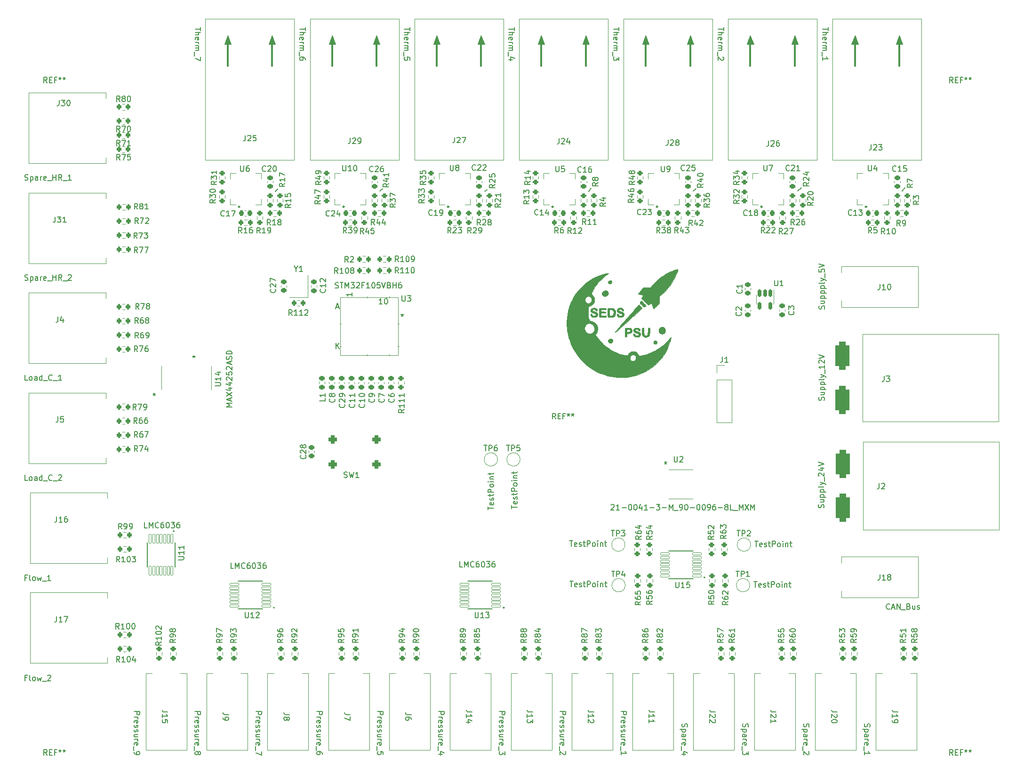
<source format=gbr>
%TF.GenerationSoftware,KiCad,Pcbnew,6.0.0*%
%TF.CreationDate,2022-01-12T19:51:10-05:00*%
%TF.ProjectId,sensor-board,73656e73-6f72-42d6-926f-6172642e6b69,-1*%
%TF.SameCoordinates,Original*%
%TF.FileFunction,Legend,Top*%
%TF.FilePolarity,Positive*%
%FSLAX46Y46*%
G04 Gerber Fmt 4.6, Leading zero omitted, Abs format (unit mm)*
G04 Created by KiCad (PCBNEW 6.0.0) date 2022-01-12 19:51:10*
%MOMM*%
%LPD*%
G01*
G04 APERTURE LIST*
G04 Aperture macros list*
%AMRoundRect*
0 Rectangle with rounded corners*
0 $1 Rounding radius*
0 $2 $3 $4 $5 $6 $7 $8 $9 X,Y pos of 4 corners*
0 Add a 4 corners polygon primitive as box body*
4,1,4,$2,$3,$4,$5,$6,$7,$8,$9,$2,$3,0*
0 Add four circle primitives for the rounded corners*
1,1,$1+$1,$2,$3*
1,1,$1+$1,$4,$5*
1,1,$1+$1,$6,$7*
1,1,$1+$1,$8,$9*
0 Add four rect primitives between the rounded corners*
20,1,$1+$1,$2,$3,$4,$5,0*
20,1,$1+$1,$4,$5,$6,$7,0*
20,1,$1+$1,$6,$7,$8,$9,0*
20,1,$1+$1,$8,$9,$2,$3,0*%
%AMOutline5P*
0 Free polygon, 5 corners , with rotation*
0 The origin of the aperture is its center*
0 number of corners: always 5*
0 $1 to $10 corner X, Y*
0 $11 Rotation angle, in degrees counterclockwise*
0 create outline with 5 corners*
4,1,5,$1,$2,$3,$4,$5,$6,$7,$8,$9,$10,$1,$2,$11*%
%AMOutline6P*
0 Free polygon, 6 corners , with rotation*
0 The origin of the aperture is its center*
0 number of corners: always 6*
0 $1 to $12 corner X, Y*
0 $13 Rotation angle, in degrees counterclockwise*
0 create outline with 6 corners*
4,1,6,$1,$2,$3,$4,$5,$6,$7,$8,$9,$10,$11,$12,$1,$2,$13*%
%AMOutline7P*
0 Free polygon, 7 corners , with rotation*
0 The origin of the aperture is its center*
0 number of corners: always 7*
0 $1 to $14 corner X, Y*
0 $15 Rotation angle, in degrees counterclockwise*
0 create outline with 7 corners*
4,1,7,$1,$2,$3,$4,$5,$6,$7,$8,$9,$10,$11,$12,$13,$14,$1,$2,$15*%
%AMOutline8P*
0 Free polygon, 8 corners , with rotation*
0 The origin of the aperture is its center*
0 number of corners: always 8*
0 $1 to $16 corner X, Y*
0 $17 Rotation angle, in degrees counterclockwise*
0 create outline with 8 corners*
4,1,8,$1,$2,$3,$4,$5,$6,$7,$8,$9,$10,$11,$12,$13,$14,$15,$16,$1,$2,$17*%
%AMFreePoly0*
4,1,5,1.675000,-1.675000,-1.675000,-1.675000,-1.675000,1.675000,1.675000,1.675000,1.675000,-1.675000,1.675000,-1.675000,$1*%
G04 Aperture macros list end*
%ADD10C,0.150000*%
%ADD11C,0.120000*%
%ADD12C,0.127000*%
%ADD13C,0.200000*%
%ADD14C,0.300000*%
%ADD15C,0.260000*%
%ADD16C,0.010000*%
%ADD17C,0.100000*%
%ADD18RoundRect,0.200000X0.200000X0.275000X-0.200000X0.275000X-0.200000X-0.275000X0.200000X-0.275000X0*%
%ADD19RoundRect,0.200000X0.275000X-0.200000X0.275000X0.200000X-0.275000X0.200000X-0.275000X-0.200000X0*%
%ADD20RoundRect,0.200000X-0.275000X0.200000X-0.275000X-0.200000X0.275000X-0.200000X0.275000X0.200000X0*%
%ADD21RoundRect,0.225000X0.250000X-0.225000X0.250000X0.225000X-0.250000X0.225000X-0.250000X-0.225000X0*%
%ADD22RoundRect,0.200000X-0.200000X-0.275000X0.200000X-0.275000X0.200000X0.275000X-0.200000X0.275000X0*%
%ADD23C,2.032000*%
%ADD24RoundRect,0.225000X-0.250000X0.225000X-0.250000X-0.225000X0.250000X-0.225000X0.250000X0.225000X0*%
%ADD25RoundRect,0.020500X0.764500X0.184500X-0.764500X0.184500X-0.764500X-0.184500X0.764500X-0.184500X0*%
%ADD26C,2.700000*%
%ADD27C,4.000000*%
%ADD28R,1.200000X1.400000*%
%ADD29RoundRect,0.225000X-0.225000X-0.250000X0.225000X-0.250000X0.225000X0.250000X-0.225000X0.250000X0*%
%ADD30RoundRect,0.150000X-0.150000X0.512500X-0.150000X-0.512500X0.150000X-0.512500X0.150000X0.512500X0*%
%ADD31C,3.200000*%
%ADD32RoundRect,0.375000X0.375000X0.375000X-0.375000X0.375000X-0.375000X-0.375000X0.375000X-0.375000X0*%
%ADD33C,2.000000*%
%ADD34Outline8P,-0.275000X0.180000X-0.255000X0.200000X0.255000X0.200000X0.275000X0.180000X0.275000X-0.180000X0.255000X-0.200000X-0.255000X-0.200000X-0.275000X-0.180000X90.000000*%
%ADD35Outline8P,-0.275000X0.180000X-0.255000X0.200000X0.255000X0.200000X0.275000X0.180000X0.275000X-0.180000X0.255000X-0.200000X-0.255000X-0.200000X-0.275000X-0.180000X180.000000*%
%ADD36FreePoly0,180.000000*%
%ADD37C,0.600000*%
%ADD38R,1.700000X1.700000*%
%ADD39O,1.700000X1.700000*%
%ADD40RoundRect,0.625000X-0.625000X1.875000X-0.625000X-1.875000X0.625000X-1.875000X0.625000X1.875000X0*%
%ADD41RoundRect,0.218750X-0.256250X0.218750X-0.256250X-0.218750X0.256250X-0.218750X0.256250X0.218750X0*%
%ADD42C,0.381000*%
%ADD43RoundRect,0.020500X-0.184500X0.764500X-0.184500X-0.764500X0.184500X-0.764500X0.184500X0.764500X0*%
%ADD44R,1.981200X0.540800*%
%ADD45R,0.533400X1.460500*%
G04 APERTURE END LIST*
D10*
X217085600Y-63642000D02*
X216585600Y-64242000D01*
X179535600Y-63792000D02*
X178985600Y-64242000D01*
X198485600Y-63592000D02*
X197785600Y-64242000D01*
X123085600Y-63792000D02*
X122635600Y-64242000D01*
X141885600Y-63942000D02*
X141485600Y-64292000D01*
X104335600Y-63792000D02*
X103835600Y-64342000D01*
X160635600Y-63742000D02*
X160185600Y-64292000D01*
X97817742Y-71774380D02*
X97484409Y-71298190D01*
X97246314Y-71774380D02*
X97246314Y-70774380D01*
X97627266Y-70774380D01*
X97722504Y-70822000D01*
X97770123Y-70869619D01*
X97817742Y-70964857D01*
X97817742Y-71107714D01*
X97770123Y-71202952D01*
X97722504Y-71250571D01*
X97627266Y-71298190D01*
X97246314Y-71298190D01*
X98770123Y-71774380D02*
X98198695Y-71774380D01*
X98484409Y-71774380D02*
X98484409Y-70774380D01*
X98389171Y-70917238D01*
X98293933Y-71012476D01*
X98198695Y-71060095D01*
X99627266Y-70774380D02*
X99436790Y-70774380D01*
X99341552Y-70822000D01*
X99293933Y-70869619D01*
X99198695Y-71012476D01*
X99151076Y-71202952D01*
X99151076Y-71583904D01*
X99198695Y-71679142D01*
X99246314Y-71726761D01*
X99341552Y-71774380D01*
X99532028Y-71774380D01*
X99627266Y-71726761D01*
X99674885Y-71679142D01*
X99722504Y-71583904D01*
X99722504Y-71345809D01*
X99674885Y-71250571D01*
X99627266Y-71202952D01*
X99532028Y-71155333D01*
X99341552Y-71155333D01*
X99246314Y-71202952D01*
X99198695Y-71250571D01*
X99151076Y-71345809D01*
X93257980Y-62459857D02*
X92781790Y-62793190D01*
X93257980Y-63031285D02*
X92257980Y-63031285D01*
X92257980Y-62650333D01*
X92305600Y-62555095D01*
X92353219Y-62507476D01*
X92448457Y-62459857D01*
X92591314Y-62459857D01*
X92686552Y-62507476D01*
X92734171Y-62555095D01*
X92781790Y-62650333D01*
X92781790Y-63031285D01*
X92257980Y-62126523D02*
X92257980Y-61507476D01*
X92638933Y-61840809D01*
X92638933Y-61697952D01*
X92686552Y-61602714D01*
X92734171Y-61555095D01*
X92829409Y-61507476D01*
X93067504Y-61507476D01*
X93162742Y-61555095D01*
X93210361Y-61602714D01*
X93257980Y-61697952D01*
X93257980Y-61983666D01*
X93210361Y-62078904D01*
X93162742Y-62126523D01*
X93257980Y-60555095D02*
X93257980Y-61126523D01*
X93257980Y-60840809D02*
X92257980Y-60840809D01*
X92400838Y-60936047D01*
X92496076Y-61031285D01*
X92543695Y-61126523D01*
X171602380Y-137975857D02*
X171126190Y-138309190D01*
X171602380Y-138547285D02*
X170602380Y-138547285D01*
X170602380Y-138166333D01*
X170650000Y-138071095D01*
X170697619Y-138023476D01*
X170792857Y-137975857D01*
X170935714Y-137975857D01*
X171030952Y-138023476D01*
X171078571Y-138071095D01*
X171126190Y-138166333D01*
X171126190Y-138547285D01*
X170602380Y-137071095D02*
X170602380Y-137547285D01*
X171078571Y-137594904D01*
X171030952Y-137547285D01*
X170983333Y-137452047D01*
X170983333Y-137213952D01*
X171030952Y-137118714D01*
X171078571Y-137071095D01*
X171173809Y-137023476D01*
X171411904Y-137023476D01*
X171507142Y-137071095D01*
X171554761Y-137118714D01*
X171602380Y-137213952D01*
X171602380Y-137452047D01*
X171554761Y-137547285D01*
X171507142Y-137594904D01*
X170602380Y-136166333D02*
X170602380Y-136356809D01*
X170650000Y-136452047D01*
X170697619Y-136499666D01*
X170840476Y-136594904D01*
X171030952Y-136642523D01*
X171411904Y-136642523D01*
X171507142Y-136594904D01*
X171554761Y-136547285D01*
X171602380Y-136452047D01*
X171602380Y-136261571D01*
X171554761Y-136166333D01*
X171507142Y-136118714D01*
X171411904Y-136071095D01*
X171173809Y-136071095D01*
X171078571Y-136118714D01*
X171030952Y-136166333D01*
X170983333Y-136261571D01*
X170983333Y-136452047D01*
X171030952Y-136547285D01*
X171078571Y-136594904D01*
X171173809Y-136642523D01*
X139842742Y-60399142D02*
X139795123Y-60446761D01*
X139652266Y-60494380D01*
X139557028Y-60494380D01*
X139414171Y-60446761D01*
X139318933Y-60351523D01*
X139271314Y-60256285D01*
X139223695Y-60065809D01*
X139223695Y-59922952D01*
X139271314Y-59732476D01*
X139318933Y-59637238D01*
X139414171Y-59542000D01*
X139557028Y-59494380D01*
X139652266Y-59494380D01*
X139795123Y-59542000D01*
X139842742Y-59589619D01*
X140223695Y-59589619D02*
X140271314Y-59542000D01*
X140366552Y-59494380D01*
X140604647Y-59494380D01*
X140699885Y-59542000D01*
X140747504Y-59589619D01*
X140795123Y-59684857D01*
X140795123Y-59780095D01*
X140747504Y-59922952D01*
X140176076Y-60494380D01*
X140795123Y-60494380D01*
X141176076Y-59589619D02*
X141223695Y-59542000D01*
X141318933Y-59494380D01*
X141557028Y-59494380D01*
X141652266Y-59542000D01*
X141699885Y-59589619D01*
X141747504Y-59684857D01*
X141747504Y-59780095D01*
X141699885Y-59922952D01*
X141128457Y-60494380D01*
X141747504Y-60494380D01*
X78942742Y-106021380D02*
X78609409Y-105545190D01*
X78371314Y-106021380D02*
X78371314Y-105021380D01*
X78752266Y-105021380D01*
X78847504Y-105069000D01*
X78895123Y-105116619D01*
X78942742Y-105211857D01*
X78942742Y-105354714D01*
X78895123Y-105449952D01*
X78847504Y-105497571D01*
X78752266Y-105545190D01*
X78371314Y-105545190D01*
X79799885Y-105021380D02*
X79609409Y-105021380D01*
X79514171Y-105069000D01*
X79466552Y-105116619D01*
X79371314Y-105259476D01*
X79323695Y-105449952D01*
X79323695Y-105830904D01*
X79371314Y-105926142D01*
X79418933Y-105973761D01*
X79514171Y-106021380D01*
X79704647Y-106021380D01*
X79799885Y-105973761D01*
X79847504Y-105926142D01*
X79895123Y-105830904D01*
X79895123Y-105592809D01*
X79847504Y-105497571D01*
X79799885Y-105449952D01*
X79704647Y-105402333D01*
X79514171Y-105402333D01*
X79418933Y-105449952D01*
X79371314Y-105497571D01*
X79323695Y-105592809D01*
X80752266Y-105021380D02*
X80561790Y-105021380D01*
X80466552Y-105069000D01*
X80418933Y-105116619D01*
X80323695Y-105259476D01*
X80276076Y-105449952D01*
X80276076Y-105830904D01*
X80323695Y-105926142D01*
X80371314Y-105973761D01*
X80466552Y-106021380D01*
X80657028Y-106021380D01*
X80752266Y-105973761D01*
X80799885Y-105926142D01*
X80847504Y-105830904D01*
X80847504Y-105592809D01*
X80799885Y-105497571D01*
X80752266Y-105449952D01*
X80657028Y-105402333D01*
X80466552Y-105402333D01*
X80371314Y-105449952D01*
X80323695Y-105497571D01*
X80276076Y-105592809D01*
X140742742Y-70344380D02*
X140409409Y-69868190D01*
X140171314Y-70344380D02*
X140171314Y-69344380D01*
X140552266Y-69344380D01*
X140647504Y-69392000D01*
X140695123Y-69439619D01*
X140742742Y-69534857D01*
X140742742Y-69677714D01*
X140695123Y-69772952D01*
X140647504Y-69820571D01*
X140552266Y-69868190D01*
X140171314Y-69868190D01*
X141123695Y-69439619D02*
X141171314Y-69392000D01*
X141266552Y-69344380D01*
X141504647Y-69344380D01*
X141599885Y-69392000D01*
X141647504Y-69439619D01*
X141695123Y-69534857D01*
X141695123Y-69630095D01*
X141647504Y-69772952D01*
X141076076Y-70344380D01*
X141695123Y-70344380D01*
X142266552Y-69772952D02*
X142171314Y-69725333D01*
X142123695Y-69677714D01*
X142076076Y-69582476D01*
X142076076Y-69534857D01*
X142123695Y-69439619D01*
X142171314Y-69392000D01*
X142266552Y-69344380D01*
X142457028Y-69344380D01*
X142552266Y-69392000D01*
X142599885Y-69439619D01*
X142647504Y-69534857D01*
X142647504Y-69582476D01*
X142599885Y-69677714D01*
X142552266Y-69725333D01*
X142457028Y-69772952D01*
X142266552Y-69772952D01*
X142171314Y-69820571D01*
X142123695Y-69868190D01*
X142076076Y-69963428D01*
X142076076Y-70153904D01*
X142123695Y-70249142D01*
X142171314Y-70296761D01*
X142266552Y-70344380D01*
X142457028Y-70344380D01*
X142552266Y-70296761D01*
X142599885Y-70249142D01*
X142647504Y-70153904D01*
X142647504Y-69963428D01*
X142599885Y-69868190D01*
X142552266Y-69820571D01*
X142457028Y-69772952D01*
X215492742Y-60599142D02*
X215445123Y-60646761D01*
X215302266Y-60694380D01*
X215207028Y-60694380D01*
X215064171Y-60646761D01*
X214968933Y-60551523D01*
X214921314Y-60456285D01*
X214873695Y-60265809D01*
X214873695Y-60122952D01*
X214921314Y-59932476D01*
X214968933Y-59837238D01*
X215064171Y-59742000D01*
X215207028Y-59694380D01*
X215302266Y-59694380D01*
X215445123Y-59742000D01*
X215492742Y-59789619D01*
X216445123Y-60694380D02*
X215873695Y-60694380D01*
X216159409Y-60694380D02*
X216159409Y-59694380D01*
X216064171Y-59837238D01*
X215968933Y-59932476D01*
X215873695Y-59980095D01*
X217349885Y-59694380D02*
X216873695Y-59694380D01*
X216826076Y-60170571D01*
X216873695Y-60122952D01*
X216968933Y-60075333D01*
X217207028Y-60075333D01*
X217302266Y-60122952D01*
X217349885Y-60170571D01*
X217397504Y-60265809D01*
X217397504Y-60503904D01*
X217349885Y-60599142D01*
X217302266Y-60646761D01*
X217207028Y-60694380D01*
X216968933Y-60694380D01*
X216873695Y-60646761D01*
X216826076Y-60599142D01*
X199837980Y-62684857D02*
X199361790Y-63018190D01*
X199837980Y-63256285D02*
X198837980Y-63256285D01*
X198837980Y-62875333D01*
X198885600Y-62780095D01*
X198933219Y-62732476D01*
X199028457Y-62684857D01*
X199171314Y-62684857D01*
X199266552Y-62732476D01*
X199314171Y-62780095D01*
X199361790Y-62875333D01*
X199361790Y-63256285D01*
X198933219Y-62303904D02*
X198885600Y-62256285D01*
X198837980Y-62161047D01*
X198837980Y-61922952D01*
X198885600Y-61827714D01*
X198933219Y-61780095D01*
X199028457Y-61732476D01*
X199123695Y-61732476D01*
X199266552Y-61780095D01*
X199837980Y-62351523D01*
X199837980Y-61732476D01*
X199171314Y-60875333D02*
X199837980Y-60875333D01*
X198790361Y-61113428D02*
X199504647Y-61351523D01*
X199504647Y-60732476D01*
X128247503Y-158441666D02*
X127533217Y-158441666D01*
X127390360Y-158394047D01*
X127295122Y-158298809D01*
X127247503Y-158155952D01*
X127247503Y-158060714D01*
X128247503Y-159346428D02*
X128247503Y-159155952D01*
X128199884Y-159060714D01*
X128152264Y-159013095D01*
X128009407Y-158917857D01*
X127818931Y-158870238D01*
X127437979Y-158870238D01*
X127342741Y-158917857D01*
X127295122Y-158965476D01*
X127247503Y-159060714D01*
X127247503Y-159251190D01*
X127295122Y-159346428D01*
X127342741Y-159394047D01*
X127437979Y-159441666D01*
X127676074Y-159441666D01*
X127771312Y-159394047D01*
X127818931Y-159346428D01*
X127866550Y-159251190D01*
X127866550Y-159060714D01*
X127818931Y-158965476D01*
X127771312Y-158917857D01*
X127676074Y-158870238D01*
X122220721Y-157898809D02*
X123220721Y-157898809D01*
X123220721Y-158279761D01*
X123173102Y-158374999D01*
X123125482Y-158422618D01*
X123030244Y-158470237D01*
X122887387Y-158470237D01*
X122792149Y-158422618D01*
X122744530Y-158374999D01*
X122696911Y-158279761D01*
X122696911Y-157898809D01*
X122220721Y-158898809D02*
X122887387Y-158898809D01*
X122696911Y-158898809D02*
X122792149Y-158946428D01*
X122839768Y-158994047D01*
X122887387Y-159089285D01*
X122887387Y-159184523D01*
X122268340Y-159898809D02*
X122220721Y-159803571D01*
X122220721Y-159613094D01*
X122268340Y-159517856D01*
X122363578Y-159470237D01*
X122744530Y-159470237D01*
X122839768Y-159517856D01*
X122887387Y-159613094D01*
X122887387Y-159803571D01*
X122839768Y-159898809D01*
X122744530Y-159946428D01*
X122649292Y-159946428D01*
X122554054Y-159470237D01*
X122268340Y-160327380D02*
X122220721Y-160422618D01*
X122220721Y-160613094D01*
X122268340Y-160708332D01*
X122363578Y-160755952D01*
X122411197Y-160755952D01*
X122506435Y-160708332D01*
X122554054Y-160613094D01*
X122554054Y-160470237D01*
X122601673Y-160374999D01*
X122696911Y-160327380D01*
X122744530Y-160327380D01*
X122839768Y-160374999D01*
X122887387Y-160470237D01*
X122887387Y-160613094D01*
X122839768Y-160708332D01*
X122268340Y-161136904D02*
X122220721Y-161232142D01*
X122220721Y-161422618D01*
X122268340Y-161517856D01*
X122363578Y-161565475D01*
X122411197Y-161565475D01*
X122506435Y-161517856D01*
X122554054Y-161422618D01*
X122554054Y-161279761D01*
X122601673Y-161184523D01*
X122696911Y-161136904D01*
X122744530Y-161136904D01*
X122839768Y-161184523D01*
X122887387Y-161279761D01*
X122887387Y-161422618D01*
X122839768Y-161517856D01*
X122887387Y-162422618D02*
X122220721Y-162422618D01*
X122887387Y-161994047D02*
X122363578Y-161994047D01*
X122268340Y-162041666D01*
X122220721Y-162136904D01*
X122220721Y-162279761D01*
X122268340Y-162374999D01*
X122315959Y-162422618D01*
X122220721Y-162898809D02*
X122887387Y-162898809D01*
X122696911Y-162898809D02*
X122792149Y-162946428D01*
X122839768Y-162994047D01*
X122887387Y-163089285D01*
X122887387Y-163184523D01*
X122268340Y-163898809D02*
X122220721Y-163803571D01*
X122220721Y-163613094D01*
X122268340Y-163517856D01*
X122363578Y-163470237D01*
X122744530Y-163470237D01*
X122839768Y-163517856D01*
X122887387Y-163613094D01*
X122887387Y-163803571D01*
X122839768Y-163898809D01*
X122744530Y-163946428D01*
X122649292Y-163946428D01*
X122554054Y-163470237D01*
X122125482Y-164136904D02*
X122125482Y-164898809D01*
X123220721Y-165613094D02*
X123220721Y-165136904D01*
X122744530Y-165089285D01*
X122792149Y-165136904D01*
X122839768Y-165232142D01*
X122839768Y-165470237D01*
X122792149Y-165565475D01*
X122744530Y-165613094D01*
X122649292Y-165660713D01*
X122411197Y-165660713D01*
X122315959Y-165613094D01*
X122268340Y-165565475D01*
X122220721Y-165470237D01*
X122220721Y-165232142D01*
X122268340Y-165136904D01*
X122315959Y-165089285D01*
X118002742Y-102558666D02*
X118050361Y-102606285D01*
X118097980Y-102749142D01*
X118097980Y-102844380D01*
X118050361Y-102987237D01*
X117955123Y-103082475D01*
X117859885Y-103130094D01*
X117669409Y-103177713D01*
X117526552Y-103177713D01*
X117336076Y-103130094D01*
X117240838Y-103082475D01*
X117145600Y-102987237D01*
X117097980Y-102844380D01*
X117097980Y-102749142D01*
X117145600Y-102606285D01*
X117193219Y-102558666D01*
X118097980Y-101606285D02*
X118097980Y-102177713D01*
X118097980Y-101891999D02*
X117097980Y-101891999D01*
X117240838Y-101987237D01*
X117336076Y-102082475D01*
X117383695Y-102177713D01*
X118097980Y-100653904D02*
X118097980Y-101225332D01*
X118097980Y-100939618D02*
X117097980Y-100939618D01*
X117240838Y-101034856D01*
X117336076Y-101130094D01*
X117383695Y-101225332D01*
X115091552Y-79026380D02*
X114758219Y-78550190D01*
X114520123Y-79026380D02*
X114520123Y-78026380D01*
X114901076Y-78026380D01*
X114996314Y-78074000D01*
X115043933Y-78121619D01*
X115091552Y-78216857D01*
X115091552Y-78359714D01*
X115043933Y-78454952D01*
X114996314Y-78502571D01*
X114901076Y-78550190D01*
X114520123Y-78550190D01*
X116043933Y-79026380D02*
X115472504Y-79026380D01*
X115758219Y-79026380D02*
X115758219Y-78026380D01*
X115662980Y-78169238D01*
X115567742Y-78264476D01*
X115472504Y-78312095D01*
X116662980Y-78026380D02*
X116758219Y-78026380D01*
X116853457Y-78074000D01*
X116901076Y-78121619D01*
X116948695Y-78216857D01*
X116996314Y-78407333D01*
X116996314Y-78645428D01*
X116948695Y-78835904D01*
X116901076Y-78931142D01*
X116853457Y-78978761D01*
X116758219Y-79026380D01*
X116662980Y-79026380D01*
X116567742Y-78978761D01*
X116520123Y-78931142D01*
X116472504Y-78835904D01*
X116424885Y-78645428D01*
X116424885Y-78407333D01*
X116472504Y-78216857D01*
X116520123Y-78121619D01*
X116567742Y-78074000D01*
X116662980Y-78026380D01*
X117567742Y-78454952D02*
X117472504Y-78407333D01*
X117424885Y-78359714D01*
X117377266Y-78264476D01*
X117377266Y-78216857D01*
X117424885Y-78121619D01*
X117472504Y-78074000D01*
X117567742Y-78026380D01*
X117758219Y-78026380D01*
X117853457Y-78074000D01*
X117901076Y-78121619D01*
X117948695Y-78216857D01*
X117948695Y-78264476D01*
X117901076Y-78359714D01*
X117853457Y-78407333D01*
X117758219Y-78454952D01*
X117567742Y-78454952D01*
X117472504Y-78502571D01*
X117424885Y-78550190D01*
X117377266Y-78645428D01*
X117377266Y-78835904D01*
X117424885Y-78931142D01*
X117472504Y-78978761D01*
X117567742Y-79026380D01*
X117758219Y-79026380D01*
X117853457Y-78978761D01*
X117901076Y-78931142D01*
X117948695Y-78835904D01*
X117948695Y-78645428D01*
X117901076Y-78550190D01*
X117853457Y-78502571D01*
X117758219Y-78454952D01*
X139766504Y-140038380D02*
X139766504Y-140847904D01*
X139814123Y-140943142D01*
X139861742Y-140990761D01*
X139956980Y-141038380D01*
X140147457Y-141038380D01*
X140242695Y-140990761D01*
X140290314Y-140943142D01*
X140337933Y-140847904D01*
X140337933Y-140038380D01*
X141337933Y-141038380D02*
X140766504Y-141038380D01*
X141052219Y-141038380D02*
X141052219Y-140038380D01*
X140956980Y-140181238D01*
X140861742Y-140276476D01*
X140766504Y-140324095D01*
X141671266Y-140038380D02*
X142290314Y-140038380D01*
X141956980Y-140419333D01*
X142099838Y-140419333D01*
X142195076Y-140466952D01*
X142242695Y-140514571D01*
X142290314Y-140609809D01*
X142290314Y-140847904D01*
X142242695Y-140943142D01*
X142195076Y-140990761D01*
X142099838Y-141038380D01*
X141814123Y-141038380D01*
X141718885Y-140990761D01*
X141671266Y-140943142D01*
X137508333Y-131885380D02*
X137032142Y-131885380D01*
X137032142Y-130885380D01*
X137841666Y-131885380D02*
X137841666Y-130885380D01*
X138175000Y-131599666D01*
X138508333Y-130885380D01*
X138508333Y-131885380D01*
X139555952Y-131790142D02*
X139508333Y-131837761D01*
X139365476Y-131885380D01*
X139270238Y-131885380D01*
X139127380Y-131837761D01*
X139032142Y-131742523D01*
X138984523Y-131647285D01*
X138936904Y-131456809D01*
X138936904Y-131313952D01*
X138984523Y-131123476D01*
X139032142Y-131028238D01*
X139127380Y-130933000D01*
X139270238Y-130885380D01*
X139365476Y-130885380D01*
X139508333Y-130933000D01*
X139555952Y-130980619D01*
X140413095Y-130885380D02*
X140222619Y-130885380D01*
X140127380Y-130933000D01*
X140079761Y-130980619D01*
X139984523Y-131123476D01*
X139936904Y-131313952D01*
X139936904Y-131694904D01*
X139984523Y-131790142D01*
X140032142Y-131837761D01*
X140127380Y-131885380D01*
X140317857Y-131885380D01*
X140413095Y-131837761D01*
X140460714Y-131790142D01*
X140508333Y-131694904D01*
X140508333Y-131456809D01*
X140460714Y-131361571D01*
X140413095Y-131313952D01*
X140317857Y-131266333D01*
X140127380Y-131266333D01*
X140032142Y-131313952D01*
X139984523Y-131361571D01*
X139936904Y-131456809D01*
X141127380Y-130885380D02*
X141222619Y-130885380D01*
X141317857Y-130933000D01*
X141365476Y-130980619D01*
X141413095Y-131075857D01*
X141460714Y-131266333D01*
X141460714Y-131504428D01*
X141413095Y-131694904D01*
X141365476Y-131790142D01*
X141317857Y-131837761D01*
X141222619Y-131885380D01*
X141127380Y-131885380D01*
X141032142Y-131837761D01*
X140984523Y-131790142D01*
X140936904Y-131694904D01*
X140889285Y-131504428D01*
X140889285Y-131266333D01*
X140936904Y-131075857D01*
X140984523Y-130980619D01*
X141032142Y-130933000D01*
X141127380Y-130885380D01*
X141794047Y-130885380D02*
X142413095Y-130885380D01*
X142079761Y-131266333D01*
X142222619Y-131266333D01*
X142317857Y-131313952D01*
X142365476Y-131361571D01*
X142413095Y-131456809D01*
X142413095Y-131694904D01*
X142365476Y-131790142D01*
X142317857Y-131837761D01*
X142222619Y-131885380D01*
X141936904Y-131885380D01*
X141841666Y-131837761D01*
X141794047Y-131790142D01*
X143270238Y-130885380D02*
X143079761Y-130885380D01*
X142984523Y-130933000D01*
X142936904Y-130980619D01*
X142841666Y-131123476D01*
X142794047Y-131313952D01*
X142794047Y-131694904D01*
X142841666Y-131790142D01*
X142889285Y-131837761D01*
X142984523Y-131885380D01*
X143175000Y-131885380D01*
X143270238Y-131837761D01*
X143317857Y-131790142D01*
X143365476Y-131694904D01*
X143365476Y-131456809D01*
X143317857Y-131361571D01*
X143270238Y-131313952D01*
X143175000Y-131266333D01*
X142984523Y-131266333D01*
X142889285Y-131313952D01*
X142841666Y-131361571D01*
X142794047Y-131456809D01*
X139042742Y-71794380D02*
X138709409Y-71318190D01*
X138471314Y-71794380D02*
X138471314Y-70794380D01*
X138852266Y-70794380D01*
X138947504Y-70842000D01*
X138995123Y-70889619D01*
X139042742Y-70984857D01*
X139042742Y-71127714D01*
X138995123Y-71222952D01*
X138947504Y-71270571D01*
X138852266Y-71318190D01*
X138471314Y-71318190D01*
X139423695Y-70889619D02*
X139471314Y-70842000D01*
X139566552Y-70794380D01*
X139804647Y-70794380D01*
X139899885Y-70842000D01*
X139947504Y-70889619D01*
X139995123Y-70984857D01*
X139995123Y-71080095D01*
X139947504Y-71222952D01*
X139376076Y-71794380D01*
X139995123Y-71794380D01*
X140471314Y-71794380D02*
X140661790Y-71794380D01*
X140757028Y-71746761D01*
X140804647Y-71699142D01*
X140899885Y-71556285D01*
X140947504Y-71365809D01*
X140947504Y-70984857D01*
X140899885Y-70889619D01*
X140852266Y-70842000D01*
X140757028Y-70794380D01*
X140566552Y-70794380D01*
X140471314Y-70842000D01*
X140423695Y-70889619D01*
X140376076Y-70984857D01*
X140376076Y-71222952D01*
X140423695Y-71318190D01*
X140471314Y-71365809D01*
X140566552Y-71413428D01*
X140757028Y-71413428D01*
X140852266Y-71365809D01*
X140899885Y-71318190D01*
X140947504Y-71222952D01*
X118688692Y-144871857D02*
X118212502Y-145205190D01*
X118688692Y-145443285D02*
X117688692Y-145443285D01*
X117688692Y-145062333D01*
X117736312Y-144967095D01*
X117783931Y-144919476D01*
X117879169Y-144871857D01*
X118022026Y-144871857D01*
X118117264Y-144919476D01*
X118164883Y-144967095D01*
X118212502Y-145062333D01*
X118212502Y-145443285D01*
X118688692Y-144395666D02*
X118688692Y-144205190D01*
X118641073Y-144109952D01*
X118593454Y-144062333D01*
X118450597Y-143967095D01*
X118260121Y-143919476D01*
X117879169Y-143919476D01*
X117783931Y-143967095D01*
X117736312Y-144014714D01*
X117688692Y-144109952D01*
X117688692Y-144300428D01*
X117736312Y-144395666D01*
X117783931Y-144443285D01*
X117879169Y-144490904D01*
X118117264Y-144490904D01*
X118212502Y-144443285D01*
X118260121Y-144395666D01*
X118307740Y-144300428D01*
X118307740Y-144109952D01*
X118260121Y-144014714D01*
X118212502Y-143967095D01*
X118117264Y-143919476D01*
X118688692Y-142967095D02*
X118688692Y-143538523D01*
X118688692Y-143252809D02*
X117688692Y-143252809D01*
X117831550Y-143348047D01*
X117926788Y-143443285D01*
X117974407Y-143538523D01*
X117276076Y-54694380D02*
X117276076Y-55408666D01*
X117228457Y-55551523D01*
X117133219Y-55646761D01*
X116990361Y-55694380D01*
X116895123Y-55694380D01*
X117704647Y-54789619D02*
X117752266Y-54742000D01*
X117847504Y-54694380D01*
X118085600Y-54694380D01*
X118180838Y-54742000D01*
X118228457Y-54789619D01*
X118276076Y-54884857D01*
X118276076Y-54980095D01*
X118228457Y-55122952D01*
X117657028Y-55694380D01*
X118276076Y-55694380D01*
X118752266Y-55694380D02*
X118942742Y-55694380D01*
X119037980Y-55646761D01*
X119085600Y-55599142D01*
X119180838Y-55456285D01*
X119228457Y-55265809D01*
X119228457Y-54884857D01*
X119180838Y-54789619D01*
X119133219Y-54742000D01*
X119037980Y-54694380D01*
X118847504Y-54694380D01*
X118752266Y-54742000D01*
X118704647Y-54789619D01*
X118657028Y-54884857D01*
X118657028Y-55122952D01*
X118704647Y-55218190D01*
X118752266Y-55265809D01*
X118847504Y-55313428D01*
X119037980Y-55313428D01*
X119133219Y-55265809D01*
X119180838Y-55218190D01*
X119228457Y-55122952D01*
X109199885Y-34792000D02*
X109199885Y-35363428D01*
X108199885Y-35077714D02*
X109199885Y-35077714D01*
X108199885Y-35696761D02*
X109199885Y-35696761D01*
X108199885Y-36125333D02*
X108723694Y-36125333D01*
X108818932Y-36077714D01*
X108866551Y-35982476D01*
X108866551Y-35839619D01*
X108818932Y-35744380D01*
X108771313Y-35696761D01*
X108247504Y-36982476D02*
X108199885Y-36887238D01*
X108199885Y-36696761D01*
X108247504Y-36601523D01*
X108342742Y-36553904D01*
X108723694Y-36553904D01*
X108818932Y-36601523D01*
X108866551Y-36696761D01*
X108866551Y-36887238D01*
X108818932Y-36982476D01*
X108723694Y-37030095D01*
X108628456Y-37030095D01*
X108533218Y-36553904D01*
X108199885Y-37458666D02*
X108866551Y-37458666D01*
X108676075Y-37458666D02*
X108771313Y-37506285D01*
X108818932Y-37553904D01*
X108866551Y-37649142D01*
X108866551Y-37744380D01*
X108199885Y-38077714D02*
X108866551Y-38077714D01*
X108771313Y-38077714D02*
X108818932Y-38125333D01*
X108866551Y-38220571D01*
X108866551Y-38363428D01*
X108818932Y-38458666D01*
X108723694Y-38506285D01*
X108199885Y-38506285D01*
X108723694Y-38506285D02*
X108818932Y-38553904D01*
X108866551Y-38649142D01*
X108866551Y-38792000D01*
X108818932Y-38887238D01*
X108723694Y-38934857D01*
X108199885Y-38934857D01*
X108104646Y-39172952D02*
X108104646Y-39934857D01*
X109199885Y-40601523D02*
X109199885Y-40411047D01*
X109152266Y-40315809D01*
X109104646Y-40268190D01*
X108961789Y-40172952D01*
X108771313Y-40125333D01*
X108390361Y-40125333D01*
X108295123Y-40172952D01*
X108247504Y-40220571D01*
X108199885Y-40315809D01*
X108199885Y-40506285D01*
X108247504Y-40601523D01*
X108295123Y-40649142D01*
X108390361Y-40696761D01*
X108628456Y-40696761D01*
X108723694Y-40649142D01*
X108771313Y-40601523D01*
X108818932Y-40506285D01*
X108818932Y-40315809D01*
X108771313Y-40220571D01*
X108723694Y-40172952D01*
X108628456Y-40125333D01*
X162481548Y-144871857D02*
X162005358Y-145205190D01*
X162481548Y-145443285D02*
X161481548Y-145443285D01*
X161481548Y-145062333D01*
X161529168Y-144967095D01*
X161576787Y-144919476D01*
X161672025Y-144871857D01*
X161814882Y-144871857D01*
X161910120Y-144919476D01*
X161957739Y-144967095D01*
X162005358Y-145062333D01*
X162005358Y-145443285D01*
X161910120Y-144300428D02*
X161862501Y-144395666D01*
X161814882Y-144443285D01*
X161719644Y-144490904D01*
X161672025Y-144490904D01*
X161576787Y-144443285D01*
X161529168Y-144395666D01*
X161481548Y-144300428D01*
X161481548Y-144109952D01*
X161529168Y-144014714D01*
X161576787Y-143967095D01*
X161672025Y-143919476D01*
X161719644Y-143919476D01*
X161814882Y-143967095D01*
X161862501Y-144014714D01*
X161910120Y-144109952D01*
X161910120Y-144300428D01*
X161957739Y-144395666D01*
X162005358Y-144443285D01*
X162100596Y-144490904D01*
X162291072Y-144490904D01*
X162386310Y-144443285D01*
X162433929Y-144395666D01*
X162481548Y-144300428D01*
X162481548Y-144109952D01*
X162433929Y-144014714D01*
X162386310Y-143967095D01*
X162291072Y-143919476D01*
X162100596Y-143919476D01*
X162005358Y-143967095D01*
X161957739Y-144014714D01*
X161910120Y-144109952D01*
X161481548Y-143586142D02*
X161481548Y-142967095D01*
X161862501Y-143300428D01*
X161862501Y-143157571D01*
X161910120Y-143062333D01*
X161957739Y-143014714D01*
X162052977Y-142967095D01*
X162291072Y-142967095D01*
X162386310Y-143014714D01*
X162433929Y-143062333D01*
X162481548Y-143157571D01*
X162481548Y-143443285D01*
X162433929Y-143538523D01*
X162386310Y-143586142D01*
X107523809Y-78226190D02*
X107523809Y-78702380D01*
X107190476Y-77702380D02*
X107523809Y-78226190D01*
X107857142Y-77702380D01*
X108714285Y-78702380D02*
X108142857Y-78702380D01*
X108428571Y-78702380D02*
X108428571Y-77702380D01*
X108333333Y-77845238D01*
X108238095Y-77940476D01*
X108142857Y-77988095D01*
X188692742Y-68549142D02*
X188645123Y-68596761D01*
X188502266Y-68644380D01*
X188407028Y-68644380D01*
X188264171Y-68596761D01*
X188168933Y-68501523D01*
X188121314Y-68406285D01*
X188073695Y-68215809D01*
X188073695Y-68072952D01*
X188121314Y-67882476D01*
X188168933Y-67787238D01*
X188264171Y-67692000D01*
X188407028Y-67644380D01*
X188502266Y-67644380D01*
X188645123Y-67692000D01*
X188692742Y-67739619D01*
X189645123Y-68644380D02*
X189073695Y-68644380D01*
X189359409Y-68644380D02*
X189359409Y-67644380D01*
X189264171Y-67787238D01*
X189168933Y-67882476D01*
X189073695Y-67930095D01*
X190216552Y-68072952D02*
X190121314Y-68025333D01*
X190073695Y-67977714D01*
X190026076Y-67882476D01*
X190026076Y-67834857D01*
X190073695Y-67739619D01*
X190121314Y-67692000D01*
X190216552Y-67644380D01*
X190407028Y-67644380D01*
X190502266Y-67692000D01*
X190549885Y-67739619D01*
X190597504Y-67834857D01*
X190597504Y-67882476D01*
X190549885Y-67977714D01*
X190502266Y-68025333D01*
X190407028Y-68072952D01*
X190216552Y-68072952D01*
X190121314Y-68120571D01*
X190073695Y-68168190D01*
X190026076Y-68263428D01*
X190026076Y-68453904D01*
X190073695Y-68549142D01*
X190121314Y-68596761D01*
X190216552Y-68644380D01*
X190407028Y-68644380D01*
X190502266Y-68596761D01*
X190549885Y-68549142D01*
X190597504Y-68453904D01*
X190597504Y-68263428D01*
X190549885Y-68168190D01*
X190502266Y-68120571D01*
X190407028Y-68072952D01*
X193638095Y-80277380D02*
X193638095Y-81086904D01*
X193685714Y-81182142D01*
X193733333Y-81229761D01*
X193828571Y-81277380D01*
X194019047Y-81277380D01*
X194114285Y-81229761D01*
X194161904Y-81182142D01*
X194209523Y-81086904D01*
X194209523Y-80277380D01*
X195209523Y-81277380D02*
X194638095Y-81277380D01*
X194923809Y-81277380D02*
X194923809Y-80277380D01*
X194828571Y-80420238D01*
X194733333Y-80515476D01*
X194638095Y-80563095D01*
X154242866Y-105235580D02*
X153909533Y-104759390D01*
X153671438Y-105235580D02*
X153671438Y-104235580D01*
X154052390Y-104235580D01*
X154147628Y-104283200D01*
X154195247Y-104330819D01*
X154242866Y-104426057D01*
X154242866Y-104568914D01*
X154195247Y-104664152D01*
X154147628Y-104711771D01*
X154052390Y-104759390D01*
X153671438Y-104759390D01*
X154671438Y-104711771D02*
X155004771Y-104711771D01*
X155147628Y-105235580D02*
X154671438Y-105235580D01*
X154671438Y-104235580D01*
X155147628Y-104235580D01*
X155909533Y-104711771D02*
X155576200Y-104711771D01*
X155576200Y-105235580D02*
X155576200Y-104235580D01*
X156052390Y-104235580D01*
X156576200Y-104235580D02*
X156576200Y-104473676D01*
X156338104Y-104378438D02*
X156576200Y-104473676D01*
X156814295Y-104378438D01*
X156433342Y-104664152D02*
X156576200Y-104473676D01*
X156719057Y-104664152D01*
X157338104Y-104235580D02*
X157338104Y-104473676D01*
X157100009Y-104378438D02*
X157338104Y-104473676D01*
X157576200Y-104378438D01*
X157195247Y-104664152D02*
X157338104Y-104473676D01*
X157480961Y-104664152D01*
X215833219Y-157965476D02*
X215118933Y-157965476D01*
X214976076Y-157917857D01*
X214880838Y-157822619D01*
X214833219Y-157679761D01*
X214833219Y-157584523D01*
X214833219Y-158965476D02*
X214833219Y-158394047D01*
X214833219Y-158679761D02*
X215833219Y-158679761D01*
X215690361Y-158584523D01*
X215595123Y-158489285D01*
X215547504Y-158394047D01*
X214833219Y-159441666D02*
X214833219Y-159632142D01*
X214880838Y-159727380D01*
X214928457Y-159775000D01*
X215071314Y-159870238D01*
X215261790Y-159917857D01*
X215642742Y-159917857D01*
X215737980Y-159870238D01*
X215785600Y-159822619D01*
X215833219Y-159727380D01*
X215833219Y-159536904D01*
X215785600Y-159441666D01*
X215737980Y-159394047D01*
X215642742Y-159346428D01*
X215404647Y-159346428D01*
X215309409Y-159394047D01*
X215261790Y-159441666D01*
X215214171Y-159536904D01*
X215214171Y-159727380D01*
X215261790Y-159822619D01*
X215309409Y-159870238D01*
X215404647Y-159917857D01*
X209854056Y-160089285D02*
X209806437Y-160232142D01*
X209806437Y-160470238D01*
X209854056Y-160565476D01*
X209901675Y-160613095D01*
X209996913Y-160660714D01*
X210092151Y-160660714D01*
X210187389Y-160613095D01*
X210235008Y-160565476D01*
X210282627Y-160470238D01*
X210330246Y-160279761D01*
X210377865Y-160184523D01*
X210425484Y-160136904D01*
X210520722Y-160089285D01*
X210615960Y-160089285D01*
X210711198Y-160136904D01*
X210758818Y-160184523D01*
X210806437Y-160279761D01*
X210806437Y-160517857D01*
X210758818Y-160660714D01*
X210473103Y-161089285D02*
X209473103Y-161089285D01*
X210425484Y-161089285D02*
X210473103Y-161184523D01*
X210473103Y-161375000D01*
X210425484Y-161470238D01*
X210377865Y-161517857D01*
X210282627Y-161565476D01*
X209996913Y-161565476D01*
X209901675Y-161517857D01*
X209854056Y-161470238D01*
X209806437Y-161375000D01*
X209806437Y-161184523D01*
X209854056Y-161089285D01*
X209806437Y-162422619D02*
X210330246Y-162422619D01*
X210425484Y-162375000D01*
X210473103Y-162279761D01*
X210473103Y-162089285D01*
X210425484Y-161994047D01*
X209854056Y-162422619D02*
X209806437Y-162327380D01*
X209806437Y-162089285D01*
X209854056Y-161994047D01*
X209949294Y-161946428D01*
X210044532Y-161946428D01*
X210139770Y-161994047D01*
X210187389Y-162089285D01*
X210187389Y-162327380D01*
X210235008Y-162422619D01*
X209806437Y-162898809D02*
X210473103Y-162898809D01*
X210282627Y-162898809D02*
X210377865Y-162946428D01*
X210425484Y-162994047D01*
X210473103Y-163089285D01*
X210473103Y-163184523D01*
X209854056Y-163898809D02*
X209806437Y-163803571D01*
X209806437Y-163613095D01*
X209854056Y-163517857D01*
X209949294Y-163470238D01*
X210330246Y-163470238D01*
X210425484Y-163517857D01*
X210473103Y-163613095D01*
X210473103Y-163803571D01*
X210425484Y-163898809D01*
X210330246Y-163946428D01*
X210235008Y-163946428D01*
X210139770Y-163470238D01*
X209711198Y-164136904D02*
X209711198Y-164898809D01*
X209806437Y-165660714D02*
X209806437Y-165089285D01*
X209806437Y-165375000D02*
X210806437Y-165375000D01*
X210663579Y-165279761D01*
X210568341Y-165184523D01*
X210520722Y-165089285D01*
X157042742Y-71844380D02*
X156709409Y-71368190D01*
X156471314Y-71844380D02*
X156471314Y-70844380D01*
X156852266Y-70844380D01*
X156947504Y-70892000D01*
X156995123Y-70939619D01*
X157042742Y-71034857D01*
X157042742Y-71177714D01*
X156995123Y-71272952D01*
X156947504Y-71320571D01*
X156852266Y-71368190D01*
X156471314Y-71368190D01*
X157995123Y-71844380D02*
X157423695Y-71844380D01*
X157709409Y-71844380D02*
X157709409Y-70844380D01*
X157614171Y-70987238D01*
X157518933Y-71082476D01*
X157423695Y-71130095D01*
X158376076Y-70939619D02*
X158423695Y-70892000D01*
X158518933Y-70844380D01*
X158757028Y-70844380D01*
X158852266Y-70892000D01*
X158899885Y-70939619D01*
X158947504Y-71034857D01*
X158947504Y-71130095D01*
X158899885Y-71272952D01*
X158328457Y-71844380D01*
X158947504Y-71844380D01*
X186443334Y-144867857D02*
X185967144Y-145201190D01*
X186443334Y-145439285D02*
X185443334Y-145439285D01*
X185443334Y-145058333D01*
X185490954Y-144963095D01*
X185538573Y-144915476D01*
X185633811Y-144867857D01*
X185776668Y-144867857D01*
X185871906Y-144915476D01*
X185919525Y-144963095D01*
X185967144Y-145058333D01*
X185967144Y-145439285D01*
X185443334Y-144010714D02*
X185443334Y-144201190D01*
X185490954Y-144296428D01*
X185538573Y-144344047D01*
X185681430Y-144439285D01*
X185871906Y-144486904D01*
X186252858Y-144486904D01*
X186348096Y-144439285D01*
X186395715Y-144391666D01*
X186443334Y-144296428D01*
X186443334Y-144105952D01*
X186395715Y-144010714D01*
X186348096Y-143963095D01*
X186252858Y-143915476D01*
X186014763Y-143915476D01*
X185919525Y-143963095D01*
X185871906Y-144010714D01*
X185824287Y-144105952D01*
X185824287Y-144296428D01*
X185871906Y-144391666D01*
X185919525Y-144439285D01*
X186014763Y-144486904D01*
X186443334Y-142963095D02*
X186443334Y-143534523D01*
X186443334Y-143248809D02*
X185443334Y-143248809D01*
X185586192Y-143344047D01*
X185681430Y-143439285D01*
X185729049Y-143534523D01*
X193936787Y-157965476D02*
X193222501Y-157965476D01*
X193079644Y-157917857D01*
X192984406Y-157822619D01*
X192936787Y-157679761D01*
X192936787Y-157584523D01*
X193841548Y-158394047D02*
X193889168Y-158441666D01*
X193936787Y-158536904D01*
X193936787Y-158775000D01*
X193889168Y-158870238D01*
X193841548Y-158917857D01*
X193746310Y-158965476D01*
X193651072Y-158965476D01*
X193508215Y-158917857D01*
X192936787Y-158346428D01*
X192936787Y-158965476D01*
X192936787Y-159917857D02*
X192936787Y-159346428D01*
X192936787Y-159632142D02*
X193936787Y-159632142D01*
X193793929Y-159536904D01*
X193698691Y-159441666D01*
X193651072Y-159346428D01*
X187957624Y-160089285D02*
X187910005Y-160232142D01*
X187910005Y-160470238D01*
X187957624Y-160565476D01*
X188005243Y-160613095D01*
X188100481Y-160660714D01*
X188195719Y-160660714D01*
X188290957Y-160613095D01*
X188338576Y-160565476D01*
X188386195Y-160470238D01*
X188433814Y-160279761D01*
X188481433Y-160184523D01*
X188529052Y-160136904D01*
X188624290Y-160089285D01*
X188719528Y-160089285D01*
X188814766Y-160136904D01*
X188862386Y-160184523D01*
X188910005Y-160279761D01*
X188910005Y-160517857D01*
X188862386Y-160660714D01*
X188576671Y-161089285D02*
X187576671Y-161089285D01*
X188529052Y-161089285D02*
X188576671Y-161184523D01*
X188576671Y-161375000D01*
X188529052Y-161470238D01*
X188481433Y-161517857D01*
X188386195Y-161565476D01*
X188100481Y-161565476D01*
X188005243Y-161517857D01*
X187957624Y-161470238D01*
X187910005Y-161375000D01*
X187910005Y-161184523D01*
X187957624Y-161089285D01*
X187910005Y-162422619D02*
X188433814Y-162422619D01*
X188529052Y-162375000D01*
X188576671Y-162279761D01*
X188576671Y-162089285D01*
X188529052Y-161994047D01*
X187957624Y-162422619D02*
X187910005Y-162327380D01*
X187910005Y-162089285D01*
X187957624Y-161994047D01*
X188052862Y-161946428D01*
X188148100Y-161946428D01*
X188243338Y-161994047D01*
X188290957Y-162089285D01*
X188290957Y-162327380D01*
X188338576Y-162422619D01*
X187910005Y-162898809D02*
X188576671Y-162898809D01*
X188386195Y-162898809D02*
X188481433Y-162946428D01*
X188529052Y-162994047D01*
X188576671Y-163089285D01*
X188576671Y-163184523D01*
X187957624Y-163898809D02*
X187910005Y-163803571D01*
X187910005Y-163613095D01*
X187957624Y-163517857D01*
X188052862Y-163470238D01*
X188433814Y-163470238D01*
X188529052Y-163517857D01*
X188576671Y-163613095D01*
X188576671Y-163803571D01*
X188529052Y-163898809D01*
X188433814Y-163946428D01*
X188338576Y-163946428D01*
X188243338Y-163470238D01*
X187814766Y-164136904D02*
X187814766Y-164898809D01*
X188910005Y-165041666D02*
X188910005Y-165660714D01*
X188529052Y-165327380D01*
X188529052Y-165470238D01*
X188481433Y-165565476D01*
X188433814Y-165613095D01*
X188338576Y-165660714D01*
X188100481Y-165660714D01*
X188005243Y-165613095D01*
X187957624Y-165565476D01*
X187910005Y-165470238D01*
X187910005Y-165184523D01*
X187957624Y-165089285D01*
X188005243Y-165041666D01*
X85844050Y-144871857D02*
X85367860Y-145205190D01*
X85844050Y-145443285D02*
X84844050Y-145443285D01*
X84844050Y-145062333D01*
X84891670Y-144967095D01*
X84939289Y-144919476D01*
X85034527Y-144871857D01*
X85177384Y-144871857D01*
X85272622Y-144919476D01*
X85320241Y-144967095D01*
X85367860Y-145062333D01*
X85367860Y-145443285D01*
X85844050Y-144395666D02*
X85844050Y-144205190D01*
X85796431Y-144109952D01*
X85748812Y-144062333D01*
X85605955Y-143967095D01*
X85415479Y-143919476D01*
X85034527Y-143919476D01*
X84939289Y-143967095D01*
X84891670Y-144014714D01*
X84844050Y-144109952D01*
X84844050Y-144300428D01*
X84891670Y-144395666D01*
X84939289Y-144443285D01*
X85034527Y-144490904D01*
X85272622Y-144490904D01*
X85367860Y-144443285D01*
X85415479Y-144395666D01*
X85463098Y-144300428D01*
X85463098Y-144109952D01*
X85415479Y-144014714D01*
X85367860Y-143967095D01*
X85272622Y-143919476D01*
X85272622Y-143348047D02*
X85225003Y-143443285D01*
X85177384Y-143490904D01*
X85082146Y-143538523D01*
X85034527Y-143538523D01*
X84939289Y-143490904D01*
X84891670Y-143443285D01*
X84844050Y-143348047D01*
X84844050Y-143157571D01*
X84891670Y-143062333D01*
X84939289Y-143014714D01*
X85034527Y-142967095D01*
X85082146Y-142967095D01*
X85177384Y-143014714D01*
X85225003Y-143062333D01*
X85272622Y-143157571D01*
X85272622Y-143348047D01*
X85320241Y-143443285D01*
X85367860Y-143490904D01*
X85463098Y-143538523D01*
X85653574Y-143538523D01*
X85748812Y-143490904D01*
X85796431Y-143443285D01*
X85844050Y-143348047D01*
X85844050Y-143157571D01*
X85796431Y-143062333D01*
X85748812Y-143014714D01*
X85653574Y-142967095D01*
X85463098Y-142967095D01*
X85367860Y-143014714D01*
X85320241Y-143062333D01*
X85272622Y-143157571D01*
X106587980Y-66584857D02*
X106111790Y-66918190D01*
X106587980Y-67156285D02*
X105587980Y-67156285D01*
X105587980Y-66775333D01*
X105635600Y-66680095D01*
X105683219Y-66632476D01*
X105778457Y-66584857D01*
X105921314Y-66584857D01*
X106016552Y-66632476D01*
X106064171Y-66680095D01*
X106111790Y-66775333D01*
X106111790Y-67156285D01*
X106587980Y-65632476D02*
X106587980Y-66203904D01*
X106587980Y-65918190D02*
X105587980Y-65918190D01*
X105730838Y-66013428D01*
X105826076Y-66108666D01*
X105873695Y-66203904D01*
X105587980Y-64727714D02*
X105587980Y-65203904D01*
X106064171Y-65251523D01*
X106016552Y-65203904D01*
X105968933Y-65108666D01*
X105968933Y-64870571D01*
X106016552Y-64775333D01*
X106064171Y-64727714D01*
X106159409Y-64680095D01*
X106397504Y-64680095D01*
X106492742Y-64727714D01*
X106540361Y-64775333D01*
X106587980Y-64870571D01*
X106587980Y-65108666D01*
X106540361Y-65203904D01*
X106492742Y-65251523D01*
X62742866Y-165735580D02*
X62409533Y-165259390D01*
X62171438Y-165735580D02*
X62171438Y-164735580D01*
X62552390Y-164735580D01*
X62647628Y-164783200D01*
X62695247Y-164830819D01*
X62742866Y-164926057D01*
X62742866Y-165068914D01*
X62695247Y-165164152D01*
X62647628Y-165211771D01*
X62552390Y-165259390D01*
X62171438Y-165259390D01*
X63171438Y-165211771D02*
X63504771Y-165211771D01*
X63647628Y-165735580D02*
X63171438Y-165735580D01*
X63171438Y-164735580D01*
X63647628Y-164735580D01*
X64409533Y-165211771D02*
X64076200Y-165211771D01*
X64076200Y-165735580D02*
X64076200Y-164735580D01*
X64552390Y-164735580D01*
X65076200Y-164735580D02*
X65076200Y-164973676D01*
X64838104Y-164878438D02*
X65076200Y-164973676D01*
X65314295Y-164878438D01*
X64933342Y-165164152D02*
X65076200Y-164973676D01*
X65219057Y-165164152D01*
X65838104Y-164735580D02*
X65838104Y-164973676D01*
X65600009Y-164878438D02*
X65838104Y-164973676D01*
X66076200Y-164878438D01*
X65695247Y-165164152D02*
X65838104Y-164973676D01*
X65980961Y-165164152D01*
X64229876Y-68851380D02*
X64229876Y-69565666D01*
X64182257Y-69708523D01*
X64087019Y-69803761D01*
X63944161Y-69851380D01*
X63848923Y-69851380D01*
X64610828Y-68851380D02*
X65229876Y-68851380D01*
X64896542Y-69232333D01*
X65039400Y-69232333D01*
X65134638Y-69279952D01*
X65182257Y-69327571D01*
X65229876Y-69422809D01*
X65229876Y-69660904D01*
X65182257Y-69756142D01*
X65134638Y-69803761D01*
X65039400Y-69851380D01*
X64753685Y-69851380D01*
X64658447Y-69803761D01*
X64610828Y-69756142D01*
X66182257Y-69851380D02*
X65610828Y-69851380D01*
X65896542Y-69851380D02*
X65896542Y-68851380D01*
X65801304Y-68994238D01*
X65706066Y-69089476D01*
X65610828Y-69137095D01*
X58745123Y-80233761D02*
X58887980Y-80281380D01*
X59126076Y-80281380D01*
X59221314Y-80233761D01*
X59268933Y-80186142D01*
X59316552Y-80090904D01*
X59316552Y-79995666D01*
X59268933Y-79900428D01*
X59221314Y-79852809D01*
X59126076Y-79805190D01*
X58935600Y-79757571D01*
X58840361Y-79709952D01*
X58792742Y-79662333D01*
X58745123Y-79567095D01*
X58745123Y-79471857D01*
X58792742Y-79376619D01*
X58840361Y-79329000D01*
X58935600Y-79281380D01*
X59173695Y-79281380D01*
X59316552Y-79329000D01*
X59745123Y-79614714D02*
X59745123Y-80614714D01*
X59745123Y-79662333D02*
X59840361Y-79614714D01*
X60030838Y-79614714D01*
X60126076Y-79662333D01*
X60173695Y-79709952D01*
X60221314Y-79805190D01*
X60221314Y-80090904D01*
X60173695Y-80186142D01*
X60126076Y-80233761D01*
X60030838Y-80281380D01*
X59840361Y-80281380D01*
X59745123Y-80233761D01*
X61078457Y-80281380D02*
X61078457Y-79757571D01*
X61030838Y-79662333D01*
X60935600Y-79614714D01*
X60745123Y-79614714D01*
X60649885Y-79662333D01*
X61078457Y-80233761D02*
X60983219Y-80281380D01*
X60745123Y-80281380D01*
X60649885Y-80233761D01*
X60602266Y-80138523D01*
X60602266Y-80043285D01*
X60649885Y-79948047D01*
X60745123Y-79900428D01*
X60983219Y-79900428D01*
X61078457Y-79852809D01*
X61554647Y-80281380D02*
X61554647Y-79614714D01*
X61554647Y-79805190D02*
X61602266Y-79709952D01*
X61649885Y-79662333D01*
X61745123Y-79614714D01*
X61840361Y-79614714D01*
X62554647Y-80233761D02*
X62459409Y-80281380D01*
X62268933Y-80281380D01*
X62173695Y-80233761D01*
X62126076Y-80138523D01*
X62126076Y-79757571D01*
X62173695Y-79662333D01*
X62268933Y-79614714D01*
X62459409Y-79614714D01*
X62554647Y-79662333D01*
X62602266Y-79757571D01*
X62602266Y-79852809D01*
X62126076Y-79948047D01*
X62792742Y-80376619D02*
X63554647Y-80376619D01*
X63792742Y-80281380D02*
X63792742Y-79281380D01*
X63792742Y-79757571D02*
X64364171Y-79757571D01*
X64364171Y-80281380D02*
X64364171Y-79281380D01*
X65411790Y-80281380D02*
X65078457Y-79805190D01*
X64840361Y-80281380D02*
X64840361Y-79281380D01*
X65221314Y-79281380D01*
X65316552Y-79329000D01*
X65364171Y-79376619D01*
X65411790Y-79471857D01*
X65411790Y-79614714D01*
X65364171Y-79709952D01*
X65316552Y-79757571D01*
X65221314Y-79805190D01*
X64840361Y-79805190D01*
X65602266Y-80376619D02*
X66364171Y-80376619D01*
X66554647Y-79376619D02*
X66602266Y-79329000D01*
X66697504Y-79281380D01*
X66935600Y-79281380D01*
X67030838Y-79329000D01*
X67078457Y-79376619D01*
X67126076Y-79471857D01*
X67126076Y-79567095D01*
X67078457Y-79709952D01*
X66507028Y-80281380D01*
X67126076Y-80281380D01*
X79042742Y-108521380D02*
X78709409Y-108045190D01*
X78471314Y-108521380D02*
X78471314Y-107521380D01*
X78852266Y-107521380D01*
X78947504Y-107569000D01*
X78995123Y-107616619D01*
X79042742Y-107711857D01*
X79042742Y-107854714D01*
X78995123Y-107949952D01*
X78947504Y-107997571D01*
X78852266Y-108045190D01*
X78471314Y-108045190D01*
X79899885Y-107521380D02*
X79709409Y-107521380D01*
X79614171Y-107569000D01*
X79566552Y-107616619D01*
X79471314Y-107759476D01*
X79423695Y-107949952D01*
X79423695Y-108330904D01*
X79471314Y-108426142D01*
X79518933Y-108473761D01*
X79614171Y-108521380D01*
X79804647Y-108521380D01*
X79899885Y-108473761D01*
X79947504Y-108426142D01*
X79995123Y-108330904D01*
X79995123Y-108092809D01*
X79947504Y-107997571D01*
X79899885Y-107949952D01*
X79804647Y-107902333D01*
X79614171Y-107902333D01*
X79518933Y-107949952D01*
X79471314Y-107997571D01*
X79423695Y-108092809D01*
X80328457Y-107521380D02*
X80995123Y-107521380D01*
X80566552Y-108521380D01*
X116191928Y-115734103D02*
X116334785Y-115781722D01*
X116572881Y-115781722D01*
X116668119Y-115734103D01*
X116715738Y-115686484D01*
X116763357Y-115591246D01*
X116763357Y-115496008D01*
X116715738Y-115400770D01*
X116668119Y-115353151D01*
X116572881Y-115305532D01*
X116382404Y-115257913D01*
X116287166Y-115210294D01*
X116239547Y-115162675D01*
X116191928Y-115067437D01*
X116191928Y-114972199D01*
X116239547Y-114876961D01*
X116287166Y-114829342D01*
X116382404Y-114781722D01*
X116620500Y-114781722D01*
X116763357Y-114829342D01*
X117096690Y-114781722D02*
X117334785Y-115781722D01*
X117525262Y-115067437D01*
X117715738Y-115781722D01*
X117953833Y-114781722D01*
X118858595Y-115781722D02*
X118287166Y-115781722D01*
X118572881Y-115781722D02*
X118572881Y-114781722D01*
X118477642Y-114924580D01*
X118382404Y-115019818D01*
X118287166Y-115067437D01*
X93037980Y-65784857D02*
X92561790Y-66118190D01*
X93037980Y-66356285D02*
X92037980Y-66356285D01*
X92037980Y-65975333D01*
X92085600Y-65880095D01*
X92133219Y-65832476D01*
X92228457Y-65784857D01*
X92371314Y-65784857D01*
X92466552Y-65832476D01*
X92514171Y-65880095D01*
X92561790Y-65975333D01*
X92561790Y-66356285D01*
X92037980Y-65451523D02*
X92037980Y-64832476D01*
X92418933Y-65165809D01*
X92418933Y-65022952D01*
X92466552Y-64927714D01*
X92514171Y-64880095D01*
X92609409Y-64832476D01*
X92847504Y-64832476D01*
X92942742Y-64880095D01*
X92990361Y-64927714D01*
X93037980Y-65022952D01*
X93037980Y-65308666D01*
X92990361Y-65403904D01*
X92942742Y-65451523D01*
X92037980Y-64213428D02*
X92037980Y-64118190D01*
X92085600Y-64022952D01*
X92133219Y-63975333D01*
X92228457Y-63927714D01*
X92418933Y-63880095D01*
X92657028Y-63880095D01*
X92847504Y-63927714D01*
X92942742Y-63975333D01*
X92990361Y-64022952D01*
X93037980Y-64118190D01*
X93037980Y-64213428D01*
X92990361Y-64308666D01*
X92942742Y-64356285D01*
X92847504Y-64403904D01*
X92657028Y-64451523D01*
X92418933Y-64451523D01*
X92228457Y-64403904D01*
X92133219Y-64356285D01*
X92085600Y-64308666D01*
X92037980Y-64213428D01*
X169592742Y-68399142D02*
X169545123Y-68446761D01*
X169402266Y-68494380D01*
X169307028Y-68494380D01*
X169164171Y-68446761D01*
X169068933Y-68351523D01*
X169021314Y-68256285D01*
X168973695Y-68065809D01*
X168973695Y-67922952D01*
X169021314Y-67732476D01*
X169068933Y-67637238D01*
X169164171Y-67542000D01*
X169307028Y-67494380D01*
X169402266Y-67494380D01*
X169545123Y-67542000D01*
X169592742Y-67589619D01*
X169973695Y-67589619D02*
X170021314Y-67542000D01*
X170116552Y-67494380D01*
X170354647Y-67494380D01*
X170449885Y-67542000D01*
X170497504Y-67589619D01*
X170545123Y-67684857D01*
X170545123Y-67780095D01*
X170497504Y-67922952D01*
X169926076Y-68494380D01*
X170545123Y-68494380D01*
X170878457Y-67494380D02*
X171497504Y-67494380D01*
X171164171Y-67875333D01*
X171307028Y-67875333D01*
X171402266Y-67922952D01*
X171449885Y-67970571D01*
X171497504Y-68065809D01*
X171497504Y-68303904D01*
X171449885Y-68399142D01*
X171402266Y-68446761D01*
X171307028Y-68494380D01*
X171021314Y-68494380D01*
X170926076Y-68446761D01*
X170878457Y-68399142D01*
X225742866Y-44735580D02*
X225409533Y-44259390D01*
X225171438Y-44735580D02*
X225171438Y-43735580D01*
X225552390Y-43735580D01*
X225647628Y-43783200D01*
X225695247Y-43830819D01*
X225742866Y-43926057D01*
X225742866Y-44068914D01*
X225695247Y-44164152D01*
X225647628Y-44211771D01*
X225552390Y-44259390D01*
X225171438Y-44259390D01*
X226171438Y-44211771D02*
X226504771Y-44211771D01*
X226647628Y-44735580D02*
X226171438Y-44735580D01*
X226171438Y-43735580D01*
X226647628Y-43735580D01*
X227409533Y-44211771D02*
X227076200Y-44211771D01*
X227076200Y-44735580D02*
X227076200Y-43735580D01*
X227552390Y-43735580D01*
X228076200Y-43735580D02*
X228076200Y-43973676D01*
X227838104Y-43878438D02*
X228076200Y-43973676D01*
X228314295Y-43878438D01*
X227933342Y-44164152D02*
X228076200Y-43973676D01*
X228219057Y-44164152D01*
X228838104Y-43735580D02*
X228838104Y-43973676D01*
X228600009Y-43878438D02*
X228838104Y-43973676D01*
X229076200Y-43878438D01*
X228695247Y-44164152D02*
X228838104Y-43973676D01*
X228980961Y-44164152D01*
X177442742Y-60449142D02*
X177395123Y-60496761D01*
X177252266Y-60544380D01*
X177157028Y-60544380D01*
X177014171Y-60496761D01*
X176918933Y-60401523D01*
X176871314Y-60306285D01*
X176823695Y-60115809D01*
X176823695Y-59972952D01*
X176871314Y-59782476D01*
X176918933Y-59687238D01*
X177014171Y-59592000D01*
X177157028Y-59544380D01*
X177252266Y-59544380D01*
X177395123Y-59592000D01*
X177442742Y-59639619D01*
X177823695Y-59639619D02*
X177871314Y-59592000D01*
X177966552Y-59544380D01*
X178204647Y-59544380D01*
X178299885Y-59592000D01*
X178347504Y-59639619D01*
X178395123Y-59734857D01*
X178395123Y-59830095D01*
X178347504Y-59972952D01*
X177776076Y-60544380D01*
X178395123Y-60544380D01*
X179299885Y-59544380D02*
X178823695Y-59544380D01*
X178776076Y-60020571D01*
X178823695Y-59972952D01*
X178918933Y-59925333D01*
X179157028Y-59925333D01*
X179252266Y-59972952D01*
X179299885Y-60020571D01*
X179347504Y-60115809D01*
X179347504Y-60353904D01*
X179299885Y-60449142D01*
X179252266Y-60496761D01*
X179157028Y-60544380D01*
X178918933Y-60544380D01*
X178823695Y-60496761D01*
X178776076Y-60449142D01*
X130874646Y-62459857D02*
X130398456Y-62793190D01*
X130874646Y-63031285D02*
X129874646Y-63031285D01*
X129874646Y-62650333D01*
X129922266Y-62555095D01*
X129969885Y-62507476D01*
X130065123Y-62459857D01*
X130207980Y-62459857D01*
X130303218Y-62507476D01*
X130350837Y-62555095D01*
X130398456Y-62650333D01*
X130398456Y-63031285D01*
X129874646Y-62126523D02*
X129874646Y-61507476D01*
X130255599Y-61840809D01*
X130255599Y-61697952D01*
X130303218Y-61602714D01*
X130350837Y-61555095D01*
X130446075Y-61507476D01*
X130684170Y-61507476D01*
X130779408Y-61555095D01*
X130827027Y-61602714D01*
X130874646Y-61697952D01*
X130874646Y-61983666D01*
X130827027Y-62078904D01*
X130779408Y-62126523D01*
X129874646Y-60602714D02*
X129874646Y-61078904D01*
X130350837Y-61126523D01*
X130303218Y-61078904D01*
X130255599Y-60983666D01*
X130255599Y-60745571D01*
X130303218Y-60650333D01*
X130350837Y-60602714D01*
X130446075Y-60555095D01*
X130684170Y-60555095D01*
X130779408Y-60602714D01*
X130827027Y-60650333D01*
X130874646Y-60745571D01*
X130874646Y-60983666D01*
X130827027Y-61078904D01*
X130779408Y-61126523D01*
X213467742Y-71944380D02*
X213134409Y-71468190D01*
X212896314Y-71944380D02*
X212896314Y-70944380D01*
X213277266Y-70944380D01*
X213372504Y-70992000D01*
X213420123Y-71039619D01*
X213467742Y-71134857D01*
X213467742Y-71277714D01*
X213420123Y-71372952D01*
X213372504Y-71420571D01*
X213277266Y-71468190D01*
X212896314Y-71468190D01*
X214420123Y-71944380D02*
X213848695Y-71944380D01*
X214134409Y-71944380D02*
X214134409Y-70944380D01*
X214039171Y-71087238D01*
X213943933Y-71182476D01*
X213848695Y-71230095D01*
X215039171Y-70944380D02*
X215134409Y-70944380D01*
X215229647Y-70992000D01*
X215277266Y-71039619D01*
X215324885Y-71134857D01*
X215372504Y-71325333D01*
X215372504Y-71563428D01*
X215324885Y-71753904D01*
X215277266Y-71849142D01*
X215229647Y-71896761D01*
X215134409Y-71944380D01*
X215039171Y-71944380D01*
X214943933Y-71896761D01*
X214896314Y-71849142D01*
X214848695Y-71753904D01*
X214801076Y-71563428D01*
X214801076Y-71325333D01*
X214848695Y-71134857D01*
X214896314Y-71039619D01*
X214943933Y-70992000D01*
X215039171Y-70944380D01*
X119692742Y-71894380D02*
X119359409Y-71418190D01*
X119121314Y-71894380D02*
X119121314Y-70894380D01*
X119502266Y-70894380D01*
X119597504Y-70942000D01*
X119645123Y-70989619D01*
X119692742Y-71084857D01*
X119692742Y-71227714D01*
X119645123Y-71322952D01*
X119597504Y-71370571D01*
X119502266Y-71418190D01*
X119121314Y-71418190D01*
X120549885Y-71227714D02*
X120549885Y-71894380D01*
X120311790Y-70846761D02*
X120073695Y-71561047D01*
X120692742Y-71561047D01*
X121549885Y-70894380D02*
X121073695Y-70894380D01*
X121026076Y-71370571D01*
X121073695Y-71322952D01*
X121168933Y-71275333D01*
X121407028Y-71275333D01*
X121502266Y-71322952D01*
X121549885Y-71370571D01*
X121597504Y-71465809D01*
X121597504Y-71703904D01*
X121549885Y-71799142D01*
X121502266Y-71846761D01*
X121407028Y-71894380D01*
X121168933Y-71894380D01*
X121073695Y-71846761D01*
X121026076Y-71799142D01*
X125966552Y-78969380D02*
X125633219Y-78493190D01*
X125395123Y-78969380D02*
X125395123Y-77969380D01*
X125776076Y-77969380D01*
X125871314Y-78017000D01*
X125918933Y-78064619D01*
X125966552Y-78159857D01*
X125966552Y-78302714D01*
X125918933Y-78397952D01*
X125871314Y-78445571D01*
X125776076Y-78493190D01*
X125395123Y-78493190D01*
X126918933Y-78969380D02*
X126347504Y-78969380D01*
X126633219Y-78969380D02*
X126633219Y-77969380D01*
X126537980Y-78112238D01*
X126442742Y-78207476D01*
X126347504Y-78255095D01*
X127871314Y-78969380D02*
X127299885Y-78969380D01*
X127585600Y-78969380D02*
X127585600Y-77969380D01*
X127490361Y-78112238D01*
X127395123Y-78207476D01*
X127299885Y-78255095D01*
X128490361Y-77969380D02*
X128585600Y-77969380D01*
X128680838Y-78017000D01*
X128728457Y-78064619D01*
X128776076Y-78159857D01*
X128823695Y-78350333D01*
X128823695Y-78588428D01*
X128776076Y-78778904D01*
X128728457Y-78874142D01*
X128680838Y-78921761D01*
X128585600Y-78969380D01*
X128490361Y-78969380D01*
X128395123Y-78921761D01*
X128347504Y-78874142D01*
X128299885Y-78778904D01*
X128252266Y-78588428D01*
X128252266Y-78350333D01*
X128299885Y-78159857D01*
X128347504Y-78064619D01*
X128395123Y-78017000D01*
X128490361Y-77969380D01*
X94252264Y-144871857D02*
X93776074Y-145205190D01*
X94252264Y-145443285D02*
X93252264Y-145443285D01*
X93252264Y-145062333D01*
X93299884Y-144967095D01*
X93347503Y-144919476D01*
X93442741Y-144871857D01*
X93585598Y-144871857D01*
X93680836Y-144919476D01*
X93728455Y-144967095D01*
X93776074Y-145062333D01*
X93776074Y-145443285D01*
X94252264Y-144395666D02*
X94252264Y-144205190D01*
X94204645Y-144109952D01*
X94157026Y-144062333D01*
X94014169Y-143967095D01*
X93823693Y-143919476D01*
X93442741Y-143919476D01*
X93347503Y-143967095D01*
X93299884Y-144014714D01*
X93252264Y-144109952D01*
X93252264Y-144300428D01*
X93299884Y-144395666D01*
X93347503Y-144443285D01*
X93442741Y-144490904D01*
X93680836Y-144490904D01*
X93776074Y-144443285D01*
X93823693Y-144395666D01*
X93871312Y-144300428D01*
X93871312Y-144109952D01*
X93823693Y-144014714D01*
X93776074Y-143967095D01*
X93680836Y-143919476D01*
X93252264Y-143586142D02*
X93252264Y-142919476D01*
X94252264Y-143348047D01*
X75867742Y-48131380D02*
X75534409Y-47655190D01*
X75296314Y-48131380D02*
X75296314Y-47131380D01*
X75677266Y-47131380D01*
X75772504Y-47179000D01*
X75820123Y-47226619D01*
X75867742Y-47321857D01*
X75867742Y-47464714D01*
X75820123Y-47559952D01*
X75772504Y-47607571D01*
X75677266Y-47655190D01*
X75296314Y-47655190D01*
X76439171Y-47559952D02*
X76343933Y-47512333D01*
X76296314Y-47464714D01*
X76248695Y-47369476D01*
X76248695Y-47321857D01*
X76296314Y-47226619D01*
X76343933Y-47179000D01*
X76439171Y-47131380D01*
X76629647Y-47131380D01*
X76724885Y-47179000D01*
X76772504Y-47226619D01*
X76820123Y-47321857D01*
X76820123Y-47369476D01*
X76772504Y-47464714D01*
X76724885Y-47512333D01*
X76629647Y-47559952D01*
X76439171Y-47559952D01*
X76343933Y-47607571D01*
X76296314Y-47655190D01*
X76248695Y-47750428D01*
X76248695Y-47940904D01*
X76296314Y-48036142D01*
X76343933Y-48083761D01*
X76439171Y-48131380D01*
X76629647Y-48131380D01*
X76724885Y-48083761D01*
X76772504Y-48036142D01*
X76820123Y-47940904D01*
X76820123Y-47750428D01*
X76772504Y-47655190D01*
X76724885Y-47607571D01*
X76629647Y-47559952D01*
X77439171Y-47131380D02*
X77534409Y-47131380D01*
X77629647Y-47179000D01*
X77677266Y-47226619D01*
X77724885Y-47321857D01*
X77772504Y-47512333D01*
X77772504Y-47750428D01*
X77724885Y-47940904D01*
X77677266Y-48036142D01*
X77629647Y-48083761D01*
X77534409Y-48131380D01*
X77439171Y-48131380D01*
X77343933Y-48083761D01*
X77296314Y-48036142D01*
X77248695Y-47940904D01*
X77201076Y-47750428D01*
X77201076Y-47512333D01*
X77248695Y-47321857D01*
X77296314Y-47226619D01*
X77343933Y-47179000D01*
X77439171Y-47131380D01*
X107740478Y-144871857D02*
X107264288Y-145205190D01*
X107740478Y-145443285D02*
X106740478Y-145443285D01*
X106740478Y-145062333D01*
X106788098Y-144967095D01*
X106835717Y-144919476D01*
X106930955Y-144871857D01*
X107073812Y-144871857D01*
X107169050Y-144919476D01*
X107216669Y-144967095D01*
X107264288Y-145062333D01*
X107264288Y-145443285D01*
X107740478Y-144395666D02*
X107740478Y-144205190D01*
X107692859Y-144109952D01*
X107645240Y-144062333D01*
X107502383Y-143967095D01*
X107311907Y-143919476D01*
X106930955Y-143919476D01*
X106835717Y-143967095D01*
X106788098Y-144014714D01*
X106740478Y-144109952D01*
X106740478Y-144300428D01*
X106788098Y-144395666D01*
X106835717Y-144443285D01*
X106930955Y-144490904D01*
X107169050Y-144490904D01*
X107264288Y-144443285D01*
X107311907Y-144395666D01*
X107359526Y-144300428D01*
X107359526Y-144109952D01*
X107311907Y-144014714D01*
X107264288Y-143967095D01*
X107169050Y-143919476D01*
X106835717Y-143538523D02*
X106788098Y-143490904D01*
X106740478Y-143395666D01*
X106740478Y-143157571D01*
X106788098Y-143062333D01*
X106835717Y-143014714D01*
X106930955Y-142967095D01*
X107026193Y-142967095D01*
X107169050Y-143014714D01*
X107740478Y-143586142D01*
X107740478Y-142967095D01*
X124237980Y-62884857D02*
X123761790Y-63218190D01*
X124237980Y-63456285D02*
X123237980Y-63456285D01*
X123237980Y-63075333D01*
X123285600Y-62980095D01*
X123333219Y-62932476D01*
X123428457Y-62884857D01*
X123571314Y-62884857D01*
X123666552Y-62932476D01*
X123714171Y-62980095D01*
X123761790Y-63075333D01*
X123761790Y-63456285D01*
X123571314Y-62027714D02*
X124237980Y-62027714D01*
X123190361Y-62265809D02*
X123904647Y-62503904D01*
X123904647Y-61884857D01*
X124237980Y-60980095D02*
X124237980Y-61551523D01*
X124237980Y-61265809D02*
X123237980Y-61265809D01*
X123380838Y-61361047D01*
X123476076Y-61456285D01*
X123523695Y-61551523D01*
X116943933Y-76994380D02*
X116610600Y-76518190D01*
X116372504Y-76994380D02*
X116372504Y-75994380D01*
X116753457Y-75994380D01*
X116848695Y-76042000D01*
X116896314Y-76089619D01*
X116943933Y-76184857D01*
X116943933Y-76327714D01*
X116896314Y-76422952D01*
X116848695Y-76470571D01*
X116753457Y-76518190D01*
X116372504Y-76518190D01*
X117324885Y-76089619D02*
X117372504Y-76042000D01*
X117467742Y-75994380D01*
X117705838Y-75994380D01*
X117801076Y-76042000D01*
X117848695Y-76089619D01*
X117896314Y-76184857D01*
X117896314Y-76280095D01*
X117848695Y-76422952D01*
X117277266Y-76994380D01*
X117896314Y-76994380D01*
X168457980Y-62459857D02*
X167981790Y-62793190D01*
X168457980Y-63031285D02*
X167457980Y-63031285D01*
X167457980Y-62650333D01*
X167505600Y-62555095D01*
X167553219Y-62507476D01*
X167648457Y-62459857D01*
X167791314Y-62459857D01*
X167886552Y-62507476D01*
X167934171Y-62555095D01*
X167981790Y-62650333D01*
X167981790Y-63031285D01*
X167791314Y-61602714D02*
X168457980Y-61602714D01*
X167410361Y-61840809D02*
X168124647Y-62078904D01*
X168124647Y-61459857D01*
X167886552Y-60936047D02*
X167838933Y-61031285D01*
X167791314Y-61078904D01*
X167696076Y-61126523D01*
X167648457Y-61126523D01*
X167553219Y-61078904D01*
X167505600Y-61031285D01*
X167457980Y-60936047D01*
X167457980Y-60745571D01*
X167505600Y-60650333D01*
X167553219Y-60602714D01*
X167648457Y-60555095D01*
X167696076Y-60555095D01*
X167791314Y-60602714D01*
X167838933Y-60650333D01*
X167886552Y-60745571D01*
X167886552Y-60936047D01*
X167934171Y-61031285D01*
X167981790Y-61078904D01*
X168077028Y-61126523D01*
X168267504Y-61126523D01*
X168362742Y-61078904D01*
X168410361Y-61031285D01*
X168457980Y-60936047D01*
X168457980Y-60745571D01*
X168410361Y-60650333D01*
X168362742Y-60602714D01*
X168267504Y-60555095D01*
X168077028Y-60555095D01*
X167981790Y-60602714D01*
X167934171Y-60650333D01*
X167886552Y-60745571D01*
X64926076Y-47871380D02*
X64926076Y-48585666D01*
X64878457Y-48728523D01*
X64783219Y-48823761D01*
X64640361Y-48871380D01*
X64545123Y-48871380D01*
X65307028Y-47871380D02*
X65926076Y-47871380D01*
X65592742Y-48252333D01*
X65735600Y-48252333D01*
X65830838Y-48299952D01*
X65878457Y-48347571D01*
X65926076Y-48442809D01*
X65926076Y-48680904D01*
X65878457Y-48776142D01*
X65830838Y-48823761D01*
X65735600Y-48871380D01*
X65449885Y-48871380D01*
X65354647Y-48823761D01*
X65307028Y-48776142D01*
X66545123Y-47871380D02*
X66640361Y-47871380D01*
X66735600Y-47919000D01*
X66783219Y-47966619D01*
X66830838Y-48061857D01*
X66878457Y-48252333D01*
X66878457Y-48490428D01*
X66830838Y-48680904D01*
X66783219Y-48776142D01*
X66735600Y-48823761D01*
X66640361Y-48871380D01*
X66545123Y-48871380D01*
X66449885Y-48823761D01*
X66402266Y-48776142D01*
X66354647Y-48680904D01*
X66307028Y-48490428D01*
X66307028Y-48252333D01*
X66354647Y-48061857D01*
X66402266Y-47966619D01*
X66449885Y-47919000D01*
X66545123Y-47871380D01*
X58745123Y-62223761D02*
X58887980Y-62271380D01*
X59126076Y-62271380D01*
X59221314Y-62223761D01*
X59268933Y-62176142D01*
X59316552Y-62080904D01*
X59316552Y-61985666D01*
X59268933Y-61890428D01*
X59221314Y-61842809D01*
X59126076Y-61795190D01*
X58935600Y-61747571D01*
X58840361Y-61699952D01*
X58792742Y-61652333D01*
X58745123Y-61557095D01*
X58745123Y-61461857D01*
X58792742Y-61366619D01*
X58840361Y-61319000D01*
X58935600Y-61271380D01*
X59173695Y-61271380D01*
X59316552Y-61319000D01*
X59745123Y-61604714D02*
X59745123Y-62604714D01*
X59745123Y-61652333D02*
X59840361Y-61604714D01*
X60030838Y-61604714D01*
X60126076Y-61652333D01*
X60173695Y-61699952D01*
X60221314Y-61795190D01*
X60221314Y-62080904D01*
X60173695Y-62176142D01*
X60126076Y-62223761D01*
X60030838Y-62271380D01*
X59840361Y-62271380D01*
X59745123Y-62223761D01*
X61078457Y-62271380D02*
X61078457Y-61747571D01*
X61030838Y-61652333D01*
X60935600Y-61604714D01*
X60745123Y-61604714D01*
X60649885Y-61652333D01*
X61078457Y-62223761D02*
X60983219Y-62271380D01*
X60745123Y-62271380D01*
X60649885Y-62223761D01*
X60602266Y-62128523D01*
X60602266Y-62033285D01*
X60649885Y-61938047D01*
X60745123Y-61890428D01*
X60983219Y-61890428D01*
X61078457Y-61842809D01*
X61554647Y-62271380D02*
X61554647Y-61604714D01*
X61554647Y-61795190D02*
X61602266Y-61699952D01*
X61649885Y-61652333D01*
X61745123Y-61604714D01*
X61840361Y-61604714D01*
X62554647Y-62223761D02*
X62459409Y-62271380D01*
X62268933Y-62271380D01*
X62173695Y-62223761D01*
X62126076Y-62128523D01*
X62126076Y-61747571D01*
X62173695Y-61652333D01*
X62268933Y-61604714D01*
X62459409Y-61604714D01*
X62554647Y-61652333D01*
X62602266Y-61747571D01*
X62602266Y-61842809D01*
X62126076Y-61938047D01*
X62792742Y-62366619D02*
X63554647Y-62366619D01*
X63792742Y-62271380D02*
X63792742Y-61271380D01*
X63792742Y-61747571D02*
X64364171Y-61747571D01*
X64364171Y-62271380D02*
X64364171Y-61271380D01*
X65411790Y-62271380D02*
X65078457Y-61795190D01*
X64840361Y-62271380D02*
X64840361Y-61271380D01*
X65221314Y-61271380D01*
X65316552Y-61319000D01*
X65364171Y-61366619D01*
X65411790Y-61461857D01*
X65411790Y-61604714D01*
X65364171Y-61699952D01*
X65316552Y-61747571D01*
X65221314Y-61795190D01*
X64840361Y-61795190D01*
X65602266Y-62366619D02*
X66364171Y-62366619D01*
X67126076Y-62271380D02*
X66554647Y-62271380D01*
X66840361Y-62271380D02*
X66840361Y-61271380D01*
X66745123Y-61414238D01*
X66649885Y-61509476D01*
X66554647Y-61557095D01*
X200587980Y-66234857D02*
X200111790Y-66568190D01*
X200587980Y-66806285D02*
X199587980Y-66806285D01*
X199587980Y-66425333D01*
X199635600Y-66330095D01*
X199683219Y-66282476D01*
X199778457Y-66234857D01*
X199921314Y-66234857D01*
X200016552Y-66282476D01*
X200064171Y-66330095D01*
X200111790Y-66425333D01*
X200111790Y-66806285D01*
X199683219Y-65853904D02*
X199635600Y-65806285D01*
X199587980Y-65711047D01*
X199587980Y-65472952D01*
X199635600Y-65377714D01*
X199683219Y-65330095D01*
X199778457Y-65282476D01*
X199873695Y-65282476D01*
X200016552Y-65330095D01*
X200587980Y-65901523D01*
X200587980Y-65282476D01*
X199587980Y-64663428D02*
X199587980Y-64568190D01*
X199635600Y-64472952D01*
X199683219Y-64425333D01*
X199778457Y-64377714D01*
X199968933Y-64330095D01*
X200207028Y-64330095D01*
X200397504Y-64377714D01*
X200492742Y-64425333D01*
X200540361Y-64472952D01*
X200587980Y-64568190D01*
X200587980Y-64663428D01*
X200540361Y-64758666D01*
X200492742Y-64806285D01*
X200397504Y-64853904D01*
X200207028Y-64901523D01*
X199968933Y-64901523D01*
X199778457Y-64853904D01*
X199683219Y-64806285D01*
X199635600Y-64758666D01*
X199587980Y-64663428D01*
X212601076Y-133227380D02*
X212601076Y-133941666D01*
X212553457Y-134084523D01*
X212458219Y-134179761D01*
X212315361Y-134227380D01*
X212220123Y-134227380D01*
X213601076Y-134227380D02*
X213029647Y-134227380D01*
X213315361Y-134227380D02*
X213315361Y-133227380D01*
X213220123Y-133370238D01*
X213124885Y-133465476D01*
X213029647Y-133513095D01*
X214172504Y-133655952D02*
X214077266Y-133608333D01*
X214029647Y-133560714D01*
X213982028Y-133465476D01*
X213982028Y-133417857D01*
X214029647Y-133322619D01*
X214077266Y-133275000D01*
X214172504Y-133227380D01*
X214362980Y-133227380D01*
X214458219Y-133275000D01*
X214505838Y-133322619D01*
X214553457Y-133417857D01*
X214553457Y-133465476D01*
X214505838Y-133560714D01*
X214458219Y-133608333D01*
X214362980Y-133655952D01*
X214172504Y-133655952D01*
X214077266Y-133703571D01*
X214029647Y-133751190D01*
X213982028Y-133846428D01*
X213982028Y-134036904D01*
X214029647Y-134132142D01*
X214077266Y-134179761D01*
X214172504Y-134227380D01*
X214362980Y-134227380D01*
X214458219Y-134179761D01*
X214505838Y-134132142D01*
X214553457Y-134036904D01*
X214553457Y-133846428D01*
X214505838Y-133751190D01*
X214458219Y-133703571D01*
X214362980Y-133655952D01*
X214354647Y-139382142D02*
X214307028Y-139429761D01*
X214164171Y-139477380D01*
X214068933Y-139477380D01*
X213926076Y-139429761D01*
X213830838Y-139334523D01*
X213783219Y-139239285D01*
X213735600Y-139048809D01*
X213735600Y-138905952D01*
X213783219Y-138715476D01*
X213830838Y-138620238D01*
X213926076Y-138525000D01*
X214068933Y-138477380D01*
X214164171Y-138477380D01*
X214307028Y-138525000D01*
X214354647Y-138572619D01*
X214735600Y-139191666D02*
X215211790Y-139191666D01*
X214640361Y-139477380D02*
X214973695Y-138477380D01*
X215307028Y-139477380D01*
X215640361Y-139477380D02*
X215640361Y-138477380D01*
X216211790Y-139477380D01*
X216211790Y-138477380D01*
X216449885Y-139572619D02*
X217211790Y-139572619D01*
X217783219Y-138953571D02*
X217926076Y-139001190D01*
X217973695Y-139048809D01*
X218021314Y-139144047D01*
X218021314Y-139286904D01*
X217973695Y-139382142D01*
X217926076Y-139429761D01*
X217830838Y-139477380D01*
X217449885Y-139477380D01*
X217449885Y-138477380D01*
X217783219Y-138477380D01*
X217878457Y-138525000D01*
X217926076Y-138572619D01*
X217973695Y-138667857D01*
X217973695Y-138763095D01*
X217926076Y-138858333D01*
X217878457Y-138905952D01*
X217783219Y-138953571D01*
X217449885Y-138953571D01*
X218878457Y-138810714D02*
X218878457Y-139477380D01*
X218449885Y-138810714D02*
X218449885Y-139334523D01*
X218497504Y-139429761D01*
X218592742Y-139477380D01*
X218735600Y-139477380D01*
X218830838Y-139429761D01*
X218878457Y-139382142D01*
X219307028Y-139429761D02*
X219402266Y-139477380D01*
X219592742Y-139477380D01*
X219687980Y-139429761D01*
X219735600Y-139334523D01*
X219735600Y-139286904D01*
X219687980Y-139191666D01*
X219592742Y-139144047D01*
X219449885Y-139144047D01*
X219354647Y-139096428D01*
X219307028Y-139001190D01*
X219307028Y-138953571D01*
X219354647Y-138858333D01*
X219449885Y-138810714D01*
X219592742Y-138810714D01*
X219687980Y-138858333D01*
X164309695Y-132604380D02*
X164881123Y-132604380D01*
X164595409Y-133604380D02*
X164595409Y-132604380D01*
X165214457Y-133604380D02*
X165214457Y-132604380D01*
X165595409Y-132604380D01*
X165690647Y-132652000D01*
X165738266Y-132699619D01*
X165785885Y-132794857D01*
X165785885Y-132937714D01*
X165738266Y-133032952D01*
X165690647Y-133080571D01*
X165595409Y-133128190D01*
X165214457Y-133128190D01*
X166643028Y-132937714D02*
X166643028Y-133604380D01*
X166404933Y-132556761D02*
X166166838Y-133271047D01*
X166785885Y-133271047D01*
X156802666Y-134453380D02*
X157374095Y-134453380D01*
X157088380Y-135453380D02*
X157088380Y-134453380D01*
X158088380Y-135405761D02*
X157993142Y-135453380D01*
X157802666Y-135453380D01*
X157707428Y-135405761D01*
X157659809Y-135310523D01*
X157659809Y-134929571D01*
X157707428Y-134834333D01*
X157802666Y-134786714D01*
X157993142Y-134786714D01*
X158088380Y-134834333D01*
X158136000Y-134929571D01*
X158136000Y-135024809D01*
X157659809Y-135120047D01*
X158516952Y-135405761D02*
X158612190Y-135453380D01*
X158802666Y-135453380D01*
X158897904Y-135405761D01*
X158945523Y-135310523D01*
X158945523Y-135262904D01*
X158897904Y-135167666D01*
X158802666Y-135120047D01*
X158659809Y-135120047D01*
X158564571Y-135072428D01*
X158516952Y-134977190D01*
X158516952Y-134929571D01*
X158564571Y-134834333D01*
X158659809Y-134786714D01*
X158802666Y-134786714D01*
X158897904Y-134834333D01*
X159231238Y-134786714D02*
X159612190Y-134786714D01*
X159374095Y-134453380D02*
X159374095Y-135310523D01*
X159421714Y-135405761D01*
X159516952Y-135453380D01*
X159612190Y-135453380D01*
X159945523Y-135453380D02*
X159945523Y-134453380D01*
X160326476Y-134453380D01*
X160421714Y-134501000D01*
X160469333Y-134548619D01*
X160516952Y-134643857D01*
X160516952Y-134786714D01*
X160469333Y-134881952D01*
X160421714Y-134929571D01*
X160326476Y-134977190D01*
X159945523Y-134977190D01*
X161088380Y-135453380D02*
X160993142Y-135405761D01*
X160945523Y-135358142D01*
X160897904Y-135262904D01*
X160897904Y-134977190D01*
X160945523Y-134881952D01*
X160993142Y-134834333D01*
X161088380Y-134786714D01*
X161231238Y-134786714D01*
X161326476Y-134834333D01*
X161374095Y-134881952D01*
X161421714Y-134977190D01*
X161421714Y-135262904D01*
X161374095Y-135358142D01*
X161326476Y-135405761D01*
X161231238Y-135453380D01*
X161088380Y-135453380D01*
X161850285Y-135453380D02*
X161850285Y-134786714D01*
X161850285Y-134453380D02*
X161802666Y-134501000D01*
X161850285Y-134548619D01*
X161897904Y-134501000D01*
X161850285Y-134453380D01*
X161850285Y-134548619D01*
X162326476Y-134786714D02*
X162326476Y-135453380D01*
X162326476Y-134881952D02*
X162374095Y-134834333D01*
X162469333Y-134786714D01*
X162612190Y-134786714D01*
X162707428Y-134834333D01*
X162755047Y-134929571D01*
X162755047Y-135453380D01*
X163088380Y-134786714D02*
X163469333Y-134786714D01*
X163231238Y-134453380D02*
X163231238Y-135310523D01*
X163278857Y-135405761D01*
X163374095Y-135453380D01*
X163469333Y-135453380D01*
X211026076Y-55844380D02*
X211026076Y-56558666D01*
X210978457Y-56701523D01*
X210883219Y-56796761D01*
X210740361Y-56844380D01*
X210645123Y-56844380D01*
X211454647Y-55939619D02*
X211502266Y-55892000D01*
X211597504Y-55844380D01*
X211835600Y-55844380D01*
X211930838Y-55892000D01*
X211978457Y-55939619D01*
X212026076Y-56034857D01*
X212026076Y-56130095D01*
X211978457Y-56272952D01*
X211407028Y-56844380D01*
X212026076Y-56844380D01*
X212359409Y-55844380D02*
X212978457Y-55844380D01*
X212645123Y-56225333D01*
X212787980Y-56225333D01*
X212883219Y-56272952D01*
X212930838Y-56320571D01*
X212978457Y-56415809D01*
X212978457Y-56653904D01*
X212930838Y-56749142D01*
X212883219Y-56796761D01*
X212787980Y-56844380D01*
X212502266Y-56844380D01*
X212407028Y-56796761D01*
X212359409Y-56749142D01*
X203283219Y-34792000D02*
X203283219Y-35363428D01*
X202283219Y-35077714D02*
X203283219Y-35077714D01*
X202283219Y-35696761D02*
X203283219Y-35696761D01*
X202283219Y-36125333D02*
X202807028Y-36125333D01*
X202902266Y-36077714D01*
X202949885Y-35982476D01*
X202949885Y-35839619D01*
X202902266Y-35744380D01*
X202854647Y-35696761D01*
X202330838Y-36982476D02*
X202283219Y-36887238D01*
X202283219Y-36696761D01*
X202330838Y-36601523D01*
X202426076Y-36553904D01*
X202807028Y-36553904D01*
X202902266Y-36601523D01*
X202949885Y-36696761D01*
X202949885Y-36887238D01*
X202902266Y-36982476D01*
X202807028Y-37030095D01*
X202711790Y-37030095D01*
X202616552Y-36553904D01*
X202283219Y-37458666D02*
X202949885Y-37458666D01*
X202759409Y-37458666D02*
X202854647Y-37506285D01*
X202902266Y-37553904D01*
X202949885Y-37649142D01*
X202949885Y-37744380D01*
X202283219Y-38077714D02*
X202949885Y-38077714D01*
X202854647Y-38077714D02*
X202902266Y-38125333D01*
X202949885Y-38220571D01*
X202949885Y-38363428D01*
X202902266Y-38458666D01*
X202807028Y-38506285D01*
X202283219Y-38506285D01*
X202807028Y-38506285D02*
X202902266Y-38553904D01*
X202949885Y-38649142D01*
X202949885Y-38792000D01*
X202902266Y-38887238D01*
X202807028Y-38934857D01*
X202283219Y-38934857D01*
X202187980Y-39172952D02*
X202187980Y-39934857D01*
X202283219Y-40696761D02*
X202283219Y-40125333D01*
X202283219Y-40411047D02*
X203283219Y-40411047D01*
X203140361Y-40315809D01*
X203045123Y-40220571D01*
X202997504Y-40125333D01*
X79042742Y-75321380D02*
X78709409Y-74845190D01*
X78471314Y-75321380D02*
X78471314Y-74321380D01*
X78852266Y-74321380D01*
X78947504Y-74369000D01*
X78995123Y-74416619D01*
X79042742Y-74511857D01*
X79042742Y-74654714D01*
X78995123Y-74749952D01*
X78947504Y-74797571D01*
X78852266Y-74845190D01*
X78471314Y-74845190D01*
X79376076Y-74321380D02*
X80042742Y-74321380D01*
X79614171Y-75321380D01*
X80328457Y-74321380D02*
X80995123Y-74321380D01*
X80566552Y-75321380D01*
X169652380Y-126275857D02*
X169176190Y-126609190D01*
X169652380Y-126847285D02*
X168652380Y-126847285D01*
X168652380Y-126466333D01*
X168700000Y-126371095D01*
X168747619Y-126323476D01*
X168842857Y-126275857D01*
X168985714Y-126275857D01*
X169080952Y-126323476D01*
X169128571Y-126371095D01*
X169176190Y-126466333D01*
X169176190Y-126847285D01*
X168652380Y-125418714D02*
X168652380Y-125609190D01*
X168700000Y-125704428D01*
X168747619Y-125752047D01*
X168890476Y-125847285D01*
X169080952Y-125894904D01*
X169461904Y-125894904D01*
X169557142Y-125847285D01*
X169604761Y-125799666D01*
X169652380Y-125704428D01*
X169652380Y-125513952D01*
X169604761Y-125418714D01*
X169557142Y-125371095D01*
X169461904Y-125323476D01*
X169223809Y-125323476D01*
X169128571Y-125371095D01*
X169080952Y-125418714D01*
X169033333Y-125513952D01*
X169033333Y-125704428D01*
X169080952Y-125799666D01*
X169128571Y-125847285D01*
X169223809Y-125894904D01*
X168985714Y-124466333D02*
X169652380Y-124466333D01*
X168604761Y-124704428D02*
X169319047Y-124942523D01*
X169319047Y-124323476D01*
X159692742Y-70244380D02*
X159359409Y-69768190D01*
X159121314Y-70244380D02*
X159121314Y-69244380D01*
X159502266Y-69244380D01*
X159597504Y-69292000D01*
X159645123Y-69339619D01*
X159692742Y-69434857D01*
X159692742Y-69577714D01*
X159645123Y-69672952D01*
X159597504Y-69720571D01*
X159502266Y-69768190D01*
X159121314Y-69768190D01*
X160645123Y-70244380D02*
X160073695Y-70244380D01*
X160359409Y-70244380D02*
X160359409Y-69244380D01*
X160264171Y-69387238D01*
X160168933Y-69482476D01*
X160073695Y-69530095D01*
X161597504Y-70244380D02*
X161026076Y-70244380D01*
X161311790Y-70244380D02*
X161311790Y-69244380D01*
X161216552Y-69387238D01*
X161121314Y-69482476D01*
X161026076Y-69530095D01*
X186709695Y-132604380D02*
X187281123Y-132604380D01*
X186995409Y-133604380D02*
X186995409Y-132604380D01*
X187614457Y-133604380D02*
X187614457Y-132604380D01*
X187995409Y-132604380D01*
X188090647Y-132652000D01*
X188138266Y-132699619D01*
X188185885Y-132794857D01*
X188185885Y-132937714D01*
X188138266Y-133032952D01*
X188090647Y-133080571D01*
X187995409Y-133128190D01*
X187614457Y-133128190D01*
X189138266Y-133604380D02*
X188566838Y-133604380D01*
X188852552Y-133604380D02*
X188852552Y-132604380D01*
X188757314Y-132747238D01*
X188662076Y-132842476D01*
X188566838Y-132890095D01*
X189916666Y-134510380D02*
X190488095Y-134510380D01*
X190202380Y-135510380D02*
X190202380Y-134510380D01*
X191202380Y-135462761D02*
X191107142Y-135510380D01*
X190916666Y-135510380D01*
X190821428Y-135462761D01*
X190773809Y-135367523D01*
X190773809Y-134986571D01*
X190821428Y-134891333D01*
X190916666Y-134843714D01*
X191107142Y-134843714D01*
X191202380Y-134891333D01*
X191250000Y-134986571D01*
X191250000Y-135081809D01*
X190773809Y-135177047D01*
X191630952Y-135462761D02*
X191726190Y-135510380D01*
X191916666Y-135510380D01*
X192011904Y-135462761D01*
X192059523Y-135367523D01*
X192059523Y-135319904D01*
X192011904Y-135224666D01*
X191916666Y-135177047D01*
X191773809Y-135177047D01*
X191678571Y-135129428D01*
X191630952Y-135034190D01*
X191630952Y-134986571D01*
X191678571Y-134891333D01*
X191773809Y-134843714D01*
X191916666Y-134843714D01*
X192011904Y-134891333D01*
X192345238Y-134843714D02*
X192726190Y-134843714D01*
X192488095Y-134510380D02*
X192488095Y-135367523D01*
X192535714Y-135462761D01*
X192630952Y-135510380D01*
X192726190Y-135510380D01*
X193059523Y-135510380D02*
X193059523Y-134510380D01*
X193440476Y-134510380D01*
X193535714Y-134558000D01*
X193583333Y-134605619D01*
X193630952Y-134700857D01*
X193630952Y-134843714D01*
X193583333Y-134938952D01*
X193535714Y-134986571D01*
X193440476Y-135034190D01*
X193059523Y-135034190D01*
X194202380Y-135510380D02*
X194107142Y-135462761D01*
X194059523Y-135415142D01*
X194011904Y-135319904D01*
X194011904Y-135034190D01*
X194059523Y-134938952D01*
X194107142Y-134891333D01*
X194202380Y-134843714D01*
X194345238Y-134843714D01*
X194440476Y-134891333D01*
X194488095Y-134938952D01*
X194535714Y-135034190D01*
X194535714Y-135319904D01*
X194488095Y-135415142D01*
X194440476Y-135462761D01*
X194345238Y-135510380D01*
X194202380Y-135510380D01*
X194964285Y-135510380D02*
X194964285Y-134843714D01*
X194964285Y-134510380D02*
X194916666Y-134558000D01*
X194964285Y-134605619D01*
X195011904Y-134558000D01*
X194964285Y-134510380D01*
X194964285Y-134605619D01*
X195440476Y-134843714D02*
X195440476Y-135510380D01*
X195440476Y-134938952D02*
X195488095Y-134891333D01*
X195583333Y-134843714D01*
X195726190Y-134843714D01*
X195821428Y-134891333D01*
X195869047Y-134986571D01*
X195869047Y-135510380D01*
X196202380Y-134843714D02*
X196583333Y-134843714D01*
X196345238Y-134510380D02*
X196345238Y-135367523D01*
X196392857Y-135462761D01*
X196488095Y-135510380D01*
X196583333Y-135510380D01*
X130637980Y-65734857D02*
X130161790Y-66068190D01*
X130637980Y-66306285D02*
X129637980Y-66306285D01*
X129637980Y-65925333D01*
X129685600Y-65830095D01*
X129733219Y-65782476D01*
X129828457Y-65734857D01*
X129971314Y-65734857D01*
X130066552Y-65782476D01*
X130114171Y-65830095D01*
X130161790Y-65925333D01*
X130161790Y-66306285D01*
X129637980Y-65401523D02*
X129637980Y-64782476D01*
X130018933Y-65115809D01*
X130018933Y-64972952D01*
X130066552Y-64877714D01*
X130114171Y-64830095D01*
X130209409Y-64782476D01*
X130447504Y-64782476D01*
X130542742Y-64830095D01*
X130590361Y-64877714D01*
X130637980Y-64972952D01*
X130637980Y-65258666D01*
X130590361Y-65353904D01*
X130542742Y-65401523D01*
X129637980Y-64449142D02*
X129637980Y-63830095D01*
X130018933Y-64163428D01*
X130018933Y-64020571D01*
X130066552Y-63925333D01*
X130114171Y-63877714D01*
X130209409Y-63830095D01*
X130447504Y-63830095D01*
X130542742Y-63877714D01*
X130590361Y-63925333D01*
X130637980Y-64020571D01*
X130637980Y-64306285D01*
X130590361Y-64401523D01*
X130542742Y-64449142D01*
X210523695Y-59594380D02*
X210523695Y-60403904D01*
X210571314Y-60499142D01*
X210618933Y-60546761D01*
X210714171Y-60594380D01*
X210904647Y-60594380D01*
X210999885Y-60546761D01*
X211047504Y-60499142D01*
X211095123Y-60403904D01*
X211095123Y-59594380D01*
X211999885Y-59927714D02*
X211999885Y-60594380D01*
X211761790Y-59546761D02*
X211523695Y-60261047D01*
X212142742Y-60261047D01*
X112782142Y-81867857D02*
X112829761Y-81915476D01*
X112877380Y-82058333D01*
X112877380Y-82153571D01*
X112829761Y-82296428D01*
X112734523Y-82391666D01*
X112639285Y-82439285D01*
X112448809Y-82486904D01*
X112305952Y-82486904D01*
X112115476Y-82439285D01*
X112020238Y-82391666D01*
X111925000Y-82296428D01*
X111877380Y-82153571D01*
X111877380Y-82058333D01*
X111925000Y-81915476D01*
X111972619Y-81867857D01*
X112877380Y-80915476D02*
X112877380Y-81486904D01*
X112877380Y-81201190D02*
X111877380Y-81201190D01*
X112020238Y-81296428D01*
X112115476Y-81391666D01*
X112163095Y-81486904D01*
X111972619Y-80534523D02*
X111925000Y-80486904D01*
X111877380Y-80391666D01*
X111877380Y-80153571D01*
X111925000Y-80058333D01*
X111972619Y-80010714D01*
X112067857Y-79963095D01*
X112163095Y-79963095D01*
X112305952Y-80010714D01*
X112877380Y-80582142D01*
X112877380Y-79963095D01*
X170889762Y-144871857D02*
X170413572Y-145205190D01*
X170889762Y-145443285D02*
X169889762Y-145443285D01*
X169889762Y-145062333D01*
X169937382Y-144967095D01*
X169985001Y-144919476D01*
X170080239Y-144871857D01*
X170223096Y-144871857D01*
X170318334Y-144919476D01*
X170365953Y-144967095D01*
X170413572Y-145062333D01*
X170413572Y-145443285D01*
X170318334Y-144300428D02*
X170270715Y-144395666D01*
X170223096Y-144443285D01*
X170127858Y-144490904D01*
X170080239Y-144490904D01*
X169985001Y-144443285D01*
X169937382Y-144395666D01*
X169889762Y-144300428D01*
X169889762Y-144109952D01*
X169937382Y-144014714D01*
X169985001Y-143967095D01*
X170080239Y-143919476D01*
X170127858Y-143919476D01*
X170223096Y-143967095D01*
X170270715Y-144014714D01*
X170318334Y-144109952D01*
X170318334Y-144300428D01*
X170365953Y-144395666D01*
X170413572Y-144443285D01*
X170508810Y-144490904D01*
X170699286Y-144490904D01*
X170794524Y-144443285D01*
X170842143Y-144395666D01*
X170889762Y-144300428D01*
X170889762Y-144109952D01*
X170842143Y-144014714D01*
X170794524Y-143967095D01*
X170699286Y-143919476D01*
X170508810Y-143919476D01*
X170413572Y-143967095D01*
X170365953Y-144014714D01*
X170318334Y-144109952D01*
X169889762Y-143062333D02*
X169889762Y-143252809D01*
X169937382Y-143348047D01*
X169985001Y-143395666D01*
X170127858Y-143490904D01*
X170318334Y-143538523D01*
X170699286Y-143538523D01*
X170794524Y-143490904D01*
X170842143Y-143443285D01*
X170889762Y-143348047D01*
X170889762Y-143157571D01*
X170842143Y-143062333D01*
X170794524Y-143014714D01*
X170699286Y-142967095D01*
X170461191Y-142967095D01*
X170365953Y-143014714D01*
X170318334Y-143062333D01*
X170270715Y-143157571D01*
X170270715Y-143348047D01*
X170318334Y-143443285D01*
X170365953Y-143490904D01*
X170461191Y-143538523D01*
X169552380Y-138100857D02*
X169076190Y-138434190D01*
X169552380Y-138672285D02*
X168552380Y-138672285D01*
X168552380Y-138291333D01*
X168600000Y-138196095D01*
X168647619Y-138148476D01*
X168742857Y-138100857D01*
X168885714Y-138100857D01*
X168980952Y-138148476D01*
X169028571Y-138196095D01*
X169076190Y-138291333D01*
X169076190Y-138672285D01*
X168552380Y-137243714D02*
X168552380Y-137434190D01*
X168600000Y-137529428D01*
X168647619Y-137577047D01*
X168790476Y-137672285D01*
X168980952Y-137719904D01*
X169361904Y-137719904D01*
X169457142Y-137672285D01*
X169504761Y-137624666D01*
X169552380Y-137529428D01*
X169552380Y-137338952D01*
X169504761Y-137243714D01*
X169457142Y-137196095D01*
X169361904Y-137148476D01*
X169123809Y-137148476D01*
X169028571Y-137196095D01*
X168980952Y-137243714D01*
X168933333Y-137338952D01*
X168933333Y-137529428D01*
X168980952Y-137624666D01*
X169028571Y-137672285D01*
X169123809Y-137719904D01*
X168552380Y-136243714D02*
X168552380Y-136719904D01*
X169028571Y-136767523D01*
X168980952Y-136719904D01*
X168933333Y-136624666D01*
X168933333Y-136386571D01*
X168980952Y-136291333D01*
X169028571Y-136243714D01*
X169123809Y-136196095D01*
X169361904Y-136196095D01*
X169457142Y-136243714D01*
X169504761Y-136291333D01*
X169552380Y-136386571D01*
X169552380Y-136624666D01*
X169504761Y-136719904D01*
X169457142Y-136767523D01*
X180787980Y-62934857D02*
X180311790Y-63268190D01*
X180787980Y-63506285D02*
X179787980Y-63506285D01*
X179787980Y-63125333D01*
X179835600Y-63030095D01*
X179883219Y-62982476D01*
X179978457Y-62934857D01*
X180121314Y-62934857D01*
X180216552Y-62982476D01*
X180264171Y-63030095D01*
X180311790Y-63125333D01*
X180311790Y-63506285D01*
X180121314Y-62077714D02*
X180787980Y-62077714D01*
X179740361Y-62315809D02*
X180454647Y-62553904D01*
X180454647Y-61934857D01*
X179787980Y-61363428D02*
X179787980Y-61268190D01*
X179835600Y-61172952D01*
X179883219Y-61125333D01*
X179978457Y-61077714D01*
X180168933Y-61030095D01*
X180407028Y-61030095D01*
X180597504Y-61077714D01*
X180692742Y-61125333D01*
X180740361Y-61172952D01*
X180787980Y-61268190D01*
X180787980Y-61363428D01*
X180740361Y-61458666D01*
X180692742Y-61506285D01*
X180597504Y-61553904D01*
X180407028Y-61601523D01*
X180168933Y-61601523D01*
X179978457Y-61553904D01*
X179883219Y-61506285D01*
X179835600Y-61458666D01*
X179787980Y-61363428D01*
X212601076Y-80969380D02*
X212601076Y-81683666D01*
X212553457Y-81826523D01*
X212458219Y-81921761D01*
X212315361Y-81969380D01*
X212220123Y-81969380D01*
X213601076Y-81969380D02*
X213029647Y-81969380D01*
X213315361Y-81969380D02*
X213315361Y-80969380D01*
X213220123Y-81112238D01*
X213124885Y-81207476D01*
X213029647Y-81255095D01*
X214220123Y-80969380D02*
X214315361Y-80969380D01*
X214410600Y-81017000D01*
X214458219Y-81064619D01*
X214505838Y-81159857D01*
X214553457Y-81350333D01*
X214553457Y-81588428D01*
X214505838Y-81778904D01*
X214458219Y-81874142D01*
X214410600Y-81921761D01*
X214315361Y-81969380D01*
X214220123Y-81969380D01*
X214124885Y-81921761D01*
X214077266Y-81874142D01*
X214029647Y-81778904D01*
X213982028Y-81588428D01*
X213982028Y-81350333D01*
X214029647Y-81159857D01*
X214077266Y-81064619D01*
X214124885Y-81017000D01*
X214220123Y-80969380D01*
X202579761Y-85448809D02*
X202627380Y-85305952D01*
X202627380Y-85067857D01*
X202579761Y-84972619D01*
X202532142Y-84925000D01*
X202436904Y-84877380D01*
X202341666Y-84877380D01*
X202246428Y-84925000D01*
X202198809Y-84972619D01*
X202151190Y-85067857D01*
X202103571Y-85258333D01*
X202055952Y-85353571D01*
X202008333Y-85401190D01*
X201913095Y-85448809D01*
X201817857Y-85448809D01*
X201722619Y-85401190D01*
X201675000Y-85353571D01*
X201627380Y-85258333D01*
X201627380Y-85020238D01*
X201675000Y-84877380D01*
X201960714Y-84020238D02*
X202627380Y-84020238D01*
X201960714Y-84448809D02*
X202484523Y-84448809D01*
X202579761Y-84401190D01*
X202627380Y-84305952D01*
X202627380Y-84163095D01*
X202579761Y-84067857D01*
X202532142Y-84020238D01*
X201960714Y-83544047D02*
X202960714Y-83544047D01*
X202008333Y-83544047D02*
X201960714Y-83448809D01*
X201960714Y-83258333D01*
X202008333Y-83163095D01*
X202055952Y-83115476D01*
X202151190Y-83067857D01*
X202436904Y-83067857D01*
X202532142Y-83115476D01*
X202579761Y-83163095D01*
X202627380Y-83258333D01*
X202627380Y-83448809D01*
X202579761Y-83544047D01*
X201960714Y-82639285D02*
X202960714Y-82639285D01*
X202008333Y-82639285D02*
X201960714Y-82544047D01*
X201960714Y-82353571D01*
X202008333Y-82258333D01*
X202055952Y-82210714D01*
X202151190Y-82163095D01*
X202436904Y-82163095D01*
X202532142Y-82210714D01*
X202579761Y-82258333D01*
X202627380Y-82353571D01*
X202627380Y-82544047D01*
X202579761Y-82639285D01*
X201960714Y-81734523D02*
X202960714Y-81734523D01*
X202008333Y-81734523D02*
X201960714Y-81639285D01*
X201960714Y-81448809D01*
X202008333Y-81353571D01*
X202055952Y-81305952D01*
X202151190Y-81258333D01*
X202436904Y-81258333D01*
X202532142Y-81305952D01*
X202579761Y-81353571D01*
X202627380Y-81448809D01*
X202627380Y-81639285D01*
X202579761Y-81734523D01*
X202627380Y-80686904D02*
X202579761Y-80782142D01*
X202484523Y-80829761D01*
X201627380Y-80829761D01*
X201960714Y-80401190D02*
X202627380Y-80163095D01*
X201960714Y-79925000D02*
X202627380Y-80163095D01*
X202865476Y-80258333D01*
X202913095Y-80305952D01*
X202960714Y-80401190D01*
X202722619Y-79782142D02*
X202722619Y-79020238D01*
X201627380Y-78305952D02*
X201627380Y-78782142D01*
X202103571Y-78829761D01*
X202055952Y-78782142D01*
X202008333Y-78686904D01*
X202008333Y-78448809D01*
X202055952Y-78353571D01*
X202103571Y-78305952D01*
X202198809Y-78258333D01*
X202436904Y-78258333D01*
X202532142Y-78305952D01*
X202579761Y-78353571D01*
X202627380Y-78448809D01*
X202627380Y-78686904D01*
X202579761Y-78782142D01*
X202532142Y-78829761D01*
X201627380Y-77972619D02*
X202627380Y-77639285D01*
X201627380Y-77305952D01*
X161887980Y-62708666D02*
X161411790Y-63042000D01*
X161887980Y-63280095D02*
X160887980Y-63280095D01*
X160887980Y-62899142D01*
X160935600Y-62803904D01*
X160983219Y-62756285D01*
X161078457Y-62708666D01*
X161221314Y-62708666D01*
X161316552Y-62756285D01*
X161364171Y-62803904D01*
X161411790Y-62899142D01*
X161411790Y-63280095D01*
X161316552Y-62137238D02*
X161268933Y-62232476D01*
X161221314Y-62280095D01*
X161126076Y-62327714D01*
X161078457Y-62327714D01*
X160983219Y-62280095D01*
X160935600Y-62232476D01*
X160887980Y-62137238D01*
X160887980Y-61946761D01*
X160935600Y-61851523D01*
X160983219Y-61803904D01*
X161078457Y-61756285D01*
X161126076Y-61756285D01*
X161221314Y-61803904D01*
X161268933Y-61851523D01*
X161316552Y-61946761D01*
X161316552Y-62137238D01*
X161364171Y-62232476D01*
X161411790Y-62280095D01*
X161507028Y-62327714D01*
X161697504Y-62327714D01*
X161792742Y-62280095D01*
X161840361Y-62232476D01*
X161887980Y-62137238D01*
X161887980Y-61946761D01*
X161840361Y-61851523D01*
X161792742Y-61803904D01*
X161697504Y-61756285D01*
X161507028Y-61756285D01*
X161411790Y-61803904D01*
X161364171Y-61851523D01*
X161316552Y-61946761D01*
X151533334Y-144871857D02*
X151057144Y-145205190D01*
X151533334Y-145443285D02*
X150533334Y-145443285D01*
X150533334Y-145062333D01*
X150580954Y-144967095D01*
X150628573Y-144919476D01*
X150723811Y-144871857D01*
X150866668Y-144871857D01*
X150961906Y-144919476D01*
X151009525Y-144967095D01*
X151057144Y-145062333D01*
X151057144Y-145443285D01*
X150961906Y-144300428D02*
X150914287Y-144395666D01*
X150866668Y-144443285D01*
X150771430Y-144490904D01*
X150723811Y-144490904D01*
X150628573Y-144443285D01*
X150580954Y-144395666D01*
X150533334Y-144300428D01*
X150533334Y-144109952D01*
X150580954Y-144014714D01*
X150628573Y-143967095D01*
X150723811Y-143919476D01*
X150771430Y-143919476D01*
X150866668Y-143967095D01*
X150914287Y-144014714D01*
X150961906Y-144109952D01*
X150961906Y-144300428D01*
X151009525Y-144395666D01*
X151057144Y-144443285D01*
X151152382Y-144490904D01*
X151342858Y-144490904D01*
X151438096Y-144443285D01*
X151485715Y-144395666D01*
X151533334Y-144300428D01*
X151533334Y-144109952D01*
X151485715Y-144014714D01*
X151438096Y-143967095D01*
X151342858Y-143919476D01*
X151152382Y-143919476D01*
X151057144Y-143967095D01*
X151009525Y-144014714D01*
X150961906Y-144109952D01*
X150866668Y-143062333D02*
X151533334Y-143062333D01*
X150485715Y-143300428D02*
X151200001Y-143538523D01*
X151200001Y-142919476D01*
X97573695Y-59694380D02*
X97573695Y-60503904D01*
X97621314Y-60599142D01*
X97668933Y-60646761D01*
X97764171Y-60694380D01*
X97954647Y-60694380D01*
X98049885Y-60646761D01*
X98097504Y-60599142D01*
X98145123Y-60503904D01*
X98145123Y-59694380D01*
X99049885Y-59694380D02*
X98859409Y-59694380D01*
X98764171Y-59742000D01*
X98716552Y-59789619D01*
X98621314Y-59932476D01*
X98573695Y-60122952D01*
X98573695Y-60503904D01*
X98621314Y-60599142D01*
X98668933Y-60646761D01*
X98764171Y-60694380D01*
X98954647Y-60694380D01*
X99049885Y-60646761D01*
X99097504Y-60599142D01*
X99145123Y-60503904D01*
X99145123Y-60265809D01*
X99097504Y-60170571D01*
X99049885Y-60122952D01*
X98954647Y-60075333D01*
X98764171Y-60075333D01*
X98668933Y-60122952D01*
X98621314Y-60170571D01*
X98573695Y-60265809D01*
X125114742Y-101606285D02*
X125162361Y-101653904D01*
X125209980Y-101796761D01*
X125209980Y-101891999D01*
X125162361Y-102034857D01*
X125067123Y-102130095D01*
X124971885Y-102177714D01*
X124781409Y-102225333D01*
X124638552Y-102225333D01*
X124448076Y-102177714D01*
X124352838Y-102130095D01*
X124257600Y-102034857D01*
X124209980Y-101891999D01*
X124209980Y-101796761D01*
X124257600Y-101653904D01*
X124305219Y-101606285D01*
X124209980Y-100749142D02*
X124209980Y-100939619D01*
X124257600Y-101034857D01*
X124305219Y-101082476D01*
X124448076Y-101177714D01*
X124638552Y-101225333D01*
X125019504Y-101225333D01*
X125114742Y-101177714D01*
X125162361Y-101130095D01*
X125209980Y-101034857D01*
X125209980Y-100844380D01*
X125162361Y-100749142D01*
X125114742Y-100701523D01*
X125019504Y-100653904D01*
X124781409Y-100653904D01*
X124686171Y-100701523D01*
X124638552Y-100749142D01*
X124590933Y-100844380D01*
X124590933Y-101034857D01*
X124638552Y-101130095D01*
X124686171Y-101177714D01*
X124781409Y-101225333D01*
X163237980Y-66358666D02*
X162761790Y-66692000D01*
X163237980Y-66930095D02*
X162237980Y-66930095D01*
X162237980Y-66549142D01*
X162285600Y-66453904D01*
X162333219Y-66406285D01*
X162428457Y-66358666D01*
X162571314Y-66358666D01*
X162666552Y-66406285D01*
X162714171Y-66453904D01*
X162761790Y-66549142D01*
X162761790Y-66930095D01*
X162571314Y-65501523D02*
X163237980Y-65501523D01*
X162190361Y-65739619D02*
X162904647Y-65977714D01*
X162904647Y-65358666D01*
X218487980Y-62983666D02*
X218011790Y-63317000D01*
X218487980Y-63555095D02*
X217487980Y-63555095D01*
X217487980Y-63174142D01*
X217535600Y-63078904D01*
X217583219Y-63031285D01*
X217678457Y-62983666D01*
X217821314Y-62983666D01*
X217916552Y-63031285D01*
X217964171Y-63078904D01*
X218011790Y-63174142D01*
X218011790Y-63555095D01*
X217487980Y-62650333D02*
X217487980Y-61983666D01*
X218487980Y-62412238D01*
X132042742Y-68499142D02*
X131995123Y-68546761D01*
X131852266Y-68594380D01*
X131757028Y-68594380D01*
X131614171Y-68546761D01*
X131518933Y-68451523D01*
X131471314Y-68356285D01*
X131423695Y-68165809D01*
X131423695Y-68022952D01*
X131471314Y-67832476D01*
X131518933Y-67737238D01*
X131614171Y-67642000D01*
X131757028Y-67594380D01*
X131852266Y-67594380D01*
X131995123Y-67642000D01*
X132042742Y-67689619D01*
X132995123Y-68594380D02*
X132423695Y-68594380D01*
X132709409Y-68594380D02*
X132709409Y-67594380D01*
X132614171Y-67737238D01*
X132518933Y-67832476D01*
X132423695Y-67880095D01*
X133471314Y-68594380D02*
X133661790Y-68594380D01*
X133757028Y-68546761D01*
X133804647Y-68499142D01*
X133899885Y-68356285D01*
X133947504Y-68165809D01*
X133947504Y-67784857D01*
X133899885Y-67689619D01*
X133852266Y-67642000D01*
X133757028Y-67594380D01*
X133566552Y-67594380D01*
X133471314Y-67642000D01*
X133423695Y-67689619D01*
X133376076Y-67784857D01*
X133376076Y-68022952D01*
X133423695Y-68118190D01*
X133471314Y-68165809D01*
X133566552Y-68213428D01*
X133757028Y-68213428D01*
X133852266Y-68165809D01*
X133899885Y-68118190D01*
X133947504Y-68022952D01*
X103807142Y-81867857D02*
X103854761Y-81915476D01*
X103902380Y-82058333D01*
X103902380Y-82153571D01*
X103854761Y-82296428D01*
X103759523Y-82391666D01*
X103664285Y-82439285D01*
X103473809Y-82486904D01*
X103330952Y-82486904D01*
X103140476Y-82439285D01*
X103045238Y-82391666D01*
X102950000Y-82296428D01*
X102902380Y-82153571D01*
X102902380Y-82058333D01*
X102950000Y-81915476D01*
X102997619Y-81867857D01*
X102997619Y-81486904D02*
X102950000Y-81439285D01*
X102902380Y-81344047D01*
X102902380Y-81105952D01*
X102950000Y-81010714D01*
X102997619Y-80963095D01*
X103092857Y-80915476D01*
X103188095Y-80915476D01*
X103330952Y-80963095D01*
X103902380Y-81534523D01*
X103902380Y-80915476D01*
X102902380Y-80582142D02*
X102902380Y-79915476D01*
X103902380Y-80344047D01*
X64481066Y-140771380D02*
X64481066Y-141485666D01*
X64433447Y-141628523D01*
X64338209Y-141723761D01*
X64195351Y-141771380D01*
X64100113Y-141771380D01*
X65481066Y-141771380D02*
X64909637Y-141771380D01*
X65195351Y-141771380D02*
X65195351Y-140771380D01*
X65100113Y-140914238D01*
X65004875Y-141009476D01*
X64909637Y-141057095D01*
X65814399Y-140771380D02*
X66481066Y-140771380D01*
X66052494Y-141771380D01*
X59126076Y-151797571D02*
X58792742Y-151797571D01*
X58792742Y-152321380D02*
X58792742Y-151321380D01*
X59268933Y-151321380D01*
X59792742Y-152321380D02*
X59697504Y-152273761D01*
X59649885Y-152178523D01*
X59649885Y-151321380D01*
X60316552Y-152321380D02*
X60221314Y-152273761D01*
X60173695Y-152226142D01*
X60126076Y-152130904D01*
X60126076Y-151845190D01*
X60173695Y-151749952D01*
X60221314Y-151702333D01*
X60316552Y-151654714D01*
X60459409Y-151654714D01*
X60554647Y-151702333D01*
X60602266Y-151749952D01*
X60649885Y-151845190D01*
X60649885Y-152130904D01*
X60602266Y-152226142D01*
X60554647Y-152273761D01*
X60459409Y-152321380D01*
X60316552Y-152321380D01*
X60983218Y-151654714D02*
X61173695Y-152321380D01*
X61364171Y-151845190D01*
X61554647Y-152321380D01*
X61745123Y-151654714D01*
X61887980Y-152416619D02*
X62649885Y-152416619D01*
X62840361Y-151416619D02*
X62887980Y-151369000D01*
X62983218Y-151321380D01*
X63221314Y-151321380D01*
X63316552Y-151369000D01*
X63364171Y-151416619D01*
X63411790Y-151511857D01*
X63411790Y-151607095D01*
X63364171Y-151749952D01*
X62792742Y-152321380D01*
X63411790Y-152321380D01*
X174476076Y-54994380D02*
X174476076Y-55708666D01*
X174428457Y-55851523D01*
X174333219Y-55946761D01*
X174190361Y-55994380D01*
X174095123Y-55994380D01*
X174904647Y-55089619D02*
X174952266Y-55042000D01*
X175047504Y-54994380D01*
X175285600Y-54994380D01*
X175380838Y-55042000D01*
X175428457Y-55089619D01*
X175476076Y-55184857D01*
X175476076Y-55280095D01*
X175428457Y-55422952D01*
X174857028Y-55994380D01*
X175476076Y-55994380D01*
X176047504Y-55422952D02*
X175952266Y-55375333D01*
X175904647Y-55327714D01*
X175857028Y-55232476D01*
X175857028Y-55184857D01*
X175904647Y-55089619D01*
X175952266Y-55042000D01*
X176047504Y-54994380D01*
X176237980Y-54994380D01*
X176333219Y-55042000D01*
X176380838Y-55089619D01*
X176428457Y-55184857D01*
X176428457Y-55232476D01*
X176380838Y-55327714D01*
X176333219Y-55375333D01*
X176237980Y-55422952D01*
X176047504Y-55422952D01*
X175952266Y-55470571D01*
X175904647Y-55518190D01*
X175857028Y-55613428D01*
X175857028Y-55803904D01*
X175904647Y-55899142D01*
X175952266Y-55946761D01*
X176047504Y-55994380D01*
X176237980Y-55994380D01*
X176333219Y-55946761D01*
X176380838Y-55899142D01*
X176428457Y-55803904D01*
X176428457Y-55613428D01*
X176380838Y-55518190D01*
X176333219Y-55470571D01*
X176237980Y-55422952D01*
X165649883Y-34792000D02*
X165649883Y-35363428D01*
X164649883Y-35077714D02*
X165649883Y-35077714D01*
X164649883Y-35696761D02*
X165649883Y-35696761D01*
X164649883Y-36125333D02*
X165173692Y-36125333D01*
X165268930Y-36077714D01*
X165316549Y-35982476D01*
X165316549Y-35839619D01*
X165268930Y-35744380D01*
X165221311Y-35696761D01*
X164697502Y-36982476D02*
X164649883Y-36887238D01*
X164649883Y-36696761D01*
X164697502Y-36601523D01*
X164792740Y-36553904D01*
X165173692Y-36553904D01*
X165268930Y-36601523D01*
X165316549Y-36696761D01*
X165316549Y-36887238D01*
X165268930Y-36982476D01*
X165173692Y-37030095D01*
X165078454Y-37030095D01*
X164983216Y-36553904D01*
X164649883Y-37458666D02*
X165316549Y-37458666D01*
X165126073Y-37458666D02*
X165221311Y-37506285D01*
X165268930Y-37553904D01*
X165316549Y-37649142D01*
X165316549Y-37744380D01*
X164649883Y-38077714D02*
X165316549Y-38077714D01*
X165221311Y-38077714D02*
X165268930Y-38125333D01*
X165316549Y-38220571D01*
X165316549Y-38363428D01*
X165268930Y-38458666D01*
X165173692Y-38506285D01*
X164649883Y-38506285D01*
X165173692Y-38506285D02*
X165268930Y-38553904D01*
X165316549Y-38649142D01*
X165316549Y-38792000D01*
X165268930Y-38887238D01*
X165173692Y-38934857D01*
X164649883Y-38934857D01*
X164554644Y-39172952D02*
X164554644Y-39934857D01*
X165649883Y-40077714D02*
X165649883Y-40696761D01*
X165268930Y-40363428D01*
X165268930Y-40506285D01*
X165221311Y-40601523D01*
X165173692Y-40649142D01*
X165078454Y-40696761D01*
X164840359Y-40696761D01*
X164745121Y-40649142D01*
X164697502Y-40601523D01*
X164649883Y-40506285D01*
X164649883Y-40220571D01*
X164697502Y-40125333D01*
X164745121Y-40077714D01*
X208339762Y-144867857D02*
X207863572Y-145201190D01*
X208339762Y-145439285D02*
X207339762Y-145439285D01*
X207339762Y-145058333D01*
X207387382Y-144963095D01*
X207435001Y-144915476D01*
X207530239Y-144867857D01*
X207673096Y-144867857D01*
X207768334Y-144915476D01*
X207815953Y-144963095D01*
X207863572Y-145058333D01*
X207863572Y-145439285D01*
X207339762Y-143963095D02*
X207339762Y-144439285D01*
X207815953Y-144486904D01*
X207768334Y-144439285D01*
X207720715Y-144344047D01*
X207720715Y-144105952D01*
X207768334Y-144010714D01*
X207815953Y-143963095D01*
X207911191Y-143915476D01*
X208149286Y-143915476D01*
X208244524Y-143963095D01*
X208292143Y-144010714D01*
X208339762Y-144105952D01*
X208339762Y-144344047D01*
X208292143Y-144439285D01*
X208244524Y-144486904D01*
X208339762Y-143439285D02*
X208339762Y-143248809D01*
X208292143Y-143153571D01*
X208244524Y-143105952D01*
X208101667Y-143010714D01*
X207911191Y-142963095D01*
X207530239Y-142963095D01*
X207435001Y-143010714D01*
X207387382Y-143058333D01*
X207339762Y-143153571D01*
X207339762Y-143344047D01*
X207387382Y-143439285D01*
X207435001Y-143486904D01*
X207530239Y-143534523D01*
X207768334Y-143534523D01*
X207863572Y-143486904D01*
X207911191Y-143439285D01*
X207958810Y-143344047D01*
X207958810Y-143153571D01*
X207911191Y-143058333D01*
X207863572Y-143010714D01*
X207768334Y-142963095D01*
X140585120Y-144871857D02*
X140108930Y-145205190D01*
X140585120Y-145443285D02*
X139585120Y-145443285D01*
X139585120Y-145062333D01*
X139632740Y-144967095D01*
X139680359Y-144919476D01*
X139775597Y-144871857D01*
X139918454Y-144871857D01*
X140013692Y-144919476D01*
X140061311Y-144967095D01*
X140108930Y-145062333D01*
X140108930Y-145443285D01*
X140013692Y-144300428D02*
X139966073Y-144395666D01*
X139918454Y-144443285D01*
X139823216Y-144490904D01*
X139775597Y-144490904D01*
X139680359Y-144443285D01*
X139632740Y-144395666D01*
X139585120Y-144300428D01*
X139585120Y-144109952D01*
X139632740Y-144014714D01*
X139680359Y-143967095D01*
X139775597Y-143919476D01*
X139823216Y-143919476D01*
X139918454Y-143967095D01*
X139966073Y-144014714D01*
X140013692Y-144109952D01*
X140013692Y-144300428D01*
X140061311Y-144395666D01*
X140108930Y-144443285D01*
X140204168Y-144490904D01*
X140394644Y-144490904D01*
X140489882Y-144443285D01*
X140537501Y-144395666D01*
X140585120Y-144300428D01*
X140585120Y-144109952D01*
X140537501Y-144014714D01*
X140489882Y-143967095D01*
X140394644Y-143919476D01*
X140204168Y-143919476D01*
X140108930Y-143967095D01*
X140061311Y-144014714D01*
X140013692Y-144109952D01*
X139585120Y-143014714D02*
X139585120Y-143490904D01*
X140061311Y-143538523D01*
X140013692Y-143490904D01*
X139966073Y-143395666D01*
X139966073Y-143157571D01*
X140013692Y-143062333D01*
X140061311Y-143014714D01*
X140156549Y-142967095D01*
X140394644Y-142967095D01*
X140489882Y-143014714D01*
X140537501Y-143062333D01*
X140585120Y-143157571D01*
X140585120Y-143395666D01*
X140537501Y-143490904D01*
X140489882Y-143538523D01*
X116148692Y-144871857D02*
X115672502Y-145205190D01*
X116148692Y-145443285D02*
X115148692Y-145443285D01*
X115148692Y-145062333D01*
X115196312Y-144967095D01*
X115243931Y-144919476D01*
X115339169Y-144871857D01*
X115482026Y-144871857D01*
X115577264Y-144919476D01*
X115624883Y-144967095D01*
X115672502Y-145062333D01*
X115672502Y-145443285D01*
X116148692Y-144395666D02*
X116148692Y-144205190D01*
X116101073Y-144109952D01*
X116053454Y-144062333D01*
X115910597Y-143967095D01*
X115720121Y-143919476D01*
X115339169Y-143919476D01*
X115243931Y-143967095D01*
X115196312Y-144014714D01*
X115148692Y-144109952D01*
X115148692Y-144300428D01*
X115196312Y-144395666D01*
X115243931Y-144443285D01*
X115339169Y-144490904D01*
X115577264Y-144490904D01*
X115672502Y-144443285D01*
X115720121Y-144395666D01*
X115767740Y-144300428D01*
X115767740Y-144109952D01*
X115720121Y-144014714D01*
X115672502Y-143967095D01*
X115577264Y-143919476D01*
X115148692Y-143014714D02*
X115148692Y-143490904D01*
X115624883Y-143538523D01*
X115577264Y-143490904D01*
X115529645Y-143395666D01*
X115529645Y-143157571D01*
X115577264Y-143062333D01*
X115624883Y-143014714D01*
X115720121Y-142967095D01*
X115958216Y-142967095D01*
X116053454Y-143014714D01*
X116101073Y-143062333D01*
X116148692Y-143157571D01*
X116148692Y-143395666D01*
X116101073Y-143490904D01*
X116053454Y-143538523D01*
X121392742Y-60649142D02*
X121345123Y-60696761D01*
X121202266Y-60744380D01*
X121107028Y-60744380D01*
X120964171Y-60696761D01*
X120868933Y-60601523D01*
X120821314Y-60506285D01*
X120773695Y-60315809D01*
X120773695Y-60172952D01*
X120821314Y-59982476D01*
X120868933Y-59887238D01*
X120964171Y-59792000D01*
X121107028Y-59744380D01*
X121202266Y-59744380D01*
X121345123Y-59792000D01*
X121392742Y-59839619D01*
X121773695Y-59839619D02*
X121821314Y-59792000D01*
X121916552Y-59744380D01*
X122154647Y-59744380D01*
X122249885Y-59792000D01*
X122297504Y-59839619D01*
X122345123Y-59934857D01*
X122345123Y-60030095D01*
X122297504Y-60172952D01*
X121726076Y-60744380D01*
X122345123Y-60744380D01*
X123202266Y-59744380D02*
X123011790Y-59744380D01*
X122916552Y-59792000D01*
X122868933Y-59839619D01*
X122773695Y-59982476D01*
X122726076Y-60172952D01*
X122726076Y-60553904D01*
X122773695Y-60649142D01*
X122821314Y-60696761D01*
X122916552Y-60744380D01*
X123107028Y-60744380D01*
X123202266Y-60696761D01*
X123249885Y-60649142D01*
X123297504Y-60553904D01*
X123297504Y-60315809D01*
X123249885Y-60220571D01*
X123202266Y-60172952D01*
X123107028Y-60125333D01*
X122916552Y-60125333D01*
X122821314Y-60172952D01*
X122773695Y-60220571D01*
X122726076Y-60315809D01*
X149682979Y-62459857D02*
X149206789Y-62793190D01*
X149682979Y-63031285D02*
X148682979Y-63031285D01*
X148682979Y-62650333D01*
X148730599Y-62555095D01*
X148778218Y-62507476D01*
X148873456Y-62459857D01*
X149016313Y-62459857D01*
X149111551Y-62507476D01*
X149159170Y-62555095D01*
X149206789Y-62650333D01*
X149206789Y-63031285D01*
X149682979Y-61507476D02*
X149682979Y-62078904D01*
X149682979Y-61793190D02*
X148682979Y-61793190D01*
X148825837Y-61888428D01*
X148921075Y-61983666D01*
X148968694Y-62078904D01*
X149016313Y-60650333D02*
X149682979Y-60650333D01*
X148635360Y-60888428D02*
X149349646Y-61126523D01*
X149349646Y-60507476D01*
X154876076Y-54744380D02*
X154876076Y-55458666D01*
X154828457Y-55601523D01*
X154733219Y-55696761D01*
X154590361Y-55744380D01*
X154495123Y-55744380D01*
X155304647Y-54839619D02*
X155352266Y-54792000D01*
X155447504Y-54744380D01*
X155685600Y-54744380D01*
X155780838Y-54792000D01*
X155828457Y-54839619D01*
X155876076Y-54934857D01*
X155876076Y-55030095D01*
X155828457Y-55172952D01*
X155257028Y-55744380D01*
X155876076Y-55744380D01*
X156733219Y-55077714D02*
X156733219Y-55744380D01*
X156495123Y-54696761D02*
X156257028Y-55411047D01*
X156876076Y-55411047D01*
X146833217Y-34792000D02*
X146833217Y-35363428D01*
X145833217Y-35077714D02*
X146833217Y-35077714D01*
X145833217Y-35696761D02*
X146833217Y-35696761D01*
X145833217Y-36125333D02*
X146357026Y-36125333D01*
X146452264Y-36077714D01*
X146499883Y-35982476D01*
X146499883Y-35839619D01*
X146452264Y-35744380D01*
X146404645Y-35696761D01*
X145880836Y-36982476D02*
X145833217Y-36887238D01*
X145833217Y-36696761D01*
X145880836Y-36601523D01*
X145976074Y-36553904D01*
X146357026Y-36553904D01*
X146452264Y-36601523D01*
X146499883Y-36696761D01*
X146499883Y-36887238D01*
X146452264Y-36982476D01*
X146357026Y-37030095D01*
X146261788Y-37030095D01*
X146166550Y-36553904D01*
X145833217Y-37458666D02*
X146499883Y-37458666D01*
X146309407Y-37458666D02*
X146404645Y-37506285D01*
X146452264Y-37553904D01*
X146499883Y-37649142D01*
X146499883Y-37744380D01*
X145833217Y-38077714D02*
X146499883Y-38077714D01*
X146404645Y-38077714D02*
X146452264Y-38125333D01*
X146499883Y-38220571D01*
X146499883Y-38363428D01*
X146452264Y-38458666D01*
X146357026Y-38506285D01*
X145833217Y-38506285D01*
X146357026Y-38506285D02*
X146452264Y-38553904D01*
X146499883Y-38649142D01*
X146499883Y-38792000D01*
X146452264Y-38887238D01*
X146357026Y-38934857D01*
X145833217Y-38934857D01*
X145737978Y-39172952D02*
X145737978Y-39934857D01*
X146499883Y-40601523D02*
X145833217Y-40601523D01*
X146880836Y-40363428D02*
X146166550Y-40125333D01*
X146166550Y-40744380D01*
X75867742Y-56071380D02*
X75534409Y-55595190D01*
X75296314Y-56071380D02*
X75296314Y-55071380D01*
X75677266Y-55071380D01*
X75772504Y-55119000D01*
X75820123Y-55166619D01*
X75867742Y-55261857D01*
X75867742Y-55404714D01*
X75820123Y-55499952D01*
X75772504Y-55547571D01*
X75677266Y-55595190D01*
X75296314Y-55595190D01*
X76201076Y-55071380D02*
X76867742Y-55071380D01*
X76439171Y-56071380D01*
X77772504Y-56071380D02*
X77201076Y-56071380D01*
X77486790Y-56071380D02*
X77486790Y-55071380D01*
X77391552Y-55214238D01*
X77296314Y-55309476D01*
X77201076Y-55357095D01*
X113542742Y-68649142D02*
X113495123Y-68696761D01*
X113352266Y-68744380D01*
X113257028Y-68744380D01*
X113114171Y-68696761D01*
X113018933Y-68601523D01*
X112971314Y-68506285D01*
X112923695Y-68315809D01*
X112923695Y-68172952D01*
X112971314Y-67982476D01*
X113018933Y-67887238D01*
X113114171Y-67792000D01*
X113257028Y-67744380D01*
X113352266Y-67744380D01*
X113495123Y-67792000D01*
X113542742Y-67839619D01*
X113923695Y-67839619D02*
X113971314Y-67792000D01*
X114066552Y-67744380D01*
X114304647Y-67744380D01*
X114399885Y-67792000D01*
X114447504Y-67839619D01*
X114495123Y-67934857D01*
X114495123Y-68030095D01*
X114447504Y-68172952D01*
X113876076Y-68744380D01*
X114495123Y-68744380D01*
X115352266Y-68077714D02*
X115352266Y-68744380D01*
X115114171Y-67696761D02*
X114876076Y-68411047D01*
X115495123Y-68411047D01*
X196292742Y-60449142D02*
X196245123Y-60496761D01*
X196102266Y-60544380D01*
X196007028Y-60544380D01*
X195864171Y-60496761D01*
X195768933Y-60401523D01*
X195721314Y-60306285D01*
X195673695Y-60115809D01*
X195673695Y-59972952D01*
X195721314Y-59782476D01*
X195768933Y-59687238D01*
X195864171Y-59592000D01*
X196007028Y-59544380D01*
X196102266Y-59544380D01*
X196245123Y-59592000D01*
X196292742Y-59639619D01*
X196673695Y-59639619D02*
X196721314Y-59592000D01*
X196816552Y-59544380D01*
X197054647Y-59544380D01*
X197149885Y-59592000D01*
X197197504Y-59639619D01*
X197245123Y-59734857D01*
X197245123Y-59830095D01*
X197197504Y-59972952D01*
X196626076Y-60544380D01*
X197245123Y-60544380D01*
X198197504Y-60544380D02*
X197626076Y-60544380D01*
X197911790Y-60544380D02*
X197911790Y-59544380D01*
X197816552Y-59687238D01*
X197721314Y-59782476D01*
X197626076Y-59830095D01*
X94642742Y-68649142D02*
X94595123Y-68696761D01*
X94452266Y-68744380D01*
X94357028Y-68744380D01*
X94214171Y-68696761D01*
X94118933Y-68601523D01*
X94071314Y-68506285D01*
X94023695Y-68315809D01*
X94023695Y-68172952D01*
X94071314Y-67982476D01*
X94118933Y-67887238D01*
X94214171Y-67792000D01*
X94357028Y-67744380D01*
X94452266Y-67744380D01*
X94595123Y-67792000D01*
X94642742Y-67839619D01*
X95595123Y-68744380D02*
X95023695Y-68744380D01*
X95309409Y-68744380D02*
X95309409Y-67744380D01*
X95214171Y-67887238D01*
X95118933Y-67982476D01*
X95023695Y-68030095D01*
X95928457Y-67744380D02*
X96595123Y-67744380D01*
X96166552Y-68744380D01*
X145402095Y-109975380D02*
X145973523Y-109975380D01*
X145687809Y-110975380D02*
X145687809Y-109975380D01*
X146306857Y-110975380D02*
X146306857Y-109975380D01*
X146687809Y-109975380D01*
X146783047Y-110023000D01*
X146830666Y-110070619D01*
X146878285Y-110165857D01*
X146878285Y-110308714D01*
X146830666Y-110403952D01*
X146783047Y-110451571D01*
X146687809Y-110499190D01*
X146306857Y-110499190D01*
X147783047Y-109975380D02*
X147306857Y-109975380D01*
X147259238Y-110451571D01*
X147306857Y-110403952D01*
X147402095Y-110356333D01*
X147640190Y-110356333D01*
X147735428Y-110403952D01*
X147783047Y-110451571D01*
X147830666Y-110546809D01*
X147830666Y-110784904D01*
X147783047Y-110880142D01*
X147735428Y-110927761D01*
X147640190Y-110975380D01*
X147402095Y-110975380D01*
X147306857Y-110927761D01*
X147259238Y-110880142D01*
X146325780Y-121379333D02*
X146325780Y-120807904D01*
X147325780Y-121093619D02*
X146325780Y-121093619D01*
X147278161Y-120093619D02*
X147325780Y-120188857D01*
X147325780Y-120379333D01*
X147278161Y-120474571D01*
X147182923Y-120522190D01*
X146801971Y-120522190D01*
X146706733Y-120474571D01*
X146659114Y-120379333D01*
X146659114Y-120188857D01*
X146706733Y-120093619D01*
X146801971Y-120046000D01*
X146897209Y-120046000D01*
X146992447Y-120522190D01*
X147278161Y-119665047D02*
X147325780Y-119569809D01*
X147325780Y-119379333D01*
X147278161Y-119284095D01*
X147182923Y-119236476D01*
X147135304Y-119236476D01*
X147040066Y-119284095D01*
X146992447Y-119379333D01*
X146992447Y-119522190D01*
X146944828Y-119617428D01*
X146849590Y-119665047D01*
X146801971Y-119665047D01*
X146706733Y-119617428D01*
X146659114Y-119522190D01*
X146659114Y-119379333D01*
X146706733Y-119284095D01*
X146659114Y-118950761D02*
X146659114Y-118569809D01*
X146325780Y-118807904D02*
X147182923Y-118807904D01*
X147278161Y-118760285D01*
X147325780Y-118665047D01*
X147325780Y-118569809D01*
X147325780Y-118236476D02*
X146325780Y-118236476D01*
X146325780Y-117855523D01*
X146373400Y-117760285D01*
X146421019Y-117712666D01*
X146516257Y-117665047D01*
X146659114Y-117665047D01*
X146754352Y-117712666D01*
X146801971Y-117760285D01*
X146849590Y-117855523D01*
X146849590Y-118236476D01*
X147325780Y-117093619D02*
X147278161Y-117188857D01*
X147230542Y-117236476D01*
X147135304Y-117284095D01*
X146849590Y-117284095D01*
X146754352Y-117236476D01*
X146706733Y-117188857D01*
X146659114Y-117093619D01*
X146659114Y-116950761D01*
X146706733Y-116855523D01*
X146754352Y-116807904D01*
X146849590Y-116760285D01*
X147135304Y-116760285D01*
X147230542Y-116807904D01*
X147278161Y-116855523D01*
X147325780Y-116950761D01*
X147325780Y-117093619D01*
X147325780Y-116331714D02*
X146659114Y-116331714D01*
X146325780Y-116331714D02*
X146373400Y-116379333D01*
X146421019Y-116331714D01*
X146373400Y-116284095D01*
X146325780Y-116331714D01*
X146421019Y-116331714D01*
X146659114Y-115855523D02*
X147325780Y-115855523D01*
X146754352Y-115855523D02*
X146706733Y-115807904D01*
X146659114Y-115712666D01*
X146659114Y-115569809D01*
X146706733Y-115474571D01*
X146801971Y-115426952D01*
X147325780Y-115426952D01*
X146659114Y-115093619D02*
X146659114Y-114712666D01*
X146325780Y-114950761D02*
X147182923Y-114950761D01*
X147278161Y-114903142D01*
X147325780Y-114807904D01*
X147325780Y-114712666D01*
X79142742Y-88021380D02*
X78809409Y-87545190D01*
X78571314Y-88021380D02*
X78571314Y-87021380D01*
X78952266Y-87021380D01*
X79047504Y-87069000D01*
X79095123Y-87116619D01*
X79142742Y-87211857D01*
X79142742Y-87354714D01*
X79095123Y-87449952D01*
X79047504Y-87497571D01*
X78952266Y-87545190D01*
X78571314Y-87545190D01*
X79999885Y-87021380D02*
X79809409Y-87021380D01*
X79714171Y-87069000D01*
X79666552Y-87116619D01*
X79571314Y-87259476D01*
X79523695Y-87449952D01*
X79523695Y-87830904D01*
X79571314Y-87926142D01*
X79618933Y-87973761D01*
X79714171Y-88021380D01*
X79904647Y-88021380D01*
X79999885Y-87973761D01*
X80047504Y-87926142D01*
X80095123Y-87830904D01*
X80095123Y-87592809D01*
X80047504Y-87497571D01*
X79999885Y-87449952D01*
X79904647Y-87402333D01*
X79714171Y-87402333D01*
X79618933Y-87449952D01*
X79571314Y-87497571D01*
X79523695Y-87592809D01*
X80666552Y-87449952D02*
X80571314Y-87402333D01*
X80523695Y-87354714D01*
X80476076Y-87259476D01*
X80476076Y-87211857D01*
X80523695Y-87116619D01*
X80571314Y-87069000D01*
X80666552Y-87021380D01*
X80857028Y-87021380D01*
X80952266Y-87069000D01*
X80999885Y-87116619D01*
X81047504Y-87211857D01*
X81047504Y-87259476D01*
X80999885Y-87354714D01*
X80952266Y-87402333D01*
X80857028Y-87449952D01*
X80666552Y-87449952D01*
X80571314Y-87497571D01*
X80523695Y-87545190D01*
X80476076Y-87640428D01*
X80476076Y-87830904D01*
X80523695Y-87926142D01*
X80571314Y-87973761D01*
X80666552Y-88021380D01*
X80857028Y-88021380D01*
X80952266Y-87973761D01*
X80999885Y-87926142D01*
X81047504Y-87830904D01*
X81047504Y-87640428D01*
X80999885Y-87545190D01*
X80952266Y-87497571D01*
X80857028Y-87449952D01*
X176292742Y-71744380D02*
X175959409Y-71268190D01*
X175721314Y-71744380D02*
X175721314Y-70744380D01*
X176102266Y-70744380D01*
X176197504Y-70792000D01*
X176245123Y-70839619D01*
X176292742Y-70934857D01*
X176292742Y-71077714D01*
X176245123Y-71172952D01*
X176197504Y-71220571D01*
X176102266Y-71268190D01*
X175721314Y-71268190D01*
X177149885Y-71077714D02*
X177149885Y-71744380D01*
X176911790Y-70696761D02*
X176673695Y-71411047D01*
X177292742Y-71411047D01*
X177578457Y-70744380D02*
X178197504Y-70744380D01*
X177864171Y-71125333D01*
X178007028Y-71125333D01*
X178102266Y-71172952D01*
X178149885Y-71220571D01*
X178197504Y-71315809D01*
X178197504Y-71553904D01*
X178149885Y-71649142D01*
X178102266Y-71696761D01*
X178007028Y-71744380D01*
X177721314Y-71744380D01*
X177626076Y-71696761D01*
X177578457Y-71649142D01*
X139195717Y-157965476D02*
X138481431Y-157965476D01*
X138338574Y-157917857D01*
X138243336Y-157822619D01*
X138195717Y-157679761D01*
X138195717Y-157584523D01*
X138195717Y-158965476D02*
X138195717Y-158394047D01*
X138195717Y-158679761D02*
X139195717Y-158679761D01*
X139052859Y-158584523D01*
X138957621Y-158489285D01*
X138910002Y-158394047D01*
X138862383Y-159822619D02*
X138195717Y-159822619D01*
X139243336Y-159584523D02*
X138529050Y-159346428D01*
X138529050Y-159965476D01*
X133168935Y-157898809D02*
X134168935Y-157898809D01*
X134168935Y-158279761D01*
X134121316Y-158374999D01*
X134073696Y-158422618D01*
X133978458Y-158470237D01*
X133835601Y-158470237D01*
X133740363Y-158422618D01*
X133692744Y-158374999D01*
X133645125Y-158279761D01*
X133645125Y-157898809D01*
X133168935Y-158898809D02*
X133835601Y-158898809D01*
X133645125Y-158898809D02*
X133740363Y-158946428D01*
X133787982Y-158994047D01*
X133835601Y-159089285D01*
X133835601Y-159184523D01*
X133216554Y-159898809D02*
X133168935Y-159803571D01*
X133168935Y-159613094D01*
X133216554Y-159517856D01*
X133311792Y-159470237D01*
X133692744Y-159470237D01*
X133787982Y-159517856D01*
X133835601Y-159613094D01*
X133835601Y-159803571D01*
X133787982Y-159898809D01*
X133692744Y-159946428D01*
X133597506Y-159946428D01*
X133502268Y-159470237D01*
X133216554Y-160327380D02*
X133168935Y-160422618D01*
X133168935Y-160613094D01*
X133216554Y-160708332D01*
X133311792Y-160755952D01*
X133359411Y-160755952D01*
X133454649Y-160708332D01*
X133502268Y-160613094D01*
X133502268Y-160470237D01*
X133549887Y-160374999D01*
X133645125Y-160327380D01*
X133692744Y-160327380D01*
X133787982Y-160374999D01*
X133835601Y-160470237D01*
X133835601Y-160613094D01*
X133787982Y-160708332D01*
X133216554Y-161136904D02*
X133168935Y-161232142D01*
X133168935Y-161422618D01*
X133216554Y-161517856D01*
X133311792Y-161565475D01*
X133359411Y-161565475D01*
X133454649Y-161517856D01*
X133502268Y-161422618D01*
X133502268Y-161279761D01*
X133549887Y-161184523D01*
X133645125Y-161136904D01*
X133692744Y-161136904D01*
X133787982Y-161184523D01*
X133835601Y-161279761D01*
X133835601Y-161422618D01*
X133787982Y-161517856D01*
X133835601Y-162422618D02*
X133168935Y-162422618D01*
X133835601Y-161994047D02*
X133311792Y-161994047D01*
X133216554Y-162041666D01*
X133168935Y-162136904D01*
X133168935Y-162279761D01*
X133216554Y-162374999D01*
X133264173Y-162422618D01*
X133168935Y-162898809D02*
X133835601Y-162898809D01*
X133645125Y-162898809D02*
X133740363Y-162946428D01*
X133787982Y-162994047D01*
X133835601Y-163089285D01*
X133835601Y-163184523D01*
X133216554Y-163898809D02*
X133168935Y-163803571D01*
X133168935Y-163613094D01*
X133216554Y-163517856D01*
X133311792Y-163470237D01*
X133692744Y-163470237D01*
X133787982Y-163517856D01*
X133835601Y-163613094D01*
X133835601Y-163803571D01*
X133787982Y-163898809D01*
X133692744Y-163946428D01*
X133597506Y-163946428D01*
X133502268Y-163470237D01*
X133073696Y-164136904D02*
X133073696Y-164898809D01*
X133835601Y-165565475D02*
X133168935Y-165565475D01*
X134216554Y-165327380D02*
X133502268Y-165089285D01*
X133502268Y-165708332D01*
X184266666Y-94042380D02*
X184266666Y-94756666D01*
X184219047Y-94899523D01*
X184123809Y-94994761D01*
X183980952Y-95042380D01*
X183885714Y-95042380D01*
X185266666Y-95042380D02*
X184695238Y-95042380D01*
X184980952Y-95042380D02*
X184980952Y-94042380D01*
X184885714Y-94185238D01*
X184790476Y-94280476D01*
X184695238Y-94328095D01*
X116626075Y-71774380D02*
X116292742Y-71298190D01*
X116054647Y-71774380D02*
X116054647Y-70774380D01*
X116435599Y-70774380D01*
X116530837Y-70822000D01*
X116578456Y-70869619D01*
X116626075Y-70964857D01*
X116626075Y-71107714D01*
X116578456Y-71202952D01*
X116530837Y-71250571D01*
X116435599Y-71298190D01*
X116054647Y-71298190D01*
X116959409Y-70774380D02*
X117578456Y-70774380D01*
X117245123Y-71155333D01*
X117387980Y-71155333D01*
X117483218Y-71202952D01*
X117530837Y-71250571D01*
X117578456Y-71345809D01*
X117578456Y-71583904D01*
X117530837Y-71679142D01*
X117483218Y-71726761D01*
X117387980Y-71774380D01*
X117102266Y-71774380D01*
X117007028Y-71726761D01*
X116959409Y-71679142D01*
X118054647Y-71774380D02*
X118245123Y-71774380D01*
X118340361Y-71726761D01*
X118387980Y-71679142D01*
X118483218Y-71536285D01*
X118530837Y-71345809D01*
X118530837Y-70964857D01*
X118483218Y-70869619D01*
X118435599Y-70822000D01*
X118340361Y-70774380D01*
X118149885Y-70774380D01*
X118054647Y-70822000D01*
X118007028Y-70869619D01*
X117959409Y-70964857D01*
X117959409Y-71202952D01*
X118007028Y-71298190D01*
X118054647Y-71345809D01*
X118149885Y-71393428D01*
X118340361Y-71393428D01*
X118435599Y-71345809D01*
X118483218Y-71298190D01*
X118530837Y-71202952D01*
X84454647Y-157965476D02*
X83740361Y-157965476D01*
X83597504Y-157917857D01*
X83502266Y-157822619D01*
X83454647Y-157679761D01*
X83454647Y-157584523D01*
X83454647Y-158965476D02*
X83454647Y-158394047D01*
X83454647Y-158679761D02*
X84454647Y-158679761D01*
X84311789Y-158584523D01*
X84216551Y-158489285D01*
X84168932Y-158394047D01*
X84454647Y-159870238D02*
X84454647Y-159394047D01*
X83978456Y-159346428D01*
X84026075Y-159394047D01*
X84073694Y-159489285D01*
X84073694Y-159727380D01*
X84026075Y-159822619D01*
X83978456Y-159870238D01*
X83883218Y-159917857D01*
X83645123Y-159917857D01*
X83549885Y-159870238D01*
X83502266Y-159822619D01*
X83454647Y-159727380D01*
X83454647Y-159489285D01*
X83502266Y-159394047D01*
X83549885Y-159346428D01*
X78427865Y-157898809D02*
X79427865Y-157898809D01*
X79427865Y-158279761D01*
X79380246Y-158374999D01*
X79332626Y-158422618D01*
X79237388Y-158470237D01*
X79094531Y-158470237D01*
X78999293Y-158422618D01*
X78951674Y-158374999D01*
X78904055Y-158279761D01*
X78904055Y-157898809D01*
X78427865Y-158898809D02*
X79094531Y-158898809D01*
X78904055Y-158898809D02*
X78999293Y-158946428D01*
X79046912Y-158994047D01*
X79094531Y-159089285D01*
X79094531Y-159184523D01*
X78475484Y-159898809D02*
X78427865Y-159803571D01*
X78427865Y-159613094D01*
X78475484Y-159517856D01*
X78570722Y-159470237D01*
X78951674Y-159470237D01*
X79046912Y-159517856D01*
X79094531Y-159613094D01*
X79094531Y-159803571D01*
X79046912Y-159898809D01*
X78951674Y-159946428D01*
X78856436Y-159946428D01*
X78761198Y-159470237D01*
X78475484Y-160327380D02*
X78427865Y-160422618D01*
X78427865Y-160613094D01*
X78475484Y-160708332D01*
X78570722Y-160755952D01*
X78618341Y-160755952D01*
X78713579Y-160708332D01*
X78761198Y-160613094D01*
X78761198Y-160470237D01*
X78808817Y-160374999D01*
X78904055Y-160327380D01*
X78951674Y-160327380D01*
X79046912Y-160374999D01*
X79094531Y-160470237D01*
X79094531Y-160613094D01*
X79046912Y-160708332D01*
X78475484Y-161136904D02*
X78427865Y-161232142D01*
X78427865Y-161422618D01*
X78475484Y-161517856D01*
X78570722Y-161565475D01*
X78618341Y-161565475D01*
X78713579Y-161517856D01*
X78761198Y-161422618D01*
X78761198Y-161279761D01*
X78808817Y-161184523D01*
X78904055Y-161136904D01*
X78951674Y-161136904D01*
X79046912Y-161184523D01*
X79094531Y-161279761D01*
X79094531Y-161422618D01*
X79046912Y-161517856D01*
X79094531Y-162422618D02*
X78427865Y-162422618D01*
X79094531Y-161994047D02*
X78570722Y-161994047D01*
X78475484Y-162041666D01*
X78427865Y-162136904D01*
X78427865Y-162279761D01*
X78475484Y-162374999D01*
X78523103Y-162422618D01*
X78427865Y-162898809D02*
X79094531Y-162898809D01*
X78904055Y-162898809D02*
X78999293Y-162946428D01*
X79046912Y-162994047D01*
X79094531Y-163089285D01*
X79094531Y-163184523D01*
X78475484Y-163898809D02*
X78427865Y-163803571D01*
X78427865Y-163613094D01*
X78475484Y-163517856D01*
X78570722Y-163470237D01*
X78951674Y-163470237D01*
X79046912Y-163517856D01*
X79094531Y-163613094D01*
X79094531Y-163803571D01*
X79046912Y-163898809D01*
X78951674Y-163946428D01*
X78856436Y-163946428D01*
X78761198Y-163470237D01*
X78332626Y-164136904D02*
X78332626Y-164898809D01*
X78427865Y-165184523D02*
X78427865Y-165374999D01*
X78475484Y-165470237D01*
X78523103Y-165517856D01*
X78665960Y-165613094D01*
X78856436Y-165660713D01*
X79237388Y-165660713D01*
X79332626Y-165613094D01*
X79380246Y-165565475D01*
X79427865Y-165470237D01*
X79427865Y-165279761D01*
X79380246Y-165184523D01*
X79332626Y-165136904D01*
X79237388Y-165089285D01*
X78999293Y-165089285D01*
X78904055Y-165136904D01*
X78856436Y-165184523D01*
X78808817Y-165279761D01*
X78808817Y-165470237D01*
X78856436Y-165565475D01*
X78904055Y-165613094D01*
X78999293Y-165660713D01*
X75867742Y-53531380D02*
X75534409Y-53055190D01*
X75296314Y-53531380D02*
X75296314Y-52531380D01*
X75677266Y-52531380D01*
X75772504Y-52579000D01*
X75820123Y-52626619D01*
X75867742Y-52721857D01*
X75867742Y-52864714D01*
X75820123Y-52959952D01*
X75772504Y-53007571D01*
X75677266Y-53055190D01*
X75296314Y-53055190D01*
X76201076Y-52531380D02*
X76867742Y-52531380D01*
X76439171Y-53531380D01*
X77439171Y-52531380D02*
X77534409Y-52531380D01*
X77629647Y-52579000D01*
X77677266Y-52626619D01*
X77724885Y-52721857D01*
X77772504Y-52912333D01*
X77772504Y-53150428D01*
X77724885Y-53340904D01*
X77677266Y-53436142D01*
X77629647Y-53483761D01*
X77534409Y-53531380D01*
X77439171Y-53531380D01*
X77343933Y-53483761D01*
X77296314Y-53436142D01*
X77248695Y-53340904D01*
X77201076Y-53150428D01*
X77201076Y-52912333D01*
X77248695Y-52721857D01*
X77296314Y-52626619D01*
X77343933Y-52579000D01*
X77439171Y-52531380D01*
X182988573Y-157965476D02*
X182274287Y-157965476D01*
X182131430Y-157917857D01*
X182036192Y-157822619D01*
X181988573Y-157679761D01*
X181988573Y-157584523D01*
X182893334Y-158394047D02*
X182940954Y-158441666D01*
X182988573Y-158536904D01*
X182988573Y-158775000D01*
X182940954Y-158870238D01*
X182893334Y-158917857D01*
X182798096Y-158965476D01*
X182702858Y-158965476D01*
X182560001Y-158917857D01*
X181988573Y-158346428D01*
X181988573Y-158965476D01*
X182893334Y-159346428D02*
X182940954Y-159394047D01*
X182988573Y-159489285D01*
X182988573Y-159727380D01*
X182940954Y-159822619D01*
X182893334Y-159870238D01*
X182798096Y-159917857D01*
X182702858Y-159917857D01*
X182560001Y-159870238D01*
X181988573Y-159298809D01*
X181988573Y-159917857D01*
X177009410Y-160089285D02*
X176961791Y-160232142D01*
X176961791Y-160470238D01*
X177009410Y-160565476D01*
X177057029Y-160613095D01*
X177152267Y-160660714D01*
X177247505Y-160660714D01*
X177342743Y-160613095D01*
X177390362Y-160565476D01*
X177437981Y-160470238D01*
X177485600Y-160279761D01*
X177533219Y-160184523D01*
X177580838Y-160136904D01*
X177676076Y-160089285D01*
X177771314Y-160089285D01*
X177866552Y-160136904D01*
X177914172Y-160184523D01*
X177961791Y-160279761D01*
X177961791Y-160517857D01*
X177914172Y-160660714D01*
X177628457Y-161089285D02*
X176628457Y-161089285D01*
X177580838Y-161089285D02*
X177628457Y-161184523D01*
X177628457Y-161375000D01*
X177580838Y-161470238D01*
X177533219Y-161517857D01*
X177437981Y-161565476D01*
X177152267Y-161565476D01*
X177057029Y-161517857D01*
X177009410Y-161470238D01*
X176961791Y-161375000D01*
X176961791Y-161184523D01*
X177009410Y-161089285D01*
X176961791Y-162422619D02*
X177485600Y-162422619D01*
X177580838Y-162375000D01*
X177628457Y-162279761D01*
X177628457Y-162089285D01*
X177580838Y-161994047D01*
X177009410Y-162422619D02*
X176961791Y-162327380D01*
X176961791Y-162089285D01*
X177009410Y-161994047D01*
X177104648Y-161946428D01*
X177199886Y-161946428D01*
X177295124Y-161994047D01*
X177342743Y-162089285D01*
X177342743Y-162327380D01*
X177390362Y-162422619D01*
X176961791Y-162898809D02*
X177628457Y-162898809D01*
X177437981Y-162898809D02*
X177533219Y-162946428D01*
X177580838Y-162994047D01*
X177628457Y-163089285D01*
X177628457Y-163184523D01*
X177009410Y-163898809D02*
X176961791Y-163803571D01*
X176961791Y-163613095D01*
X177009410Y-163517857D01*
X177104648Y-163470238D01*
X177485600Y-163470238D01*
X177580838Y-163517857D01*
X177628457Y-163613095D01*
X177628457Y-163803571D01*
X177580838Y-163898809D01*
X177485600Y-163946428D01*
X177390362Y-163946428D01*
X177295124Y-163470238D01*
X176866552Y-164136904D02*
X176866552Y-164898809D01*
X177628457Y-165565476D02*
X176961791Y-165565476D01*
X178009410Y-165327380D02*
X177295124Y-165089285D01*
X177295124Y-165708333D01*
X76192742Y-125046380D02*
X75859409Y-124570190D01*
X75621314Y-125046380D02*
X75621314Y-124046380D01*
X76002266Y-124046380D01*
X76097504Y-124094000D01*
X76145123Y-124141619D01*
X76192742Y-124236857D01*
X76192742Y-124379714D01*
X76145123Y-124474952D01*
X76097504Y-124522571D01*
X76002266Y-124570190D01*
X75621314Y-124570190D01*
X76668933Y-125046380D02*
X76859409Y-125046380D01*
X76954647Y-124998761D01*
X77002266Y-124951142D01*
X77097504Y-124808285D01*
X77145123Y-124617809D01*
X77145123Y-124236857D01*
X77097504Y-124141619D01*
X77049885Y-124094000D01*
X76954647Y-124046380D01*
X76764171Y-124046380D01*
X76668933Y-124094000D01*
X76621314Y-124141619D01*
X76573695Y-124236857D01*
X76573695Y-124474952D01*
X76621314Y-124570190D01*
X76668933Y-124617809D01*
X76764171Y-124665428D01*
X76954647Y-124665428D01*
X77049885Y-124617809D01*
X77097504Y-124570190D01*
X77145123Y-124474952D01*
X77621314Y-125046380D02*
X77811790Y-125046380D01*
X77907028Y-124998761D01*
X77954647Y-124951142D01*
X78049885Y-124808285D01*
X78097504Y-124617809D01*
X78097504Y-124236857D01*
X78049885Y-124141619D01*
X78002266Y-124094000D01*
X77907028Y-124046380D01*
X77716552Y-124046380D01*
X77621314Y-124094000D01*
X77573695Y-124141619D01*
X77526076Y-124236857D01*
X77526076Y-124474952D01*
X77573695Y-124570190D01*
X77621314Y-124617809D01*
X77716552Y-124665428D01*
X77907028Y-124665428D01*
X78002266Y-124617809D01*
X78049885Y-124570190D01*
X78097504Y-124474952D01*
X195340120Y-144871857D02*
X194863930Y-145205190D01*
X195340120Y-145443285D02*
X194340120Y-145443285D01*
X194340120Y-145062333D01*
X194387740Y-144967095D01*
X194435359Y-144919476D01*
X194530597Y-144871857D01*
X194673454Y-144871857D01*
X194768692Y-144919476D01*
X194816311Y-144967095D01*
X194863930Y-145062333D01*
X194863930Y-145443285D01*
X194340120Y-143967095D02*
X194340120Y-144443285D01*
X194816311Y-144490904D01*
X194768692Y-144443285D01*
X194721073Y-144348047D01*
X194721073Y-144109952D01*
X194768692Y-144014714D01*
X194816311Y-143967095D01*
X194911549Y-143919476D01*
X195149644Y-143919476D01*
X195244882Y-143967095D01*
X195292501Y-144014714D01*
X195340120Y-144109952D01*
X195340120Y-144348047D01*
X195292501Y-144443285D01*
X195244882Y-144490904D01*
X194340120Y-143014714D02*
X194340120Y-143490904D01*
X194816311Y-143538523D01*
X194768692Y-143490904D01*
X194721073Y-143395666D01*
X194721073Y-143157571D01*
X194768692Y-143062333D01*
X194816311Y-143014714D01*
X194911549Y-142967095D01*
X195149644Y-142967095D01*
X195244882Y-143014714D01*
X195292501Y-143062333D01*
X195340120Y-143157571D01*
X195340120Y-143395666D01*
X195292501Y-143490904D01*
X195244882Y-143538523D01*
X216268933Y-70494380D02*
X215935600Y-70018190D01*
X215697504Y-70494380D02*
X215697504Y-69494380D01*
X216078457Y-69494380D01*
X216173695Y-69542000D01*
X216221314Y-69589619D01*
X216268933Y-69684857D01*
X216268933Y-69827714D01*
X216221314Y-69922952D01*
X216173695Y-69970571D01*
X216078457Y-70018190D01*
X215697504Y-70018190D01*
X216745123Y-70494380D02*
X216935600Y-70494380D01*
X217030838Y-70446761D01*
X217078457Y-70399142D01*
X217173695Y-70256285D01*
X217221314Y-70065809D01*
X217221314Y-69684857D01*
X217173695Y-69589619D01*
X217126076Y-69542000D01*
X217030838Y-69494380D01*
X216840361Y-69494380D01*
X216745123Y-69542000D01*
X216697504Y-69589619D01*
X216649885Y-69684857D01*
X216649885Y-69922952D01*
X216697504Y-70018190D01*
X216745123Y-70065809D01*
X216840361Y-70113428D01*
X217030838Y-70113428D01*
X217126076Y-70065809D01*
X217173695Y-70018190D01*
X217221314Y-69922952D01*
X78942742Y-72721380D02*
X78609409Y-72245190D01*
X78371314Y-72721380D02*
X78371314Y-71721380D01*
X78752266Y-71721380D01*
X78847504Y-71769000D01*
X78895123Y-71816619D01*
X78942742Y-71911857D01*
X78942742Y-72054714D01*
X78895123Y-72149952D01*
X78847504Y-72197571D01*
X78752266Y-72245190D01*
X78371314Y-72245190D01*
X79276076Y-71721380D02*
X79942742Y-71721380D01*
X79514171Y-72721380D01*
X80228457Y-71721380D02*
X80847504Y-71721380D01*
X80514171Y-72102333D01*
X80657028Y-72102333D01*
X80752266Y-72149952D01*
X80799885Y-72197571D01*
X80847504Y-72292809D01*
X80847504Y-72530904D01*
X80799885Y-72626142D01*
X80752266Y-72673761D01*
X80657028Y-72721380D01*
X80371314Y-72721380D01*
X80276076Y-72673761D01*
X80228457Y-72626142D01*
X75867742Y-58611380D02*
X75534409Y-58135190D01*
X75296314Y-58611380D02*
X75296314Y-57611380D01*
X75677266Y-57611380D01*
X75772504Y-57659000D01*
X75820123Y-57706619D01*
X75867742Y-57801857D01*
X75867742Y-57944714D01*
X75820123Y-58039952D01*
X75772504Y-58087571D01*
X75677266Y-58135190D01*
X75296314Y-58135190D01*
X76201076Y-57611380D02*
X76867742Y-57611380D01*
X76439171Y-58611380D01*
X77724885Y-57611380D02*
X77248695Y-57611380D01*
X77201076Y-58087571D01*
X77248695Y-58039952D01*
X77343933Y-57992333D01*
X77582028Y-57992333D01*
X77677266Y-58039952D01*
X77724885Y-58087571D01*
X77772504Y-58182809D01*
X77772504Y-58420904D01*
X77724885Y-58516142D01*
X77677266Y-58563761D01*
X77582028Y-58611380D01*
X77343933Y-58611380D01*
X77248695Y-58563761D01*
X77201076Y-58516142D01*
X126987980Y-103511047D02*
X126511790Y-103844380D01*
X126987980Y-104082476D02*
X125987980Y-104082476D01*
X125987980Y-103701523D01*
X126035600Y-103606285D01*
X126083219Y-103558666D01*
X126178457Y-103511047D01*
X126321314Y-103511047D01*
X126416552Y-103558666D01*
X126464171Y-103606285D01*
X126511790Y-103701523D01*
X126511790Y-104082476D01*
X126987980Y-102558666D02*
X126987980Y-103130095D01*
X126987980Y-102844380D02*
X125987980Y-102844380D01*
X126130838Y-102939619D01*
X126226076Y-103034857D01*
X126273695Y-103130095D01*
X126987980Y-101606285D02*
X126987980Y-102177714D01*
X126987980Y-101892000D02*
X125987980Y-101892000D01*
X126130838Y-101987238D01*
X126226076Y-102082476D01*
X126273695Y-102177714D01*
X126987980Y-100653904D02*
X126987980Y-101225333D01*
X126987980Y-100939619D02*
X125987980Y-100939619D01*
X126130838Y-101034857D01*
X126226076Y-101130095D01*
X126273695Y-101225333D01*
X105200478Y-144871857D02*
X104724288Y-145205190D01*
X105200478Y-145443285D02*
X104200478Y-145443285D01*
X104200478Y-145062333D01*
X104248098Y-144967095D01*
X104295717Y-144919476D01*
X104390955Y-144871857D01*
X104533812Y-144871857D01*
X104629050Y-144919476D01*
X104676669Y-144967095D01*
X104724288Y-145062333D01*
X104724288Y-145443285D01*
X105200478Y-144395666D02*
X105200478Y-144205190D01*
X105152859Y-144109952D01*
X105105240Y-144062333D01*
X104962383Y-143967095D01*
X104771907Y-143919476D01*
X104390955Y-143919476D01*
X104295717Y-143967095D01*
X104248098Y-144014714D01*
X104200478Y-144109952D01*
X104200478Y-144300428D01*
X104248098Y-144395666D01*
X104295717Y-144443285D01*
X104390955Y-144490904D01*
X104629050Y-144490904D01*
X104724288Y-144443285D01*
X104771907Y-144395666D01*
X104819526Y-144300428D01*
X104819526Y-144109952D01*
X104771907Y-144014714D01*
X104724288Y-143967095D01*
X104629050Y-143919476D01*
X104200478Y-143062333D02*
X104200478Y-143252809D01*
X104248098Y-143348047D01*
X104295717Y-143395666D01*
X104438574Y-143490904D01*
X104629050Y-143538523D01*
X105010002Y-143538523D01*
X105105240Y-143490904D01*
X105152859Y-143443285D01*
X105200478Y-143348047D01*
X105200478Y-143157571D01*
X105152859Y-143062333D01*
X105105240Y-143014714D01*
X105010002Y-142967095D01*
X104771907Y-142967095D01*
X104676669Y-143014714D01*
X104629050Y-143062333D01*
X104581431Y-143157571D01*
X104581431Y-143348047D01*
X104629050Y-143443285D01*
X104676669Y-143490904D01*
X104771907Y-143538523D01*
X129636906Y-144871857D02*
X129160716Y-145205190D01*
X129636906Y-145443285D02*
X128636906Y-145443285D01*
X128636906Y-145062333D01*
X128684526Y-144967095D01*
X128732145Y-144919476D01*
X128827383Y-144871857D01*
X128970240Y-144871857D01*
X129065478Y-144919476D01*
X129113097Y-144967095D01*
X129160716Y-145062333D01*
X129160716Y-145443285D01*
X129636906Y-144395666D02*
X129636906Y-144205190D01*
X129589287Y-144109952D01*
X129541668Y-144062333D01*
X129398811Y-143967095D01*
X129208335Y-143919476D01*
X128827383Y-143919476D01*
X128732145Y-143967095D01*
X128684526Y-144014714D01*
X128636906Y-144109952D01*
X128636906Y-144300428D01*
X128684526Y-144395666D01*
X128732145Y-144443285D01*
X128827383Y-144490904D01*
X129065478Y-144490904D01*
X129160716Y-144443285D01*
X129208335Y-144395666D01*
X129255954Y-144300428D01*
X129255954Y-144109952D01*
X129208335Y-144014714D01*
X129160716Y-143967095D01*
X129065478Y-143919476D01*
X128636906Y-143300428D02*
X128636906Y-143205190D01*
X128684526Y-143109952D01*
X128732145Y-143062333D01*
X128827383Y-143014714D01*
X129017859Y-142967095D01*
X129255954Y-142967095D01*
X129446430Y-143014714D01*
X129541668Y-143062333D01*
X129589287Y-143109952D01*
X129636906Y-143205190D01*
X129636906Y-143300428D01*
X129589287Y-143395666D01*
X129541668Y-143443285D01*
X129446430Y-143490904D01*
X129255954Y-143538523D01*
X129017859Y-143538523D01*
X128827383Y-143490904D01*
X128732145Y-143443285D01*
X128684526Y-143395666D01*
X128636906Y-143300428D01*
X106351075Y-158441666D02*
X105636789Y-158441666D01*
X105493932Y-158394047D01*
X105398694Y-158298809D01*
X105351075Y-158155952D01*
X105351075Y-158060714D01*
X105922503Y-159060714D02*
X105970122Y-158965476D01*
X106017741Y-158917857D01*
X106112979Y-158870238D01*
X106160598Y-158870238D01*
X106255836Y-158917857D01*
X106303456Y-158965476D01*
X106351075Y-159060714D01*
X106351075Y-159251190D01*
X106303456Y-159346428D01*
X106255836Y-159394047D01*
X106160598Y-159441666D01*
X106112979Y-159441666D01*
X106017741Y-159394047D01*
X105970122Y-159346428D01*
X105922503Y-159251190D01*
X105922503Y-159060714D01*
X105874884Y-158965476D01*
X105827265Y-158917857D01*
X105732027Y-158870238D01*
X105541551Y-158870238D01*
X105446313Y-158917857D01*
X105398694Y-158965476D01*
X105351075Y-159060714D01*
X105351075Y-159251190D01*
X105398694Y-159346428D01*
X105446313Y-159394047D01*
X105541551Y-159441666D01*
X105732027Y-159441666D01*
X105827265Y-159394047D01*
X105874884Y-159346428D01*
X105922503Y-159251190D01*
X100324293Y-157898809D02*
X101324293Y-157898809D01*
X101324293Y-158279761D01*
X101276674Y-158374999D01*
X101229054Y-158422618D01*
X101133816Y-158470237D01*
X100990959Y-158470237D01*
X100895721Y-158422618D01*
X100848102Y-158374999D01*
X100800483Y-158279761D01*
X100800483Y-157898809D01*
X100324293Y-158898809D02*
X100990959Y-158898809D01*
X100800483Y-158898809D02*
X100895721Y-158946428D01*
X100943340Y-158994047D01*
X100990959Y-159089285D01*
X100990959Y-159184523D01*
X100371912Y-159898809D02*
X100324293Y-159803571D01*
X100324293Y-159613094D01*
X100371912Y-159517856D01*
X100467150Y-159470237D01*
X100848102Y-159470237D01*
X100943340Y-159517856D01*
X100990959Y-159613094D01*
X100990959Y-159803571D01*
X100943340Y-159898809D01*
X100848102Y-159946428D01*
X100752864Y-159946428D01*
X100657626Y-159470237D01*
X100371912Y-160327380D02*
X100324293Y-160422618D01*
X100324293Y-160613094D01*
X100371912Y-160708332D01*
X100467150Y-160755952D01*
X100514769Y-160755952D01*
X100610007Y-160708332D01*
X100657626Y-160613094D01*
X100657626Y-160470237D01*
X100705245Y-160374999D01*
X100800483Y-160327380D01*
X100848102Y-160327380D01*
X100943340Y-160374999D01*
X100990959Y-160470237D01*
X100990959Y-160613094D01*
X100943340Y-160708332D01*
X100371912Y-161136904D02*
X100324293Y-161232142D01*
X100324293Y-161422618D01*
X100371912Y-161517856D01*
X100467150Y-161565475D01*
X100514769Y-161565475D01*
X100610007Y-161517856D01*
X100657626Y-161422618D01*
X100657626Y-161279761D01*
X100705245Y-161184523D01*
X100800483Y-161136904D01*
X100848102Y-161136904D01*
X100943340Y-161184523D01*
X100990959Y-161279761D01*
X100990959Y-161422618D01*
X100943340Y-161517856D01*
X100990959Y-162422618D02*
X100324293Y-162422618D01*
X100990959Y-161994047D02*
X100467150Y-161994047D01*
X100371912Y-162041666D01*
X100324293Y-162136904D01*
X100324293Y-162279761D01*
X100371912Y-162374999D01*
X100419531Y-162422618D01*
X100324293Y-162898809D02*
X100990959Y-162898809D01*
X100800483Y-162898809D02*
X100895721Y-162946428D01*
X100943340Y-162994047D01*
X100990959Y-163089285D01*
X100990959Y-163184523D01*
X100371912Y-163898809D02*
X100324293Y-163803571D01*
X100324293Y-163613094D01*
X100371912Y-163517856D01*
X100467150Y-163470237D01*
X100848102Y-163470237D01*
X100943340Y-163517856D01*
X100990959Y-163613094D01*
X100990959Y-163803571D01*
X100943340Y-163898809D01*
X100848102Y-163946428D01*
X100752864Y-163946428D01*
X100657626Y-163470237D01*
X100229054Y-164136904D02*
X100229054Y-164898809D01*
X101324293Y-165041666D02*
X101324293Y-165708332D01*
X100324293Y-165279761D01*
X154273695Y-59744380D02*
X154273695Y-60553904D01*
X154321314Y-60649142D01*
X154368933Y-60696761D01*
X154464171Y-60744380D01*
X154654647Y-60744380D01*
X154749885Y-60696761D01*
X154797504Y-60649142D01*
X154845123Y-60553904D01*
X154845123Y-59744380D01*
X155797504Y-59744380D02*
X155321314Y-59744380D01*
X155273695Y-60220571D01*
X155321314Y-60172952D01*
X155416552Y-60125333D01*
X155654647Y-60125333D01*
X155749885Y-60172952D01*
X155797504Y-60220571D01*
X155845123Y-60315809D01*
X155845123Y-60553904D01*
X155797504Y-60649142D01*
X155749885Y-60696761D01*
X155654647Y-60744380D01*
X155416552Y-60744380D01*
X155321314Y-60696761D01*
X155273695Y-60649142D01*
X121558742Y-101606285D02*
X121606361Y-101653904D01*
X121653980Y-101796761D01*
X121653980Y-101891999D01*
X121606361Y-102034857D01*
X121511123Y-102130095D01*
X121415885Y-102177714D01*
X121225409Y-102225333D01*
X121082552Y-102225333D01*
X120892076Y-102177714D01*
X120796838Y-102130095D01*
X120701600Y-102034857D01*
X120653980Y-101891999D01*
X120653980Y-101796761D01*
X120701600Y-101653904D01*
X120749219Y-101606285D01*
X121653980Y-101130095D02*
X121653980Y-100939619D01*
X121606361Y-100844380D01*
X121558742Y-100796761D01*
X121415885Y-100701523D01*
X121225409Y-100653904D01*
X120844457Y-100653904D01*
X120749219Y-100701523D01*
X120701600Y-100749142D01*
X120653980Y-100844380D01*
X120653980Y-101034857D01*
X120701600Y-101130095D01*
X120749219Y-101177714D01*
X120844457Y-101225333D01*
X121082552Y-101225333D01*
X121177790Y-101177714D01*
X121225409Y-101130095D01*
X121273028Y-101034857D01*
X121273028Y-100844380D01*
X121225409Y-100749142D01*
X121177790Y-100701523D01*
X121082552Y-100653904D01*
X127096906Y-144871857D02*
X126620716Y-145205190D01*
X127096906Y-145443285D02*
X126096906Y-145443285D01*
X126096906Y-145062333D01*
X126144526Y-144967095D01*
X126192145Y-144919476D01*
X126287383Y-144871857D01*
X126430240Y-144871857D01*
X126525478Y-144919476D01*
X126573097Y-144967095D01*
X126620716Y-145062333D01*
X126620716Y-145443285D01*
X127096906Y-144395666D02*
X127096906Y-144205190D01*
X127049287Y-144109952D01*
X127001668Y-144062333D01*
X126858811Y-143967095D01*
X126668335Y-143919476D01*
X126287383Y-143919476D01*
X126192145Y-143967095D01*
X126144526Y-144014714D01*
X126096906Y-144109952D01*
X126096906Y-144300428D01*
X126144526Y-144395666D01*
X126192145Y-144443285D01*
X126287383Y-144490904D01*
X126525478Y-144490904D01*
X126620716Y-144443285D01*
X126668335Y-144395666D01*
X126715954Y-144300428D01*
X126715954Y-144109952D01*
X126668335Y-144014714D01*
X126620716Y-143967095D01*
X126525478Y-143919476D01*
X126430240Y-143062333D02*
X127096906Y-143062333D01*
X126049287Y-143300428D02*
X126763573Y-143538523D01*
X126763573Y-142919476D01*
X213366666Y-97502380D02*
X213366666Y-98216666D01*
X213319047Y-98359523D01*
X213223809Y-98454761D01*
X213080952Y-98502380D01*
X212985714Y-98502380D01*
X213747619Y-97502380D02*
X214366666Y-97502380D01*
X214033333Y-97883333D01*
X214176190Y-97883333D01*
X214271428Y-97930952D01*
X214319047Y-97978571D01*
X214366666Y-98073809D01*
X214366666Y-98311904D01*
X214319047Y-98407142D01*
X214271428Y-98454761D01*
X214176190Y-98502380D01*
X213890476Y-98502380D01*
X213795238Y-98454761D01*
X213747619Y-98407142D01*
X202529761Y-101872619D02*
X202577380Y-101729761D01*
X202577380Y-101491666D01*
X202529761Y-101396428D01*
X202482142Y-101348809D01*
X202386904Y-101301190D01*
X202291666Y-101301190D01*
X202196428Y-101348809D01*
X202148809Y-101396428D01*
X202101190Y-101491666D01*
X202053571Y-101682142D01*
X202005952Y-101777380D01*
X201958333Y-101825000D01*
X201863095Y-101872619D01*
X201767857Y-101872619D01*
X201672619Y-101825000D01*
X201625000Y-101777380D01*
X201577380Y-101682142D01*
X201577380Y-101444047D01*
X201625000Y-101301190D01*
X201910714Y-100444047D02*
X202577380Y-100444047D01*
X201910714Y-100872619D02*
X202434523Y-100872619D01*
X202529761Y-100825000D01*
X202577380Y-100729761D01*
X202577380Y-100586904D01*
X202529761Y-100491666D01*
X202482142Y-100444047D01*
X201910714Y-99967857D02*
X202910714Y-99967857D01*
X201958333Y-99967857D02*
X201910714Y-99872619D01*
X201910714Y-99682142D01*
X201958333Y-99586904D01*
X202005952Y-99539285D01*
X202101190Y-99491666D01*
X202386904Y-99491666D01*
X202482142Y-99539285D01*
X202529761Y-99586904D01*
X202577380Y-99682142D01*
X202577380Y-99872619D01*
X202529761Y-99967857D01*
X201910714Y-99063095D02*
X202910714Y-99063095D01*
X201958333Y-99063095D02*
X201910714Y-98967857D01*
X201910714Y-98777380D01*
X201958333Y-98682142D01*
X202005952Y-98634523D01*
X202101190Y-98586904D01*
X202386904Y-98586904D01*
X202482142Y-98634523D01*
X202529761Y-98682142D01*
X202577380Y-98777380D01*
X202577380Y-98967857D01*
X202529761Y-99063095D01*
X202577380Y-98015476D02*
X202529761Y-98110714D01*
X202434523Y-98158333D01*
X201577380Y-98158333D01*
X201910714Y-97729761D02*
X202577380Y-97491666D01*
X201910714Y-97253571D02*
X202577380Y-97491666D01*
X202815476Y-97586904D01*
X202863095Y-97634523D01*
X202910714Y-97729761D01*
X202672619Y-97110714D02*
X202672619Y-96348809D01*
X202577380Y-95586904D02*
X202577380Y-96158333D01*
X202577380Y-95872619D02*
X201577380Y-95872619D01*
X201720238Y-95967857D01*
X201815476Y-96063095D01*
X201863095Y-96158333D01*
X201672619Y-95205952D02*
X201625000Y-95158333D01*
X201577380Y-95063095D01*
X201577380Y-94825000D01*
X201625000Y-94729761D01*
X201672619Y-94682142D01*
X201767857Y-94634523D01*
X201863095Y-94634523D01*
X202005952Y-94682142D01*
X202577380Y-95253571D01*
X202577380Y-94634523D01*
X201577380Y-94348809D02*
X202577380Y-94015476D01*
X201577380Y-93682142D01*
X114446742Y-101606285D02*
X114494361Y-101653904D01*
X114541980Y-101796761D01*
X114541980Y-101891999D01*
X114494361Y-102034857D01*
X114399123Y-102130095D01*
X114303885Y-102177714D01*
X114113409Y-102225333D01*
X113970552Y-102225333D01*
X113780076Y-102177714D01*
X113684838Y-102130095D01*
X113589600Y-102034857D01*
X113541980Y-101891999D01*
X113541980Y-101796761D01*
X113589600Y-101653904D01*
X113637219Y-101606285D01*
X113970552Y-101034857D02*
X113922933Y-101130095D01*
X113875314Y-101177714D01*
X113780076Y-101225333D01*
X113732457Y-101225333D01*
X113637219Y-101177714D01*
X113589600Y-101130095D01*
X113541980Y-101034857D01*
X113541980Y-100844380D01*
X113589600Y-100749142D01*
X113637219Y-100701523D01*
X113732457Y-100653904D01*
X113780076Y-100653904D01*
X113875314Y-100701523D01*
X113922933Y-100749142D01*
X113970552Y-100844380D01*
X113970552Y-101034857D01*
X114018171Y-101130095D01*
X114065790Y-101177714D01*
X114161028Y-101225333D01*
X114351504Y-101225333D01*
X114446742Y-101177714D01*
X114494361Y-101130095D01*
X114541980Y-101034857D01*
X114541980Y-100844380D01*
X114494361Y-100749142D01*
X114446742Y-100701523D01*
X114351504Y-100653904D01*
X114161028Y-100653904D01*
X114065790Y-100701523D01*
X114018171Y-100749142D01*
X113970552Y-100844380D01*
X79042742Y-67471380D02*
X78709409Y-66995190D01*
X78471314Y-67471380D02*
X78471314Y-66471380D01*
X78852266Y-66471380D01*
X78947504Y-66519000D01*
X78995123Y-66566619D01*
X79042742Y-66661857D01*
X79042742Y-66804714D01*
X78995123Y-66899952D01*
X78947504Y-66947571D01*
X78852266Y-66995190D01*
X78471314Y-66995190D01*
X79614171Y-66899952D02*
X79518933Y-66852333D01*
X79471314Y-66804714D01*
X79423695Y-66709476D01*
X79423695Y-66661857D01*
X79471314Y-66566619D01*
X79518933Y-66519000D01*
X79614171Y-66471380D01*
X79804647Y-66471380D01*
X79899885Y-66519000D01*
X79947504Y-66566619D01*
X79995123Y-66661857D01*
X79995123Y-66709476D01*
X79947504Y-66804714D01*
X79899885Y-66852333D01*
X79804647Y-66899952D01*
X79614171Y-66899952D01*
X79518933Y-66947571D01*
X79471314Y-66995190D01*
X79423695Y-67090428D01*
X79423695Y-67280904D01*
X79471314Y-67376142D01*
X79518933Y-67423761D01*
X79614171Y-67471380D01*
X79804647Y-67471380D01*
X79899885Y-67423761D01*
X79947504Y-67376142D01*
X79995123Y-67280904D01*
X79995123Y-67090428D01*
X79947504Y-66995190D01*
X79899885Y-66947571D01*
X79804647Y-66899952D01*
X80947504Y-67471380D02*
X80376076Y-67471380D01*
X80661790Y-67471380D02*
X80661790Y-66471380D01*
X80566552Y-66614238D01*
X80471314Y-66709476D01*
X80376076Y-66757095D01*
X144337980Y-66534857D02*
X143861790Y-66868190D01*
X144337980Y-67106285D02*
X143337980Y-67106285D01*
X143337980Y-66725333D01*
X143385600Y-66630095D01*
X143433219Y-66582476D01*
X143528457Y-66534857D01*
X143671314Y-66534857D01*
X143766552Y-66582476D01*
X143814171Y-66630095D01*
X143861790Y-66725333D01*
X143861790Y-67106285D01*
X143433219Y-66153904D02*
X143385600Y-66106285D01*
X143337980Y-66011047D01*
X143337980Y-65772952D01*
X143385600Y-65677714D01*
X143433219Y-65630095D01*
X143528457Y-65582476D01*
X143623695Y-65582476D01*
X143766552Y-65630095D01*
X144337980Y-66201523D01*
X144337980Y-65582476D01*
X144337980Y-64630095D02*
X144337980Y-65201523D01*
X144337980Y-64915809D02*
X143337980Y-64915809D01*
X143480838Y-65011047D01*
X143576076Y-65106285D01*
X143623695Y-65201523D01*
X98426076Y-54194380D02*
X98426076Y-54908666D01*
X98378457Y-55051523D01*
X98283219Y-55146761D01*
X98140361Y-55194380D01*
X98045123Y-55194380D01*
X98854647Y-54289619D02*
X98902266Y-54242000D01*
X98997504Y-54194380D01*
X99235600Y-54194380D01*
X99330838Y-54242000D01*
X99378457Y-54289619D01*
X99426076Y-54384857D01*
X99426076Y-54480095D01*
X99378457Y-54622952D01*
X98807028Y-55194380D01*
X99426076Y-55194380D01*
X100330838Y-54194380D02*
X99854647Y-54194380D01*
X99807028Y-54670571D01*
X99854647Y-54622952D01*
X99949885Y-54575333D01*
X100187980Y-54575333D01*
X100283219Y-54622952D01*
X100330838Y-54670571D01*
X100378457Y-54765809D01*
X100378457Y-55003904D01*
X100330838Y-55099142D01*
X100283219Y-55146761D01*
X100187980Y-55194380D01*
X99949885Y-55194380D01*
X99854647Y-55146761D01*
X99807028Y-55099142D01*
X90383219Y-34792000D02*
X90383219Y-35363428D01*
X89383219Y-35077714D02*
X90383219Y-35077714D01*
X89383219Y-35696761D02*
X90383219Y-35696761D01*
X89383219Y-36125333D02*
X89907028Y-36125333D01*
X90002266Y-36077714D01*
X90049885Y-35982476D01*
X90049885Y-35839619D01*
X90002266Y-35744380D01*
X89954647Y-35696761D01*
X89430838Y-36982476D02*
X89383219Y-36887238D01*
X89383219Y-36696761D01*
X89430838Y-36601523D01*
X89526076Y-36553904D01*
X89907028Y-36553904D01*
X90002266Y-36601523D01*
X90049885Y-36696761D01*
X90049885Y-36887238D01*
X90002266Y-36982476D01*
X89907028Y-37030095D01*
X89811790Y-37030095D01*
X89716552Y-36553904D01*
X89383219Y-37458666D02*
X90049885Y-37458666D01*
X89859409Y-37458666D02*
X89954647Y-37506285D01*
X90002266Y-37553904D01*
X90049885Y-37649142D01*
X90049885Y-37744380D01*
X89383219Y-38077714D02*
X90049885Y-38077714D01*
X89954647Y-38077714D02*
X90002266Y-38125333D01*
X90049885Y-38220571D01*
X90049885Y-38363428D01*
X90002266Y-38458666D01*
X89907028Y-38506285D01*
X89383219Y-38506285D01*
X89907028Y-38506285D02*
X90002266Y-38553904D01*
X90049885Y-38649142D01*
X90049885Y-38792000D01*
X90002266Y-38887238D01*
X89907028Y-38934857D01*
X89383219Y-38934857D01*
X89287980Y-39172952D02*
X89287980Y-39934857D01*
X90383219Y-40077714D02*
X90383219Y-40744380D01*
X89383219Y-40315809D01*
X187729542Y-82006266D02*
X187777161Y-82053885D01*
X187824780Y-82196742D01*
X187824780Y-82291980D01*
X187777161Y-82434838D01*
X187681923Y-82530076D01*
X187586685Y-82577695D01*
X187396209Y-82625314D01*
X187253352Y-82625314D01*
X187062876Y-82577695D01*
X186967638Y-82530076D01*
X186872400Y-82434838D01*
X186824780Y-82291980D01*
X186824780Y-82196742D01*
X186872400Y-82053885D01*
X186920019Y-82006266D01*
X187824780Y-81053885D02*
X187824780Y-81625314D01*
X187824780Y-81339600D02*
X186824780Y-81339600D01*
X186967638Y-81434838D01*
X187062876Y-81530076D01*
X187110495Y-81625314D01*
X178842742Y-70444380D02*
X178509409Y-69968190D01*
X178271314Y-70444380D02*
X178271314Y-69444380D01*
X178652266Y-69444380D01*
X178747504Y-69492000D01*
X178795123Y-69539619D01*
X178842742Y-69634857D01*
X178842742Y-69777714D01*
X178795123Y-69872952D01*
X178747504Y-69920571D01*
X178652266Y-69968190D01*
X178271314Y-69968190D01*
X179699885Y-69777714D02*
X179699885Y-70444380D01*
X179461790Y-69396761D02*
X179223695Y-70111047D01*
X179842742Y-70111047D01*
X180176076Y-69539619D02*
X180223695Y-69492000D01*
X180318933Y-69444380D01*
X180557028Y-69444380D01*
X180652266Y-69492000D01*
X180699885Y-69539619D01*
X180747504Y-69634857D01*
X180747504Y-69730095D01*
X180699885Y-69872952D01*
X180128457Y-70444380D01*
X180747504Y-70444380D01*
X112763980Y-101511047D02*
X112763980Y-101987238D01*
X111763980Y-101987238D01*
X112763980Y-100653904D02*
X112763980Y-101225333D01*
X112763980Y-100939619D02*
X111763980Y-100939619D01*
X111906838Y-101034857D01*
X112002076Y-101130095D01*
X112049695Y-101225333D01*
X154718932Y-71774380D02*
X154385599Y-71298190D01*
X154147503Y-71774380D02*
X154147503Y-70774380D01*
X154528456Y-70774380D01*
X154623694Y-70822000D01*
X154671313Y-70869619D01*
X154718932Y-70964857D01*
X154718932Y-71107714D01*
X154671313Y-71202952D01*
X154623694Y-71250571D01*
X154528456Y-71298190D01*
X154147503Y-71298190D01*
X155576075Y-70774380D02*
X155385599Y-70774380D01*
X155290360Y-70822000D01*
X155242741Y-70869619D01*
X155147503Y-71012476D01*
X155099884Y-71202952D01*
X155099884Y-71583904D01*
X155147503Y-71679142D01*
X155195122Y-71726761D01*
X155290360Y-71774380D01*
X155480837Y-71774380D01*
X155576075Y-71726761D01*
X155623694Y-71679142D01*
X155671313Y-71583904D01*
X155671313Y-71345809D01*
X155623694Y-71250571D01*
X155576075Y-71202952D01*
X155480837Y-71155333D01*
X155290360Y-71155333D01*
X155195122Y-71202952D01*
X155147503Y-71250571D01*
X155099884Y-71345809D01*
X225742866Y-165735580D02*
X225409533Y-165259390D01*
X225171438Y-165735580D02*
X225171438Y-164735580D01*
X225552390Y-164735580D01*
X225647628Y-164783200D01*
X225695247Y-164830819D01*
X225742866Y-164926057D01*
X225742866Y-165068914D01*
X225695247Y-165164152D01*
X225647628Y-165211771D01*
X225552390Y-165259390D01*
X225171438Y-165259390D01*
X226171438Y-165211771D02*
X226504771Y-165211771D01*
X226647628Y-165735580D02*
X226171438Y-165735580D01*
X226171438Y-164735580D01*
X226647628Y-164735580D01*
X227409533Y-165211771D02*
X227076200Y-165211771D01*
X227076200Y-165735580D02*
X227076200Y-164735580D01*
X227552390Y-164735580D01*
X228076200Y-164735580D02*
X228076200Y-164973676D01*
X227838104Y-164878438D02*
X228076200Y-164973676D01*
X228314295Y-164878438D01*
X227933342Y-165164152D02*
X228076200Y-164973676D01*
X228219057Y-165164152D01*
X228838104Y-164735580D02*
X228838104Y-164973676D01*
X228600009Y-164878438D02*
X228838104Y-164973676D01*
X229076200Y-164878438D01*
X228695247Y-165164152D02*
X228838104Y-164973676D01*
X228980961Y-165164152D01*
X171602380Y-126300857D02*
X171126190Y-126634190D01*
X171602380Y-126872285D02*
X170602380Y-126872285D01*
X170602380Y-126491333D01*
X170650000Y-126396095D01*
X170697619Y-126348476D01*
X170792857Y-126300857D01*
X170935714Y-126300857D01*
X171030952Y-126348476D01*
X171078571Y-126396095D01*
X171126190Y-126491333D01*
X171126190Y-126872285D01*
X170602380Y-125396095D02*
X170602380Y-125872285D01*
X171078571Y-125919904D01*
X171030952Y-125872285D01*
X170983333Y-125777047D01*
X170983333Y-125538952D01*
X171030952Y-125443714D01*
X171078571Y-125396095D01*
X171173809Y-125348476D01*
X171411904Y-125348476D01*
X171507142Y-125396095D01*
X171554761Y-125443714D01*
X171602380Y-125538952D01*
X171602380Y-125777047D01*
X171554761Y-125872285D01*
X171507142Y-125919904D01*
X170935714Y-124491333D02*
X171602380Y-124491333D01*
X170554761Y-124729428D02*
X171269047Y-124967523D01*
X171269047Y-124348476D01*
X64731066Y-104811380D02*
X64731066Y-105525666D01*
X64683447Y-105668523D01*
X64588209Y-105763761D01*
X64445352Y-105811380D01*
X64350114Y-105811380D01*
X65683447Y-104811380D02*
X65207257Y-104811380D01*
X65159638Y-105287571D01*
X65207257Y-105239952D01*
X65302495Y-105192333D01*
X65540590Y-105192333D01*
X65635828Y-105239952D01*
X65683447Y-105287571D01*
X65731066Y-105382809D01*
X65731066Y-105620904D01*
X65683447Y-105716142D01*
X65635828Y-105763761D01*
X65540590Y-105811380D01*
X65302495Y-105811380D01*
X65207257Y-105763761D01*
X65159638Y-105716142D01*
X59268933Y-116301380D02*
X58792743Y-116301380D01*
X58792743Y-115301380D01*
X59745124Y-116301380D02*
X59649886Y-116253761D01*
X59602267Y-116206142D01*
X59554648Y-116110904D01*
X59554648Y-115825190D01*
X59602267Y-115729952D01*
X59649886Y-115682333D01*
X59745124Y-115634714D01*
X59887981Y-115634714D01*
X59983219Y-115682333D01*
X60030838Y-115729952D01*
X60078457Y-115825190D01*
X60078457Y-116110904D01*
X60030838Y-116206142D01*
X59983219Y-116253761D01*
X59887981Y-116301380D01*
X59745124Y-116301380D01*
X60935600Y-116301380D02*
X60935600Y-115777571D01*
X60887981Y-115682333D01*
X60792743Y-115634714D01*
X60602267Y-115634714D01*
X60507028Y-115682333D01*
X60935600Y-116253761D02*
X60840362Y-116301380D01*
X60602267Y-116301380D01*
X60507028Y-116253761D01*
X60459409Y-116158523D01*
X60459409Y-116063285D01*
X60507028Y-115968047D01*
X60602267Y-115920428D01*
X60840362Y-115920428D01*
X60935600Y-115872809D01*
X61840362Y-116301380D02*
X61840362Y-115301380D01*
X61840362Y-116253761D02*
X61745124Y-116301380D01*
X61554648Y-116301380D01*
X61459409Y-116253761D01*
X61411790Y-116206142D01*
X61364171Y-116110904D01*
X61364171Y-115825190D01*
X61411790Y-115729952D01*
X61459409Y-115682333D01*
X61554648Y-115634714D01*
X61745124Y-115634714D01*
X61840362Y-115682333D01*
X62078457Y-116396619D02*
X62840362Y-116396619D01*
X63649886Y-116206142D02*
X63602267Y-116253761D01*
X63459409Y-116301380D01*
X63364171Y-116301380D01*
X63221314Y-116253761D01*
X63126076Y-116158523D01*
X63078457Y-116063285D01*
X63030838Y-115872809D01*
X63030838Y-115729952D01*
X63078457Y-115539476D01*
X63126076Y-115444238D01*
X63221314Y-115349000D01*
X63364171Y-115301380D01*
X63459409Y-115301380D01*
X63602267Y-115349000D01*
X63649886Y-115396619D01*
X63840362Y-116396619D02*
X64602267Y-116396619D01*
X64792743Y-115396619D02*
X64840362Y-115349000D01*
X64935600Y-115301380D01*
X65173695Y-115301380D01*
X65268933Y-115349000D01*
X65316552Y-115396619D01*
X65364171Y-115491857D01*
X65364171Y-115587095D01*
X65316552Y-115729952D01*
X64745124Y-116301380D01*
X65364171Y-116301380D01*
X105537980Y-62834857D02*
X105061790Y-63168190D01*
X105537980Y-63406285D02*
X104537980Y-63406285D01*
X104537980Y-63025333D01*
X104585600Y-62930095D01*
X104633219Y-62882476D01*
X104728457Y-62834857D01*
X104871314Y-62834857D01*
X104966552Y-62882476D01*
X105014171Y-62930095D01*
X105061790Y-63025333D01*
X105061790Y-63406285D01*
X105537980Y-61882476D02*
X105537980Y-62453904D01*
X105537980Y-62168190D02*
X104537980Y-62168190D01*
X104680838Y-62263428D01*
X104776076Y-62358666D01*
X104823695Y-62453904D01*
X104537980Y-61549142D02*
X104537980Y-60882476D01*
X105537980Y-61311047D01*
X121692742Y-70294380D02*
X121359409Y-69818190D01*
X121121314Y-70294380D02*
X121121314Y-69294380D01*
X121502266Y-69294380D01*
X121597504Y-69342000D01*
X121645123Y-69389619D01*
X121692742Y-69484857D01*
X121692742Y-69627714D01*
X121645123Y-69722952D01*
X121597504Y-69770571D01*
X121502266Y-69818190D01*
X121121314Y-69818190D01*
X122549885Y-69627714D02*
X122549885Y-70294380D01*
X122311790Y-69246761D02*
X122073695Y-69961047D01*
X122692742Y-69961047D01*
X123502266Y-69627714D02*
X123502266Y-70294380D01*
X123264171Y-69246761D02*
X123026076Y-69961047D01*
X123645123Y-69961047D01*
X148993334Y-144871857D02*
X148517144Y-145205190D01*
X148993334Y-145443285D02*
X147993334Y-145443285D01*
X147993334Y-145062333D01*
X148040954Y-144967095D01*
X148088573Y-144919476D01*
X148183811Y-144871857D01*
X148326668Y-144871857D01*
X148421906Y-144919476D01*
X148469525Y-144967095D01*
X148517144Y-145062333D01*
X148517144Y-145443285D01*
X148421906Y-144300428D02*
X148374287Y-144395666D01*
X148326668Y-144443285D01*
X148231430Y-144490904D01*
X148183811Y-144490904D01*
X148088573Y-144443285D01*
X148040954Y-144395666D01*
X147993334Y-144300428D01*
X147993334Y-144109952D01*
X148040954Y-144014714D01*
X148088573Y-143967095D01*
X148183811Y-143919476D01*
X148231430Y-143919476D01*
X148326668Y-143967095D01*
X148374287Y-144014714D01*
X148421906Y-144109952D01*
X148421906Y-144300428D01*
X148469525Y-144395666D01*
X148517144Y-144443285D01*
X148612382Y-144490904D01*
X148802858Y-144490904D01*
X148898096Y-144443285D01*
X148945715Y-144395666D01*
X148993334Y-144300428D01*
X148993334Y-144109952D01*
X148945715Y-144014714D01*
X148898096Y-143967095D01*
X148802858Y-143919476D01*
X148612382Y-143919476D01*
X148517144Y-143967095D01*
X148469525Y-144014714D01*
X148421906Y-144109952D01*
X148421906Y-143348047D02*
X148374287Y-143443285D01*
X148326668Y-143490904D01*
X148231430Y-143538523D01*
X148183811Y-143538523D01*
X148088573Y-143490904D01*
X148040954Y-143443285D01*
X147993334Y-143348047D01*
X147993334Y-143157571D01*
X148040954Y-143062333D01*
X148088573Y-143014714D01*
X148183811Y-142967095D01*
X148231430Y-142967095D01*
X148326668Y-143014714D01*
X148374287Y-143062333D01*
X148421906Y-143157571D01*
X148421906Y-143348047D01*
X148469525Y-143443285D01*
X148517144Y-143490904D01*
X148612382Y-143538523D01*
X148802858Y-143538523D01*
X148898096Y-143490904D01*
X148945715Y-143443285D01*
X148993334Y-143348047D01*
X148993334Y-143157571D01*
X148945715Y-143062333D01*
X148898096Y-143014714D01*
X148802858Y-142967095D01*
X148612382Y-142967095D01*
X148517144Y-143014714D01*
X148469525Y-143062333D01*
X148421906Y-143157571D01*
X168337980Y-65684857D02*
X167861790Y-66018190D01*
X168337980Y-66256285D02*
X167337980Y-66256285D01*
X167337980Y-65875333D01*
X167385600Y-65780095D01*
X167433219Y-65732476D01*
X167528457Y-65684857D01*
X167671314Y-65684857D01*
X167766552Y-65732476D01*
X167814171Y-65780095D01*
X167861790Y-65875333D01*
X167861790Y-66256285D01*
X167671314Y-64827714D02*
X168337980Y-64827714D01*
X167290361Y-65065809D02*
X168004647Y-65303904D01*
X168004647Y-64684857D01*
X167337980Y-63875333D02*
X167337980Y-64065809D01*
X167385600Y-64161047D01*
X167433219Y-64208666D01*
X167576076Y-64303904D01*
X167766552Y-64351523D01*
X168147504Y-64351523D01*
X168242742Y-64303904D01*
X168290361Y-64256285D01*
X168337980Y-64161047D01*
X168337980Y-63970571D01*
X168290361Y-63875333D01*
X168242742Y-63827714D01*
X168147504Y-63780095D01*
X167909409Y-63780095D01*
X167814171Y-63827714D01*
X167766552Y-63875333D01*
X167718933Y-63970571D01*
X167718933Y-64161047D01*
X167766552Y-64256285D01*
X167814171Y-64303904D01*
X167909409Y-64351523D01*
X102942742Y-70344380D02*
X102609409Y-69868190D01*
X102371314Y-70344380D02*
X102371314Y-69344380D01*
X102752266Y-69344380D01*
X102847504Y-69392000D01*
X102895123Y-69439619D01*
X102942742Y-69534857D01*
X102942742Y-69677714D01*
X102895123Y-69772952D01*
X102847504Y-69820571D01*
X102752266Y-69868190D01*
X102371314Y-69868190D01*
X103895123Y-70344380D02*
X103323695Y-70344380D01*
X103609409Y-70344380D02*
X103609409Y-69344380D01*
X103514171Y-69487238D01*
X103418933Y-69582476D01*
X103323695Y-69630095D01*
X104466552Y-69772952D02*
X104371314Y-69725333D01*
X104323695Y-69677714D01*
X104276076Y-69582476D01*
X104276076Y-69534857D01*
X104323695Y-69439619D01*
X104371314Y-69392000D01*
X104466552Y-69344380D01*
X104657028Y-69344380D01*
X104752266Y-69392000D01*
X104799885Y-69439619D01*
X104847504Y-69534857D01*
X104847504Y-69582476D01*
X104799885Y-69677714D01*
X104752266Y-69725333D01*
X104657028Y-69772952D01*
X104466552Y-69772952D01*
X104371314Y-69820571D01*
X104323695Y-69868190D01*
X104276076Y-69963428D01*
X104276076Y-70153904D01*
X104323695Y-70249142D01*
X104371314Y-70296761D01*
X104466552Y-70344380D01*
X104657028Y-70344380D01*
X104752266Y-70296761D01*
X104799885Y-70249142D01*
X104847504Y-70153904D01*
X104847504Y-69963428D01*
X104799885Y-69868190D01*
X104752266Y-69820571D01*
X104657028Y-69772952D01*
X135273695Y-59544380D02*
X135273695Y-60353904D01*
X135321314Y-60449142D01*
X135368933Y-60496761D01*
X135464171Y-60544380D01*
X135654647Y-60544380D01*
X135749885Y-60496761D01*
X135797504Y-60449142D01*
X135845123Y-60353904D01*
X135845123Y-59544380D01*
X136464171Y-59972952D02*
X136368933Y-59925333D01*
X136321314Y-59877714D01*
X136273695Y-59782476D01*
X136273695Y-59734857D01*
X136321314Y-59639619D01*
X136368933Y-59592000D01*
X136464171Y-59544380D01*
X136654647Y-59544380D01*
X136749885Y-59592000D01*
X136797504Y-59639619D01*
X136845123Y-59734857D01*
X136845123Y-59782476D01*
X136797504Y-59877714D01*
X136749885Y-59925333D01*
X136654647Y-59972952D01*
X136464171Y-59972952D01*
X136368933Y-60020571D01*
X136321314Y-60068190D01*
X136273695Y-60163428D01*
X136273695Y-60353904D01*
X136321314Y-60449142D01*
X136368933Y-60496761D01*
X136464171Y-60544380D01*
X136654647Y-60544380D01*
X136749885Y-60496761D01*
X136797504Y-60449142D01*
X136845123Y-60353904D01*
X136845123Y-60163428D01*
X136797504Y-60068190D01*
X136749885Y-60020571D01*
X136654647Y-59972952D01*
X186873695Y-125311380D02*
X187445123Y-125311380D01*
X187159409Y-126311380D02*
X187159409Y-125311380D01*
X187778457Y-126311380D02*
X187778457Y-125311380D01*
X188159409Y-125311380D01*
X188254647Y-125359000D01*
X188302266Y-125406619D01*
X188349885Y-125501857D01*
X188349885Y-125644714D01*
X188302266Y-125739952D01*
X188254647Y-125787571D01*
X188159409Y-125835190D01*
X187778457Y-125835190D01*
X188730838Y-125406619D02*
X188778457Y-125359000D01*
X188873695Y-125311380D01*
X189111790Y-125311380D01*
X189207028Y-125359000D01*
X189254647Y-125406619D01*
X189302266Y-125501857D01*
X189302266Y-125597095D01*
X189254647Y-125739952D01*
X188683219Y-126311380D01*
X189302266Y-126311380D01*
X190080666Y-127217380D02*
X190652095Y-127217380D01*
X190366380Y-128217380D02*
X190366380Y-127217380D01*
X191366380Y-128169761D02*
X191271142Y-128217380D01*
X191080666Y-128217380D01*
X190985428Y-128169761D01*
X190937809Y-128074523D01*
X190937809Y-127693571D01*
X190985428Y-127598333D01*
X191080666Y-127550714D01*
X191271142Y-127550714D01*
X191366380Y-127598333D01*
X191414000Y-127693571D01*
X191414000Y-127788809D01*
X190937809Y-127884047D01*
X191794952Y-128169761D02*
X191890190Y-128217380D01*
X192080666Y-128217380D01*
X192175904Y-128169761D01*
X192223523Y-128074523D01*
X192223523Y-128026904D01*
X192175904Y-127931666D01*
X192080666Y-127884047D01*
X191937809Y-127884047D01*
X191842571Y-127836428D01*
X191794952Y-127741190D01*
X191794952Y-127693571D01*
X191842571Y-127598333D01*
X191937809Y-127550714D01*
X192080666Y-127550714D01*
X192175904Y-127598333D01*
X192509238Y-127550714D02*
X192890190Y-127550714D01*
X192652095Y-127217380D02*
X192652095Y-128074523D01*
X192699714Y-128169761D01*
X192794952Y-128217380D01*
X192890190Y-128217380D01*
X193223523Y-128217380D02*
X193223523Y-127217380D01*
X193604476Y-127217380D01*
X193699714Y-127265000D01*
X193747333Y-127312619D01*
X193794952Y-127407857D01*
X193794952Y-127550714D01*
X193747333Y-127645952D01*
X193699714Y-127693571D01*
X193604476Y-127741190D01*
X193223523Y-127741190D01*
X194366380Y-128217380D02*
X194271142Y-128169761D01*
X194223523Y-128122142D01*
X194175904Y-128026904D01*
X194175904Y-127741190D01*
X194223523Y-127645952D01*
X194271142Y-127598333D01*
X194366380Y-127550714D01*
X194509238Y-127550714D01*
X194604476Y-127598333D01*
X194652095Y-127645952D01*
X194699714Y-127741190D01*
X194699714Y-128026904D01*
X194652095Y-128122142D01*
X194604476Y-128169761D01*
X194509238Y-128217380D01*
X194366380Y-128217380D01*
X195128285Y-128217380D02*
X195128285Y-127550714D01*
X195128285Y-127217380D02*
X195080666Y-127265000D01*
X195128285Y-127312619D01*
X195175904Y-127265000D01*
X195128285Y-127217380D01*
X195128285Y-127312619D01*
X195604476Y-127550714D02*
X195604476Y-128217380D01*
X195604476Y-127645952D02*
X195652095Y-127598333D01*
X195747333Y-127550714D01*
X195890190Y-127550714D01*
X195985428Y-127598333D01*
X196033047Y-127693571D01*
X196033047Y-128217380D01*
X196366380Y-127550714D02*
X196747333Y-127550714D01*
X196509238Y-127217380D02*
X196509238Y-128074523D01*
X196556857Y-128169761D01*
X196652095Y-128217380D01*
X196747333Y-128217380D01*
X197391548Y-144867857D02*
X196915358Y-145201190D01*
X197391548Y-145439285D02*
X196391548Y-145439285D01*
X196391548Y-145058333D01*
X196439168Y-144963095D01*
X196486787Y-144915476D01*
X196582025Y-144867857D01*
X196724882Y-144867857D01*
X196820120Y-144915476D01*
X196867739Y-144963095D01*
X196915358Y-145058333D01*
X196915358Y-145439285D01*
X196391548Y-144010714D02*
X196391548Y-144201190D01*
X196439168Y-144296428D01*
X196486787Y-144344047D01*
X196629644Y-144439285D01*
X196820120Y-144486904D01*
X197201072Y-144486904D01*
X197296310Y-144439285D01*
X197343929Y-144391666D01*
X197391548Y-144296428D01*
X197391548Y-144105952D01*
X197343929Y-144010714D01*
X197296310Y-143963095D01*
X197201072Y-143915476D01*
X196962977Y-143915476D01*
X196867739Y-143963095D01*
X196820120Y-144010714D01*
X196772501Y-144105952D01*
X196772501Y-144296428D01*
X196820120Y-144391666D01*
X196867739Y-144439285D01*
X196962977Y-144486904D01*
X196391548Y-143296428D02*
X196391548Y-143201190D01*
X196439168Y-143105952D01*
X196486787Y-143058333D01*
X196582025Y-143010714D01*
X196772501Y-142963095D01*
X197010596Y-142963095D01*
X197201072Y-143010714D01*
X197296310Y-143058333D01*
X197343929Y-143105952D01*
X197391548Y-143201190D01*
X197391548Y-143296428D01*
X197343929Y-143391666D01*
X197296310Y-143439285D01*
X197201072Y-143486904D01*
X197010596Y-143534523D01*
X196772501Y-143534523D01*
X196582025Y-143486904D01*
X196486787Y-143439285D01*
X196439168Y-143391666D01*
X196391548Y-143296428D01*
X191713095Y-59577380D02*
X191713095Y-60386904D01*
X191760714Y-60482142D01*
X191808333Y-60529761D01*
X191903571Y-60577380D01*
X192094047Y-60577380D01*
X192189285Y-60529761D01*
X192236904Y-60482142D01*
X192284523Y-60386904D01*
X192284523Y-59577380D01*
X192665476Y-59577380D02*
X193332142Y-59577380D01*
X192903571Y-60577380D01*
X102092742Y-60599142D02*
X102045123Y-60646761D01*
X101902266Y-60694380D01*
X101807028Y-60694380D01*
X101664171Y-60646761D01*
X101568933Y-60551523D01*
X101521314Y-60456285D01*
X101473695Y-60265809D01*
X101473695Y-60122952D01*
X101521314Y-59932476D01*
X101568933Y-59837238D01*
X101664171Y-59742000D01*
X101807028Y-59694380D01*
X101902266Y-59694380D01*
X102045123Y-59742000D01*
X102092742Y-59789619D01*
X102473695Y-59789619D02*
X102521314Y-59742000D01*
X102616552Y-59694380D01*
X102854647Y-59694380D01*
X102949885Y-59742000D01*
X102997504Y-59789619D01*
X103045123Y-59884857D01*
X103045123Y-59980095D01*
X102997504Y-60122952D01*
X102426076Y-60694380D01*
X103045123Y-60694380D01*
X103664171Y-59694380D02*
X103759409Y-59694380D01*
X103854647Y-59742000D01*
X103902266Y-59789619D01*
X103949885Y-59884857D01*
X103997504Y-60075333D01*
X103997504Y-60313428D01*
X103949885Y-60503904D01*
X103902266Y-60599142D01*
X103854647Y-60646761D01*
X103759409Y-60694380D01*
X103664171Y-60694380D01*
X103568933Y-60646761D01*
X103521314Y-60599142D01*
X103473695Y-60503904D01*
X103426076Y-60313428D01*
X103426076Y-60075333D01*
X103473695Y-59884857D01*
X103521314Y-59789619D01*
X103568933Y-59742000D01*
X103664171Y-59694380D01*
X125437980Y-66534857D02*
X124961790Y-66868190D01*
X125437980Y-67106285D02*
X124437980Y-67106285D01*
X124437980Y-66725333D01*
X124485600Y-66630095D01*
X124533219Y-66582476D01*
X124628457Y-66534857D01*
X124771314Y-66534857D01*
X124866552Y-66582476D01*
X124914171Y-66630095D01*
X124961790Y-66725333D01*
X124961790Y-67106285D01*
X124437980Y-66201523D02*
X124437980Y-65582476D01*
X124818933Y-65915809D01*
X124818933Y-65772952D01*
X124866552Y-65677714D01*
X124914171Y-65630095D01*
X125009409Y-65582476D01*
X125247504Y-65582476D01*
X125342742Y-65630095D01*
X125390361Y-65677714D01*
X125437980Y-65772952D01*
X125437980Y-66058666D01*
X125390361Y-66153904D01*
X125342742Y-66201523D01*
X124437980Y-65249142D02*
X124437980Y-64582476D01*
X125437980Y-65011047D01*
X197057142Y-85866666D02*
X197104761Y-85914285D01*
X197152380Y-86057142D01*
X197152380Y-86152380D01*
X197104761Y-86295238D01*
X197009523Y-86390476D01*
X196914285Y-86438095D01*
X196723809Y-86485714D01*
X196580952Y-86485714D01*
X196390476Y-86438095D01*
X196295238Y-86390476D01*
X196200000Y-86295238D01*
X196152380Y-86152380D01*
X196152380Y-86057142D01*
X196200000Y-85914285D01*
X196247619Y-85866666D01*
X196152380Y-85533333D02*
X196152380Y-84914285D01*
X196533333Y-85247619D01*
X196533333Y-85104761D01*
X196580952Y-85009523D01*
X196628571Y-84961904D01*
X196723809Y-84914285D01*
X196961904Y-84914285D01*
X197057142Y-84961904D01*
X197104761Y-85009523D01*
X197152380Y-85104761D01*
X197152380Y-85390476D01*
X197104761Y-85485714D01*
X197057142Y-85533333D01*
X149487980Y-65934857D02*
X149011790Y-66268190D01*
X149487980Y-66506285D02*
X148487980Y-66506285D01*
X148487980Y-66125333D01*
X148535600Y-66030095D01*
X148583219Y-65982476D01*
X148678457Y-65934857D01*
X148821314Y-65934857D01*
X148916552Y-65982476D01*
X148964171Y-66030095D01*
X149011790Y-66125333D01*
X149011790Y-66506285D01*
X149487980Y-64982476D02*
X149487980Y-65553904D01*
X149487980Y-65268190D02*
X148487980Y-65268190D01*
X148630838Y-65363428D01*
X148726076Y-65458666D01*
X148773695Y-65553904D01*
X148487980Y-64649142D02*
X148487980Y-64030095D01*
X148868933Y-64363428D01*
X148868933Y-64220571D01*
X148916552Y-64125333D01*
X148964171Y-64077714D01*
X149059409Y-64030095D01*
X149297504Y-64030095D01*
X149392742Y-64077714D01*
X149440361Y-64125333D01*
X149487980Y-64220571D01*
X149487980Y-64506285D01*
X149440361Y-64601523D01*
X149392742Y-64649142D01*
X111937980Y-65934857D02*
X111461790Y-66268190D01*
X111937980Y-66506285D02*
X110937980Y-66506285D01*
X110937980Y-66125333D01*
X110985600Y-66030095D01*
X111033219Y-65982476D01*
X111128457Y-65934857D01*
X111271314Y-65934857D01*
X111366552Y-65982476D01*
X111414171Y-66030095D01*
X111461790Y-66125333D01*
X111461790Y-66506285D01*
X111271314Y-65077714D02*
X111937980Y-65077714D01*
X110890361Y-65315809D02*
X111604647Y-65553904D01*
X111604647Y-64934857D01*
X110937980Y-64649142D02*
X110937980Y-63982476D01*
X111937980Y-64411047D01*
X192576076Y-55144380D02*
X192576076Y-55858666D01*
X192528457Y-56001523D01*
X192433219Y-56096761D01*
X192290361Y-56144380D01*
X192195123Y-56144380D01*
X193004647Y-55239619D02*
X193052266Y-55192000D01*
X193147504Y-55144380D01*
X193385600Y-55144380D01*
X193480838Y-55192000D01*
X193528457Y-55239619D01*
X193576076Y-55334857D01*
X193576076Y-55430095D01*
X193528457Y-55572952D01*
X192957028Y-56144380D01*
X193576076Y-56144380D01*
X194433219Y-55144380D02*
X194242742Y-55144380D01*
X194147504Y-55192000D01*
X194099885Y-55239619D01*
X194004647Y-55382476D01*
X193957028Y-55572952D01*
X193957028Y-55953904D01*
X194004647Y-56049142D01*
X194052266Y-56096761D01*
X194147504Y-56144380D01*
X194337980Y-56144380D01*
X194433219Y-56096761D01*
X194480838Y-56049142D01*
X194528457Y-55953904D01*
X194528457Y-55715809D01*
X194480838Y-55620571D01*
X194433219Y-55572952D01*
X194337980Y-55525333D01*
X194147504Y-55525333D01*
X194052266Y-55572952D01*
X194004647Y-55620571D01*
X193957028Y-55715809D01*
X184466549Y-34792000D02*
X184466549Y-35363428D01*
X183466549Y-35077714D02*
X184466549Y-35077714D01*
X183466549Y-35696761D02*
X184466549Y-35696761D01*
X183466549Y-36125333D02*
X183990358Y-36125333D01*
X184085596Y-36077714D01*
X184133215Y-35982476D01*
X184133215Y-35839619D01*
X184085596Y-35744380D01*
X184037977Y-35696761D01*
X183514168Y-36982476D02*
X183466549Y-36887238D01*
X183466549Y-36696761D01*
X183514168Y-36601523D01*
X183609406Y-36553904D01*
X183990358Y-36553904D01*
X184085596Y-36601523D01*
X184133215Y-36696761D01*
X184133215Y-36887238D01*
X184085596Y-36982476D01*
X183990358Y-37030095D01*
X183895120Y-37030095D01*
X183799882Y-36553904D01*
X183466549Y-37458666D02*
X184133215Y-37458666D01*
X183942739Y-37458666D02*
X184037977Y-37506285D01*
X184085596Y-37553904D01*
X184133215Y-37649142D01*
X184133215Y-37744380D01*
X183466549Y-38077714D02*
X184133215Y-38077714D01*
X184037977Y-38077714D02*
X184085596Y-38125333D01*
X184133215Y-38220571D01*
X184133215Y-38363428D01*
X184085596Y-38458666D01*
X183990358Y-38506285D01*
X183466549Y-38506285D01*
X183990358Y-38506285D02*
X184085596Y-38553904D01*
X184133215Y-38649142D01*
X184133215Y-38792000D01*
X184085596Y-38887238D01*
X183990358Y-38934857D01*
X183466549Y-38934857D01*
X183371310Y-39172952D02*
X183371310Y-39934857D01*
X184371310Y-40125333D02*
X184418930Y-40172952D01*
X184466549Y-40268190D01*
X184466549Y-40506285D01*
X184418930Y-40601523D01*
X184371310Y-40649142D01*
X184276072Y-40696761D01*
X184180834Y-40696761D01*
X184037977Y-40649142D01*
X183466549Y-40077714D01*
X183466549Y-40696761D01*
X125976552Y-76937380D02*
X125643219Y-76461190D01*
X125405123Y-76937380D02*
X125405123Y-75937380D01*
X125786076Y-75937380D01*
X125881314Y-75985000D01*
X125928933Y-76032619D01*
X125976552Y-76127857D01*
X125976552Y-76270714D01*
X125928933Y-76365952D01*
X125881314Y-76413571D01*
X125786076Y-76461190D01*
X125405123Y-76461190D01*
X126928933Y-76937380D02*
X126357504Y-76937380D01*
X126643219Y-76937380D02*
X126643219Y-75937380D01*
X126547980Y-76080238D01*
X126452742Y-76175476D01*
X126357504Y-76223095D01*
X127547980Y-75937380D02*
X127643219Y-75937380D01*
X127738457Y-75985000D01*
X127786076Y-76032619D01*
X127833695Y-76127857D01*
X127881314Y-76318333D01*
X127881314Y-76556428D01*
X127833695Y-76746904D01*
X127786076Y-76842142D01*
X127738457Y-76889761D01*
X127643219Y-76937380D01*
X127547980Y-76937380D01*
X127452742Y-76889761D01*
X127405123Y-76842142D01*
X127357504Y-76746904D01*
X127309885Y-76556428D01*
X127309885Y-76318333D01*
X127357504Y-76127857D01*
X127405123Y-76032619D01*
X127452742Y-75985000D01*
X127547980Y-75937380D01*
X128357504Y-76937380D02*
X128547980Y-76937380D01*
X128643219Y-76889761D01*
X128690838Y-76842142D01*
X128786076Y-76699285D01*
X128833695Y-76508809D01*
X128833695Y-76127857D01*
X128786076Y-76032619D01*
X128738457Y-75985000D01*
X128643219Y-75937380D01*
X128452742Y-75937380D01*
X128357504Y-75985000D01*
X128309885Y-76032619D01*
X128262266Y-76127857D01*
X128262266Y-76365952D01*
X128309885Y-76461190D01*
X128357504Y-76508809D01*
X128452742Y-76556428D01*
X128643219Y-76556428D01*
X128738457Y-76508809D01*
X128786076Y-76461190D01*
X128833695Y-76365952D01*
X126623695Y-83044380D02*
X126623695Y-83853904D01*
X126671314Y-83949142D01*
X126718933Y-83996761D01*
X126814171Y-84044380D01*
X127004647Y-84044380D01*
X127099885Y-83996761D01*
X127147504Y-83949142D01*
X127195123Y-83853904D01*
X127195123Y-83044380D01*
X127576076Y-83044380D02*
X128195123Y-83044380D01*
X127861790Y-83425333D01*
X128004647Y-83425333D01*
X128099885Y-83472952D01*
X128147504Y-83520571D01*
X128195123Y-83615809D01*
X128195123Y-83853904D01*
X128147504Y-83949142D01*
X128099885Y-83996761D01*
X128004647Y-84044380D01*
X127718933Y-84044380D01*
X127623695Y-83996761D01*
X127576076Y-83949142D01*
X114598809Y-81629761D02*
X114741666Y-81677380D01*
X114979761Y-81677380D01*
X115075000Y-81629761D01*
X115122619Y-81582142D01*
X115170238Y-81486904D01*
X115170238Y-81391666D01*
X115122619Y-81296428D01*
X115075000Y-81248809D01*
X114979761Y-81201190D01*
X114789285Y-81153571D01*
X114694047Y-81105952D01*
X114646428Y-81058333D01*
X114598809Y-80963095D01*
X114598809Y-80867857D01*
X114646428Y-80772619D01*
X114694047Y-80725000D01*
X114789285Y-80677380D01*
X115027380Y-80677380D01*
X115170238Y-80725000D01*
X115455952Y-80677380D02*
X116027380Y-80677380D01*
X115741666Y-81677380D02*
X115741666Y-80677380D01*
X116360714Y-81677380D02*
X116360714Y-80677380D01*
X116694047Y-81391666D01*
X117027380Y-80677380D01*
X117027380Y-81677380D01*
X117408333Y-80677380D02*
X118027380Y-80677380D01*
X117694047Y-81058333D01*
X117836904Y-81058333D01*
X117932142Y-81105952D01*
X117979761Y-81153571D01*
X118027380Y-81248809D01*
X118027380Y-81486904D01*
X117979761Y-81582142D01*
X117932142Y-81629761D01*
X117836904Y-81677380D01*
X117551190Y-81677380D01*
X117455952Y-81629761D01*
X117408333Y-81582142D01*
X118408333Y-80772619D02*
X118455952Y-80725000D01*
X118551190Y-80677380D01*
X118789285Y-80677380D01*
X118884523Y-80725000D01*
X118932142Y-80772619D01*
X118979761Y-80867857D01*
X118979761Y-80963095D01*
X118932142Y-81105952D01*
X118360714Y-81677380D01*
X118979761Y-81677380D01*
X119741666Y-81153571D02*
X119408333Y-81153571D01*
X119408333Y-81677380D02*
X119408333Y-80677380D01*
X119884523Y-80677380D01*
X120789285Y-81677380D02*
X120217857Y-81677380D01*
X120503571Y-81677380D02*
X120503571Y-80677380D01*
X120408333Y-80820238D01*
X120313095Y-80915476D01*
X120217857Y-80963095D01*
X121408333Y-80677380D02*
X121503571Y-80677380D01*
X121598809Y-80725000D01*
X121646428Y-80772619D01*
X121694047Y-80867857D01*
X121741666Y-81058333D01*
X121741666Y-81296428D01*
X121694047Y-81486904D01*
X121646428Y-81582142D01*
X121598809Y-81629761D01*
X121503571Y-81677380D01*
X121408333Y-81677380D01*
X121313095Y-81629761D01*
X121265476Y-81582142D01*
X121217857Y-81486904D01*
X121170238Y-81296428D01*
X121170238Y-81058333D01*
X121217857Y-80867857D01*
X121265476Y-80772619D01*
X121313095Y-80725000D01*
X121408333Y-80677380D01*
X122646428Y-80677380D02*
X122170238Y-80677380D01*
X122122619Y-81153571D01*
X122170238Y-81105952D01*
X122265476Y-81058333D01*
X122503571Y-81058333D01*
X122598809Y-81105952D01*
X122646428Y-81153571D01*
X122694047Y-81248809D01*
X122694047Y-81486904D01*
X122646428Y-81582142D01*
X122598809Y-81629761D01*
X122503571Y-81677380D01*
X122265476Y-81677380D01*
X122170238Y-81629761D01*
X122122619Y-81582142D01*
X122979761Y-80677380D02*
X123313095Y-81677380D01*
X123646428Y-80677380D01*
X124313095Y-81153571D02*
X124455952Y-81201190D01*
X124503571Y-81248809D01*
X124551190Y-81344047D01*
X124551190Y-81486904D01*
X124503571Y-81582142D01*
X124455952Y-81629761D01*
X124360714Y-81677380D01*
X123979761Y-81677380D01*
X123979761Y-80677380D01*
X124313095Y-80677380D01*
X124408333Y-80725000D01*
X124455952Y-80772619D01*
X124503571Y-80867857D01*
X124503571Y-80963095D01*
X124455952Y-81058333D01*
X124408333Y-81105952D01*
X124313095Y-81153571D01*
X123979761Y-81153571D01*
X124979761Y-81677380D02*
X124979761Y-80677380D01*
X124979761Y-81153571D02*
X125551190Y-81153571D01*
X125551190Y-81677380D02*
X125551190Y-80677380D01*
X126455952Y-80677380D02*
X126265476Y-80677380D01*
X126170238Y-80725000D01*
X126122619Y-80772619D01*
X126027380Y-80915476D01*
X125979761Y-81105952D01*
X125979761Y-81486904D01*
X126027380Y-81582142D01*
X126075000Y-81629761D01*
X126170238Y-81677380D01*
X126360714Y-81677380D01*
X126455952Y-81629761D01*
X126503571Y-81582142D01*
X126551190Y-81486904D01*
X126551190Y-81248809D01*
X126503571Y-81153571D01*
X126455952Y-81105952D01*
X126360714Y-81058333D01*
X126170238Y-81058333D01*
X126075000Y-81105952D01*
X126027380Y-81153571D01*
X125979761Y-81248809D01*
X114758695Y-92594379D02*
X114758695Y-91594379D01*
X115330123Y-92594379D02*
X114901552Y-92022951D01*
X115330123Y-91594379D02*
X114758695Y-92165808D01*
X123059523Y-84552380D02*
X122488095Y-84552380D01*
X122773809Y-84552380D02*
X122773809Y-83552380D01*
X122678571Y-83695238D01*
X122583333Y-83790476D01*
X122488095Y-83838095D01*
X123678571Y-83552380D02*
X123773809Y-83552380D01*
X123869047Y-83600000D01*
X123916666Y-83647619D01*
X123964285Y-83742857D01*
X124011904Y-83933333D01*
X124011904Y-84171428D01*
X123964285Y-84361904D01*
X123916666Y-84457142D01*
X123869047Y-84504761D01*
X123773809Y-84552380D01*
X123678571Y-84552380D01*
X123583333Y-84504761D01*
X123535714Y-84457142D01*
X123488095Y-84361904D01*
X123440476Y-84171428D01*
X123440476Y-83933333D01*
X123488095Y-83742857D01*
X123535714Y-83647619D01*
X123583333Y-83600000D01*
X123678571Y-83552380D01*
X117587980Y-82541285D02*
X117587980Y-83112714D01*
X117587980Y-82827000D02*
X116587980Y-82827000D01*
X116730838Y-82922238D01*
X116826076Y-83017476D01*
X116873695Y-83112714D01*
X114782504Y-85108666D02*
X115258695Y-85108666D01*
X114687266Y-85394380D02*
X115020600Y-84394380D01*
X115353933Y-85394380D01*
X126650000Y-86302380D02*
X126650000Y-86540476D01*
X126411904Y-86445238D02*
X126650000Y-86540476D01*
X126888095Y-86445238D01*
X126507142Y-86730952D02*
X126650000Y-86540476D01*
X126792857Y-86730952D01*
X79042742Y-93121380D02*
X78709409Y-92645190D01*
X78471314Y-93121380D02*
X78471314Y-92121380D01*
X78852266Y-92121380D01*
X78947504Y-92169000D01*
X78995123Y-92216619D01*
X79042742Y-92311857D01*
X79042742Y-92454714D01*
X78995123Y-92549952D01*
X78947504Y-92597571D01*
X78852266Y-92645190D01*
X78471314Y-92645190D01*
X79376076Y-92121380D02*
X80042742Y-92121380D01*
X79614171Y-93121380D01*
X80852266Y-92121380D02*
X80661790Y-92121380D01*
X80566552Y-92169000D01*
X80518933Y-92216619D01*
X80423695Y-92359476D01*
X80376076Y-92549952D01*
X80376076Y-92930904D01*
X80423695Y-93026142D01*
X80471314Y-93073761D01*
X80566552Y-93121380D01*
X80757028Y-93121380D01*
X80852266Y-93073761D01*
X80899885Y-93026142D01*
X80947504Y-92930904D01*
X80947504Y-92692809D01*
X80899885Y-92597571D01*
X80852266Y-92549952D01*
X80757028Y-92502333D01*
X80566552Y-92502333D01*
X80471314Y-92549952D01*
X80423695Y-92597571D01*
X80376076Y-92692809D01*
X64731066Y-86831380D02*
X64731066Y-87545666D01*
X64683447Y-87688523D01*
X64588209Y-87783761D01*
X64445352Y-87831380D01*
X64350114Y-87831380D01*
X65635828Y-87164714D02*
X65635828Y-87831380D01*
X65397733Y-86783761D02*
X65159638Y-87498047D01*
X65778685Y-87498047D01*
X59268933Y-98291380D02*
X58792743Y-98291380D01*
X58792743Y-97291380D01*
X59745124Y-98291380D02*
X59649886Y-98243761D01*
X59602267Y-98196142D01*
X59554648Y-98100904D01*
X59554648Y-97815190D01*
X59602267Y-97719952D01*
X59649886Y-97672333D01*
X59745124Y-97624714D01*
X59887981Y-97624714D01*
X59983219Y-97672333D01*
X60030838Y-97719952D01*
X60078457Y-97815190D01*
X60078457Y-98100904D01*
X60030838Y-98196142D01*
X59983219Y-98243761D01*
X59887981Y-98291380D01*
X59745124Y-98291380D01*
X60935600Y-98291380D02*
X60935600Y-97767571D01*
X60887981Y-97672333D01*
X60792743Y-97624714D01*
X60602267Y-97624714D01*
X60507028Y-97672333D01*
X60935600Y-98243761D02*
X60840362Y-98291380D01*
X60602267Y-98291380D01*
X60507028Y-98243761D01*
X60459409Y-98148523D01*
X60459409Y-98053285D01*
X60507028Y-97958047D01*
X60602267Y-97910428D01*
X60840362Y-97910428D01*
X60935600Y-97862809D01*
X61840362Y-98291380D02*
X61840362Y-97291380D01*
X61840362Y-98243761D02*
X61745124Y-98291380D01*
X61554648Y-98291380D01*
X61459409Y-98243761D01*
X61411790Y-98196142D01*
X61364171Y-98100904D01*
X61364171Y-97815190D01*
X61411790Y-97719952D01*
X61459409Y-97672333D01*
X61554648Y-97624714D01*
X61745124Y-97624714D01*
X61840362Y-97672333D01*
X62078457Y-98386619D02*
X62840362Y-98386619D01*
X63649886Y-98196142D02*
X63602267Y-98243761D01*
X63459409Y-98291380D01*
X63364171Y-98291380D01*
X63221314Y-98243761D01*
X63126076Y-98148523D01*
X63078457Y-98053285D01*
X63030838Y-97862809D01*
X63030838Y-97719952D01*
X63078457Y-97529476D01*
X63126076Y-97434238D01*
X63221314Y-97339000D01*
X63364171Y-97291380D01*
X63459409Y-97291380D01*
X63602267Y-97339000D01*
X63649886Y-97386619D01*
X63840362Y-98386619D02*
X64602267Y-98386619D01*
X65364171Y-98291380D02*
X64792743Y-98291380D01*
X65078457Y-98291380D02*
X65078457Y-97291380D01*
X64983219Y-97434238D01*
X64887981Y-97529476D01*
X64792743Y-97577095D01*
X83304050Y-145348047D02*
X82827860Y-145681380D01*
X83304050Y-145919476D02*
X82304050Y-145919476D01*
X82304050Y-145538523D01*
X82351670Y-145443285D01*
X82399289Y-145395666D01*
X82494527Y-145348047D01*
X82637384Y-145348047D01*
X82732622Y-145395666D01*
X82780241Y-145443285D01*
X82827860Y-145538523D01*
X82827860Y-145919476D01*
X83304050Y-144395666D02*
X83304050Y-144967095D01*
X83304050Y-144681380D02*
X82304050Y-144681380D01*
X82446908Y-144776619D01*
X82542146Y-144871857D01*
X82589765Y-144967095D01*
X82304050Y-143776619D02*
X82304050Y-143681380D01*
X82351670Y-143586142D01*
X82399289Y-143538523D01*
X82494527Y-143490904D01*
X82685003Y-143443285D01*
X82923098Y-143443285D01*
X83113574Y-143490904D01*
X83208812Y-143538523D01*
X83256431Y-143586142D01*
X83304050Y-143681380D01*
X83304050Y-143776619D01*
X83256431Y-143871857D01*
X83208812Y-143919476D01*
X83113574Y-143967095D01*
X82923098Y-144014714D01*
X82685003Y-144014714D01*
X82494527Y-143967095D01*
X82399289Y-143919476D01*
X82351670Y-143871857D01*
X82304050Y-143776619D01*
X82399289Y-143062333D02*
X82351670Y-143014714D01*
X82304050Y-142919476D01*
X82304050Y-142681380D01*
X82351670Y-142586142D01*
X82399289Y-142538523D01*
X82494527Y-142490904D01*
X82589765Y-142490904D01*
X82732622Y-142538523D01*
X83304050Y-143109952D01*
X83304050Y-142490904D01*
X119780742Y-102558666D02*
X119828361Y-102606285D01*
X119875980Y-102749142D01*
X119875980Y-102844380D01*
X119828361Y-102987237D01*
X119733123Y-103082475D01*
X119637885Y-103130094D01*
X119447409Y-103177713D01*
X119304552Y-103177713D01*
X119114076Y-103130094D01*
X119018838Y-103082475D01*
X118923600Y-102987237D01*
X118875980Y-102844380D01*
X118875980Y-102749142D01*
X118923600Y-102606285D01*
X118971219Y-102558666D01*
X119875980Y-101606285D02*
X119875980Y-102177713D01*
X119875980Y-101891999D02*
X118875980Y-101891999D01*
X119018838Y-101987237D01*
X119114076Y-102082475D01*
X119161695Y-102177713D01*
X118875980Y-100987237D02*
X118875980Y-100891999D01*
X118923600Y-100796761D01*
X118971219Y-100749142D01*
X119066457Y-100701523D01*
X119256933Y-100653904D01*
X119495028Y-100653904D01*
X119685504Y-100701523D01*
X119780742Y-100749142D01*
X119828361Y-100796761D01*
X119875980Y-100891999D01*
X119875980Y-100987237D01*
X119828361Y-101082475D01*
X119780742Y-101130094D01*
X119685504Y-101177713D01*
X119495028Y-101225332D01*
X119256933Y-101225332D01*
X119066457Y-101177713D01*
X118971219Y-101130094D01*
X118923600Y-101082475D01*
X118875980Y-100987237D01*
X159941548Y-144871857D02*
X159465358Y-145205190D01*
X159941548Y-145443285D02*
X158941548Y-145443285D01*
X158941548Y-145062333D01*
X158989168Y-144967095D01*
X159036787Y-144919476D01*
X159132025Y-144871857D01*
X159274882Y-144871857D01*
X159370120Y-144919476D01*
X159417739Y-144967095D01*
X159465358Y-145062333D01*
X159465358Y-145443285D01*
X159370120Y-144300428D02*
X159322501Y-144395666D01*
X159274882Y-144443285D01*
X159179644Y-144490904D01*
X159132025Y-144490904D01*
X159036787Y-144443285D01*
X158989168Y-144395666D01*
X158941548Y-144300428D01*
X158941548Y-144109952D01*
X158989168Y-144014714D01*
X159036787Y-143967095D01*
X159132025Y-143919476D01*
X159179644Y-143919476D01*
X159274882Y-143967095D01*
X159322501Y-144014714D01*
X159370120Y-144109952D01*
X159370120Y-144300428D01*
X159417739Y-144395666D01*
X159465358Y-144443285D01*
X159560596Y-144490904D01*
X159751072Y-144490904D01*
X159846310Y-144443285D01*
X159893929Y-144395666D01*
X159941548Y-144300428D01*
X159941548Y-144109952D01*
X159893929Y-144014714D01*
X159846310Y-143967095D01*
X159751072Y-143919476D01*
X159560596Y-143919476D01*
X159465358Y-143967095D01*
X159417739Y-144014714D01*
X159370120Y-144109952D01*
X158941548Y-143586142D02*
X158941548Y-142919476D01*
X159941548Y-143348047D01*
X75816552Y-130971380D02*
X75483219Y-130495190D01*
X75245123Y-130971380D02*
X75245123Y-129971380D01*
X75626076Y-129971380D01*
X75721314Y-130019000D01*
X75768933Y-130066619D01*
X75816552Y-130161857D01*
X75816552Y-130304714D01*
X75768933Y-130399952D01*
X75721314Y-130447571D01*
X75626076Y-130495190D01*
X75245123Y-130495190D01*
X76768933Y-130971380D02*
X76197504Y-130971380D01*
X76483219Y-130971380D02*
X76483219Y-129971380D01*
X76387980Y-130114238D01*
X76292742Y-130209476D01*
X76197504Y-130257095D01*
X77387980Y-129971380D02*
X77483219Y-129971380D01*
X77578457Y-130019000D01*
X77626076Y-130066619D01*
X77673695Y-130161857D01*
X77721314Y-130352333D01*
X77721314Y-130590428D01*
X77673695Y-130780904D01*
X77626076Y-130876142D01*
X77578457Y-130923761D01*
X77483219Y-130971380D01*
X77387980Y-130971380D01*
X77292742Y-130923761D01*
X77245123Y-130876142D01*
X77197504Y-130780904D01*
X77149885Y-130590428D01*
X77149885Y-130352333D01*
X77197504Y-130161857D01*
X77245123Y-130066619D01*
X77292742Y-130019000D01*
X77387980Y-129971380D01*
X78054647Y-129971380D02*
X78673695Y-129971380D01*
X78340361Y-130352333D01*
X78483219Y-130352333D01*
X78578457Y-130399952D01*
X78626076Y-130447571D01*
X78673695Y-130542809D01*
X78673695Y-130780904D01*
X78626076Y-130876142D01*
X78578457Y-130923761D01*
X78483219Y-130971380D01*
X78197504Y-130971380D01*
X78102266Y-130923761D01*
X78054647Y-130876142D01*
X187582142Y-86041666D02*
X187629761Y-86089285D01*
X187677380Y-86232142D01*
X187677380Y-86327380D01*
X187629761Y-86470238D01*
X187534523Y-86565476D01*
X187439285Y-86613095D01*
X187248809Y-86660714D01*
X187105952Y-86660714D01*
X186915476Y-86613095D01*
X186820238Y-86565476D01*
X186725000Y-86470238D01*
X186677380Y-86327380D01*
X186677380Y-86232142D01*
X186725000Y-86089285D01*
X186772619Y-86041666D01*
X186772619Y-85660714D02*
X186725000Y-85613095D01*
X186677380Y-85517857D01*
X186677380Y-85279761D01*
X186725000Y-85184523D01*
X186772619Y-85136904D01*
X186867857Y-85089285D01*
X186963095Y-85089285D01*
X187105952Y-85136904D01*
X187677380Y-85708333D01*
X187677380Y-85089285D01*
X158842742Y-60749142D02*
X158795123Y-60796761D01*
X158652266Y-60844380D01*
X158557028Y-60844380D01*
X158414171Y-60796761D01*
X158318933Y-60701523D01*
X158271314Y-60606285D01*
X158223695Y-60415809D01*
X158223695Y-60272952D01*
X158271314Y-60082476D01*
X158318933Y-59987238D01*
X158414171Y-59892000D01*
X158557028Y-59844380D01*
X158652266Y-59844380D01*
X158795123Y-59892000D01*
X158842742Y-59939619D01*
X159795123Y-60844380D02*
X159223695Y-60844380D01*
X159509409Y-60844380D02*
X159509409Y-59844380D01*
X159414171Y-59987238D01*
X159318933Y-60082476D01*
X159223695Y-60130095D01*
X160652266Y-59844380D02*
X160461790Y-59844380D01*
X160366552Y-59892000D01*
X160318933Y-59939619D01*
X160223695Y-60082476D01*
X160176076Y-60272952D01*
X160176076Y-60653904D01*
X160223695Y-60749142D01*
X160271314Y-60796761D01*
X160366552Y-60844380D01*
X160557028Y-60844380D01*
X160652266Y-60796761D01*
X160699885Y-60749142D01*
X160747504Y-60653904D01*
X160747504Y-60415809D01*
X160699885Y-60320571D01*
X160652266Y-60272952D01*
X160557028Y-60225333D01*
X160366552Y-60225333D01*
X160271314Y-60272952D01*
X160223695Y-60320571D01*
X160176076Y-60415809D01*
X62742866Y-44735580D02*
X62409533Y-44259390D01*
X62171438Y-44735580D02*
X62171438Y-43735580D01*
X62552390Y-43735580D01*
X62647628Y-43783200D01*
X62695247Y-43830819D01*
X62742866Y-43926057D01*
X62742866Y-44068914D01*
X62695247Y-44164152D01*
X62647628Y-44211771D01*
X62552390Y-44259390D01*
X62171438Y-44259390D01*
X63171438Y-44211771D02*
X63504771Y-44211771D01*
X63647628Y-44735580D02*
X63171438Y-44735580D01*
X63171438Y-43735580D01*
X63647628Y-43735580D01*
X64409533Y-44211771D02*
X64076200Y-44211771D01*
X64076200Y-44735580D02*
X64076200Y-43735580D01*
X64552390Y-43735580D01*
X65076200Y-43735580D02*
X65076200Y-43973676D01*
X64838104Y-43878438D02*
X65076200Y-43973676D01*
X65314295Y-43878438D01*
X64933342Y-44164152D02*
X65076200Y-43973676D01*
X65219057Y-44164152D01*
X65838104Y-43735580D02*
X65838104Y-43973676D01*
X65600009Y-43878438D02*
X65838104Y-43973676D01*
X66076200Y-43878438D01*
X65695247Y-44164152D02*
X65838104Y-43973676D01*
X65980961Y-44164152D01*
X175858504Y-134577380D02*
X175858504Y-135386904D01*
X175906123Y-135482142D01*
X175953742Y-135529761D01*
X176048980Y-135577380D01*
X176239457Y-135577380D01*
X176334695Y-135529761D01*
X176382314Y-135482142D01*
X176429933Y-135386904D01*
X176429933Y-134577380D01*
X177429933Y-135577380D02*
X176858504Y-135577380D01*
X177144219Y-135577380D02*
X177144219Y-134577380D01*
X177048980Y-134720238D01*
X176953742Y-134815476D01*
X176858504Y-134863095D01*
X178334695Y-134577380D02*
X177858504Y-134577380D01*
X177810885Y-135053571D01*
X177858504Y-135005952D01*
X177953742Y-134958333D01*
X178191838Y-134958333D01*
X178287076Y-135005952D01*
X178334695Y-135053571D01*
X178382314Y-135148809D01*
X178382314Y-135386904D01*
X178334695Y-135482142D01*
X178287076Y-135529761D01*
X178191838Y-135577380D01*
X177953742Y-135577380D01*
X177858504Y-135529761D01*
X177810885Y-135482142D01*
X95402861Y-158441666D02*
X94688575Y-158441666D01*
X94545718Y-158394047D01*
X94450480Y-158298809D01*
X94402861Y-158155952D01*
X94402861Y-158060714D01*
X94402861Y-158965476D02*
X94402861Y-159155952D01*
X94450480Y-159251190D01*
X94498099Y-159298809D01*
X94640956Y-159394047D01*
X94831432Y-159441666D01*
X95212384Y-159441666D01*
X95307622Y-159394047D01*
X95355242Y-159346428D01*
X95402861Y-159251190D01*
X95402861Y-159060714D01*
X95355242Y-158965476D01*
X95307622Y-158917857D01*
X95212384Y-158870238D01*
X94974289Y-158870238D01*
X94879051Y-158917857D01*
X94831432Y-158965476D01*
X94783813Y-159060714D01*
X94783813Y-159251190D01*
X94831432Y-159346428D01*
X94879051Y-159394047D01*
X94974289Y-159441666D01*
X89376079Y-157898809D02*
X90376079Y-157898809D01*
X90376079Y-158279761D01*
X90328460Y-158374999D01*
X90280840Y-158422618D01*
X90185602Y-158470237D01*
X90042745Y-158470237D01*
X89947507Y-158422618D01*
X89899888Y-158374999D01*
X89852269Y-158279761D01*
X89852269Y-157898809D01*
X89376079Y-158898809D02*
X90042745Y-158898809D01*
X89852269Y-158898809D02*
X89947507Y-158946428D01*
X89995126Y-158994047D01*
X90042745Y-159089285D01*
X90042745Y-159184523D01*
X89423698Y-159898809D02*
X89376079Y-159803571D01*
X89376079Y-159613094D01*
X89423698Y-159517856D01*
X89518936Y-159470237D01*
X89899888Y-159470237D01*
X89995126Y-159517856D01*
X90042745Y-159613094D01*
X90042745Y-159803571D01*
X89995126Y-159898809D01*
X89899888Y-159946428D01*
X89804650Y-159946428D01*
X89709412Y-159470237D01*
X89423698Y-160327380D02*
X89376079Y-160422618D01*
X89376079Y-160613094D01*
X89423698Y-160708332D01*
X89518936Y-160755952D01*
X89566555Y-160755952D01*
X89661793Y-160708332D01*
X89709412Y-160613094D01*
X89709412Y-160470237D01*
X89757031Y-160374999D01*
X89852269Y-160327380D01*
X89899888Y-160327380D01*
X89995126Y-160374999D01*
X90042745Y-160470237D01*
X90042745Y-160613094D01*
X89995126Y-160708332D01*
X89423698Y-161136904D02*
X89376079Y-161232142D01*
X89376079Y-161422618D01*
X89423698Y-161517856D01*
X89518936Y-161565475D01*
X89566555Y-161565475D01*
X89661793Y-161517856D01*
X89709412Y-161422618D01*
X89709412Y-161279761D01*
X89757031Y-161184523D01*
X89852269Y-161136904D0
... [280510 chars truncated]
</source>
